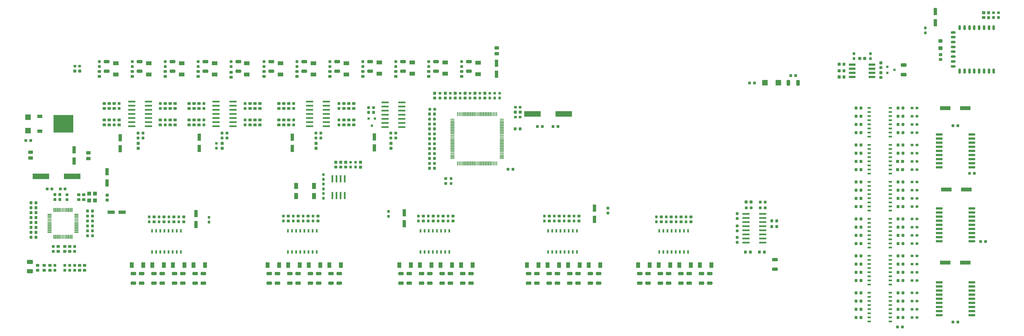
<source format=gtp>
G75*
%MOIN*%
%OFA0B0*%
%FSLAX25Y25*%
%IPPOS*%
%LPD*%
%AMOC8*
5,1,8,0,0,1.08239X$1,22.5*
%
%ADD10C,0.01506*%
%ADD11C,0.01953*%
%ADD12R,0.05118X0.06693*%
%ADD13R,0.03071X0.03071*%
%ADD14R,0.06693X0.05118*%
%ADD15R,0.06693X0.07087*%
%ADD16R,0.12992X0.05118*%
%ADD17C,0.00626*%
%ADD18R,0.02362X0.08661*%
%ADD19R,0.08661X0.02362*%
%ADD20R,0.08000X0.02600*%
%ADD21C,0.00875*%
%ADD22C,0.01000*%
%ADD23R,0.04724X0.04724*%
%ADD24C,0.01947*%
%ADD25R,0.03937X0.01969*%
%ADD26R,0.01969X0.03937*%
%ADD27C,0.01984*%
%ADD28C,0.01717*%
%ADD29C,0.03150*%
%ADD30R,0.05118X0.07480*%
%ADD31R,0.20000X0.07000*%
%ADD32R,0.24409X0.21260*%
%ADD33R,0.06299X0.03937*%
%ADD34R,0.07087X0.06693*%
%ADD35R,0.03937X0.09055*%
%ADD36R,0.09055X0.03937*%
D10*
X0069101Y0114906D02*
X0069101Y0116550D01*
X0070547Y0116550D01*
X0070547Y0114906D01*
X0069101Y0114906D01*
X0069101Y0116411D02*
X0070547Y0116411D01*
X0070547Y0120812D02*
X0070547Y0122456D01*
X0070547Y0120812D02*
X0069101Y0120812D01*
X0069101Y0122456D01*
X0070547Y0122456D01*
X0070547Y0122317D02*
X0069101Y0122317D01*
X0082547Y0122456D02*
X0082547Y0120812D01*
X0081101Y0120812D01*
X0081101Y0122456D01*
X0082547Y0122456D01*
X0082547Y0122317D02*
X0081101Y0122317D01*
X0081101Y0116550D02*
X0081101Y0114906D01*
X0081101Y0116550D02*
X0082547Y0116550D01*
X0082547Y0114906D01*
X0081101Y0114906D01*
X0081101Y0116411D02*
X0082547Y0116411D01*
X0087101Y0116550D02*
X0087101Y0114906D01*
X0087101Y0116550D02*
X0088547Y0116550D01*
X0088547Y0114906D01*
X0087101Y0114906D01*
X0087101Y0116411D02*
X0088547Y0116411D01*
X0088547Y0120812D02*
X0088547Y0122456D01*
X0088547Y0120812D02*
X0087101Y0120812D01*
X0087101Y0122456D01*
X0088547Y0122456D01*
X0088547Y0122317D02*
X0087101Y0122317D01*
X0094547Y0122456D02*
X0094547Y0120812D01*
X0093101Y0120812D01*
X0093101Y0122456D01*
X0094547Y0122456D01*
X0094547Y0122317D02*
X0093101Y0122317D01*
X0093101Y0116550D02*
X0093101Y0114906D01*
X0093101Y0116550D02*
X0094547Y0116550D01*
X0094547Y0114906D01*
X0093101Y0114906D01*
X0093101Y0116411D02*
X0094547Y0116411D01*
X0093101Y0137906D02*
X0093101Y0139550D01*
X0094547Y0139550D01*
X0094547Y0137906D01*
X0093101Y0137906D01*
X0093101Y0139411D02*
X0094547Y0139411D01*
X0094547Y0143812D02*
X0094547Y0145456D01*
X0094547Y0143812D02*
X0093101Y0143812D01*
X0093101Y0145456D01*
X0094547Y0145456D01*
X0094547Y0145317D02*
X0093101Y0145317D01*
X0068547Y0145456D02*
X0068547Y0143812D01*
X0067101Y0143812D01*
X0067101Y0145456D01*
X0068547Y0145456D01*
X0068547Y0145317D02*
X0067101Y0145317D01*
X0067101Y0139550D02*
X0067101Y0137906D01*
X0067101Y0139550D02*
X0068547Y0139550D01*
X0068547Y0137906D01*
X0067101Y0137906D01*
X0067101Y0139411D02*
X0068547Y0139411D01*
X0108687Y0158404D02*
X0110331Y0158404D01*
X0110331Y0156958D01*
X0108687Y0156958D01*
X0108687Y0158404D01*
X0108687Y0164404D02*
X0110331Y0164404D01*
X0110331Y0162958D01*
X0108687Y0162958D01*
X0108687Y0164404D01*
X0108687Y0170404D02*
X0110331Y0170404D01*
X0110331Y0168958D01*
X0108687Y0168958D01*
X0108687Y0170404D01*
X0108687Y0176404D02*
X0110331Y0176404D01*
X0110331Y0174958D01*
X0108687Y0174958D01*
X0108687Y0176404D01*
X0108687Y0182404D02*
X0110331Y0182404D01*
X0110331Y0180958D01*
X0108687Y0180958D01*
X0108687Y0182404D01*
X0114593Y0180958D02*
X0116237Y0180958D01*
X0114593Y0180958D02*
X0114593Y0182404D01*
X0116237Y0182404D01*
X0116237Y0180958D01*
X0116237Y0174958D02*
X0114593Y0174958D01*
X0114593Y0176404D01*
X0116237Y0176404D01*
X0116237Y0174958D01*
X0116237Y0168958D02*
X0114593Y0168958D01*
X0114593Y0170404D01*
X0116237Y0170404D01*
X0116237Y0168958D01*
X0116237Y0162958D02*
X0114593Y0162958D01*
X0114593Y0164404D01*
X0116237Y0164404D01*
X0116237Y0162958D01*
X0116237Y0156958D02*
X0114593Y0156958D01*
X0114593Y0158404D01*
X0116237Y0158404D01*
X0116237Y0156958D01*
X0183601Y0173906D02*
X0183601Y0175550D01*
X0185047Y0175550D01*
X0185047Y0173906D01*
X0183601Y0173906D01*
X0183601Y0175411D02*
X0185047Y0175411D01*
X0185047Y0179812D02*
X0185047Y0181456D01*
X0185047Y0179812D02*
X0183601Y0179812D01*
X0183601Y0181456D01*
X0185047Y0181456D01*
X0185047Y0181317D02*
X0183601Y0181317D01*
X0197047Y0181456D02*
X0197047Y0179812D01*
X0195601Y0179812D01*
X0195601Y0181456D01*
X0197047Y0181456D01*
X0197047Y0181317D02*
X0195601Y0181317D01*
X0195601Y0175550D02*
X0195601Y0173906D01*
X0195601Y0175550D02*
X0197047Y0175550D01*
X0197047Y0173906D01*
X0195601Y0173906D01*
X0195601Y0175411D02*
X0197047Y0175411D01*
X0207601Y0175550D02*
X0207601Y0173906D01*
X0207601Y0175550D02*
X0209047Y0175550D01*
X0209047Y0173906D01*
X0207601Y0173906D01*
X0207601Y0175411D02*
X0209047Y0175411D01*
X0209047Y0179812D02*
X0209047Y0181456D01*
X0209047Y0179812D02*
X0207601Y0179812D01*
X0207601Y0181456D01*
X0209047Y0181456D01*
X0209047Y0181317D02*
X0207601Y0181317D01*
X0221047Y0181456D02*
X0221047Y0179812D01*
X0219601Y0179812D01*
X0219601Y0181456D01*
X0221047Y0181456D01*
X0221047Y0181317D02*
X0219601Y0181317D01*
X0219601Y0175550D02*
X0219601Y0173906D01*
X0219601Y0175550D02*
X0221047Y0175550D01*
X0221047Y0173906D01*
X0219601Y0173906D01*
X0219601Y0175411D02*
X0221047Y0175411D01*
X0256239Y0175050D02*
X0256239Y0173406D01*
X0256239Y0175050D02*
X0257685Y0175050D01*
X0257685Y0173406D01*
X0256239Y0173406D01*
X0256239Y0174911D02*
X0257685Y0174911D01*
X0257685Y0179312D02*
X0257685Y0180956D01*
X0257685Y0179312D02*
X0256239Y0179312D01*
X0256239Y0180956D01*
X0257685Y0180956D01*
X0257685Y0180817D02*
X0256239Y0180817D01*
X0348047Y0180812D02*
X0348047Y0182456D01*
X0348047Y0180812D02*
X0346601Y0180812D01*
X0346601Y0182456D01*
X0348047Y0182456D01*
X0348047Y0182317D02*
X0346601Y0182317D01*
X0346601Y0176550D02*
X0346601Y0174906D01*
X0346601Y0176550D02*
X0348047Y0176550D01*
X0348047Y0174906D01*
X0346601Y0174906D01*
X0346601Y0176411D02*
X0348047Y0176411D01*
X0358601Y0176550D02*
X0358601Y0174906D01*
X0358601Y0176550D02*
X0360047Y0176550D01*
X0360047Y0174906D01*
X0358601Y0174906D01*
X0358601Y0176411D02*
X0360047Y0176411D01*
X0360047Y0180812D02*
X0360047Y0182456D01*
X0360047Y0180812D02*
X0358601Y0180812D01*
X0358601Y0182456D01*
X0360047Y0182456D01*
X0360047Y0182317D02*
X0358601Y0182317D01*
X0372047Y0182456D02*
X0372047Y0180812D01*
X0370601Y0180812D01*
X0370601Y0182456D01*
X0372047Y0182456D01*
X0372047Y0182317D02*
X0370601Y0182317D01*
X0370601Y0176550D02*
X0370601Y0174906D01*
X0370601Y0176550D02*
X0372047Y0176550D01*
X0372047Y0174906D01*
X0370601Y0174906D01*
X0370601Y0176411D02*
X0372047Y0176411D01*
X0382601Y0176550D02*
X0382601Y0174906D01*
X0382601Y0176550D02*
X0384047Y0176550D01*
X0384047Y0174906D01*
X0382601Y0174906D01*
X0382601Y0176411D02*
X0384047Y0176411D01*
X0384047Y0180812D02*
X0384047Y0182456D01*
X0384047Y0180812D02*
X0382601Y0180812D01*
X0382601Y0182456D01*
X0384047Y0182456D01*
X0384047Y0182317D02*
X0382601Y0182317D01*
X0395239Y0202406D02*
X0395239Y0204050D01*
X0396685Y0204050D01*
X0396685Y0202406D01*
X0395239Y0202406D01*
X0395239Y0203911D02*
X0396685Y0203911D01*
X0396685Y0208312D02*
X0396685Y0209956D01*
X0396685Y0208312D02*
X0395239Y0208312D01*
X0395239Y0209956D01*
X0396685Y0209956D01*
X0396685Y0209817D02*
X0395239Y0209817D01*
X0395239Y0213906D02*
X0395239Y0215550D01*
X0396685Y0215550D01*
X0396685Y0213906D01*
X0395239Y0213906D01*
X0395239Y0215411D02*
X0396685Y0215411D01*
X0396685Y0219812D02*
X0396685Y0221456D01*
X0396685Y0219812D02*
X0395239Y0219812D01*
X0395239Y0221456D01*
X0396685Y0221456D01*
X0396685Y0221317D02*
X0395239Y0221317D01*
X0395239Y0225406D02*
X0395239Y0227050D01*
X0396685Y0227050D01*
X0396685Y0225406D01*
X0395239Y0225406D01*
X0395239Y0226911D02*
X0396685Y0226911D01*
X0396685Y0231312D02*
X0396685Y0232956D01*
X0396685Y0231312D02*
X0395239Y0231312D01*
X0395239Y0232956D01*
X0396685Y0232956D01*
X0396685Y0232817D02*
X0395239Y0232817D01*
X0428239Y0240406D02*
X0428239Y0242050D01*
X0429685Y0242050D01*
X0429685Y0240406D01*
X0428239Y0240406D01*
X0428239Y0241911D02*
X0429685Y0241911D01*
X0429685Y0246312D02*
X0429685Y0247956D01*
X0429685Y0246312D02*
X0428239Y0246312D01*
X0428239Y0247956D01*
X0429685Y0247956D01*
X0429685Y0247817D02*
X0428239Y0247817D01*
X0435685Y0247956D02*
X0435685Y0246312D01*
X0434239Y0246312D01*
X0434239Y0247956D01*
X0435685Y0247956D01*
X0435685Y0247817D02*
X0434239Y0247817D01*
X0434239Y0242050D02*
X0434239Y0240406D01*
X0434239Y0242050D02*
X0435685Y0242050D01*
X0435685Y0240406D01*
X0434239Y0240406D01*
X0434239Y0241911D02*
X0435685Y0241911D01*
X0524049Y0246404D02*
X0525693Y0246404D01*
X0525693Y0244958D01*
X0524049Y0244958D01*
X0524049Y0246404D01*
X0529955Y0244958D02*
X0531599Y0244958D01*
X0529955Y0244958D02*
X0529955Y0246404D01*
X0531599Y0246404D01*
X0531599Y0244958D01*
X0531599Y0256958D02*
X0529955Y0256958D01*
X0529955Y0258404D01*
X0531599Y0258404D01*
X0531599Y0256958D01*
X0525693Y0258404D02*
X0524049Y0258404D01*
X0525693Y0258404D02*
X0525693Y0256958D01*
X0524049Y0256958D01*
X0524049Y0258404D01*
X0524049Y0270404D02*
X0525693Y0270404D01*
X0525693Y0268958D01*
X0524049Y0268958D01*
X0524049Y0270404D01*
X0529955Y0268958D02*
X0531599Y0268958D01*
X0529955Y0268958D02*
X0529955Y0270404D01*
X0531599Y0270404D01*
X0531599Y0268958D01*
X0531599Y0280958D02*
X0529955Y0280958D01*
X0529955Y0282404D01*
X0531599Y0282404D01*
X0531599Y0280958D01*
X0525693Y0282404D02*
X0524049Y0282404D01*
X0525693Y0282404D02*
X0525693Y0280958D01*
X0524049Y0280958D01*
X0524049Y0282404D01*
X0524049Y0294404D02*
X0525693Y0294404D01*
X0525693Y0292958D01*
X0524049Y0292958D01*
X0524049Y0294404D01*
X0524049Y0300404D02*
X0525693Y0300404D01*
X0525693Y0298958D01*
X0524049Y0298958D01*
X0524049Y0300404D01*
X0529955Y0298958D02*
X0531599Y0298958D01*
X0529955Y0298958D02*
X0529955Y0300404D01*
X0531599Y0300404D01*
X0531599Y0298958D01*
X0531599Y0292958D02*
X0529955Y0292958D01*
X0529955Y0294404D01*
X0531599Y0294404D01*
X0531599Y0292958D01*
X0531874Y0310958D02*
X0530230Y0310958D01*
X0530230Y0312404D01*
X0531874Y0312404D01*
X0531874Y0310958D01*
X0525969Y0312404D02*
X0524325Y0312404D01*
X0525969Y0312404D02*
X0525969Y0310958D01*
X0524325Y0310958D01*
X0524325Y0312404D01*
X0536739Y0324406D02*
X0536739Y0326050D01*
X0538185Y0326050D01*
X0538185Y0324406D01*
X0536739Y0324406D01*
X0536739Y0325911D02*
X0538185Y0325911D01*
X0549239Y0326050D02*
X0549239Y0324406D01*
X0549239Y0326050D02*
X0550685Y0326050D01*
X0550685Y0324406D01*
X0549239Y0324406D01*
X0549239Y0325911D02*
X0550685Y0325911D01*
X0561239Y0326050D02*
X0561239Y0324406D01*
X0561239Y0326050D02*
X0562685Y0326050D01*
X0562685Y0324406D01*
X0561239Y0324406D01*
X0561239Y0325911D02*
X0562685Y0325911D01*
X0573239Y0326050D02*
X0573239Y0324406D01*
X0573239Y0326050D02*
X0574685Y0326050D01*
X0574685Y0324406D01*
X0573239Y0324406D01*
X0573239Y0325911D02*
X0574685Y0325911D01*
X0585239Y0326050D02*
X0585239Y0324406D01*
X0585239Y0326050D02*
X0586685Y0326050D01*
X0586685Y0324406D01*
X0585239Y0324406D01*
X0585239Y0325911D02*
X0586685Y0325911D01*
X0597239Y0326050D02*
X0597239Y0324406D01*
X0597239Y0326050D02*
X0598685Y0326050D01*
X0598685Y0324406D01*
X0597239Y0324406D01*
X0597239Y0325911D02*
X0598685Y0325911D01*
X0603239Y0326050D02*
X0603239Y0324406D01*
X0603239Y0326050D02*
X0604685Y0326050D01*
X0604685Y0324406D01*
X0603239Y0324406D01*
X0603239Y0325911D02*
X0604685Y0325911D01*
X0609239Y0326050D02*
X0609239Y0324406D01*
X0609239Y0326050D02*
X0610685Y0326050D01*
X0610685Y0324406D01*
X0609239Y0324406D01*
X0609239Y0325911D02*
X0610685Y0325911D01*
X0610685Y0330312D02*
X0610685Y0331956D01*
X0610685Y0330312D02*
X0609239Y0330312D01*
X0609239Y0331956D01*
X0610685Y0331956D01*
X0610685Y0331817D02*
X0609239Y0331817D01*
X0604685Y0331956D02*
X0604685Y0330312D01*
X0603239Y0330312D01*
X0603239Y0331956D01*
X0604685Y0331956D01*
X0604685Y0331817D02*
X0603239Y0331817D01*
X0598685Y0331956D02*
X0598685Y0330312D01*
X0597239Y0330312D01*
X0597239Y0331956D01*
X0598685Y0331956D01*
X0598685Y0331817D02*
X0597239Y0331817D01*
X0586685Y0331956D02*
X0586685Y0330312D01*
X0585239Y0330312D01*
X0585239Y0331956D01*
X0586685Y0331956D01*
X0586685Y0331817D02*
X0585239Y0331817D01*
X0574685Y0331956D02*
X0574685Y0330312D01*
X0573239Y0330312D01*
X0573239Y0331956D01*
X0574685Y0331956D01*
X0574685Y0331817D02*
X0573239Y0331817D01*
X0562685Y0331956D02*
X0562685Y0330312D01*
X0561239Y0330312D01*
X0561239Y0331956D01*
X0562685Y0331956D01*
X0562685Y0331817D02*
X0561239Y0331817D01*
X0550685Y0331956D02*
X0550685Y0330312D01*
X0549239Y0330312D01*
X0549239Y0331956D01*
X0550685Y0331956D01*
X0550685Y0331817D02*
X0549239Y0331817D01*
X0538185Y0331956D02*
X0538185Y0330312D01*
X0536739Y0330312D01*
X0536739Y0331956D01*
X0538185Y0331956D01*
X0538185Y0331817D02*
X0536739Y0331817D01*
X0523101Y0362906D02*
X0523101Y0364550D01*
X0524547Y0364550D01*
X0524547Y0362906D01*
X0523101Y0362906D01*
X0523101Y0364411D02*
X0524547Y0364411D01*
X0524547Y0368812D02*
X0524547Y0370456D01*
X0524547Y0368812D02*
X0523101Y0368812D01*
X0523101Y0370456D01*
X0524547Y0370456D01*
X0524547Y0370317D02*
X0523101Y0370317D01*
X0564547Y0370456D02*
X0564547Y0368812D01*
X0563101Y0368812D01*
X0563101Y0370456D01*
X0564547Y0370456D01*
X0564547Y0370317D02*
X0563101Y0370317D01*
X0563101Y0364550D02*
X0563101Y0362906D01*
X0563101Y0364550D02*
X0564547Y0364550D01*
X0564547Y0362906D01*
X0563101Y0362906D01*
X0563101Y0364411D02*
X0564547Y0364411D01*
X0483101Y0364550D02*
X0483101Y0362906D01*
X0483101Y0364550D02*
X0484547Y0364550D01*
X0484547Y0362906D01*
X0483101Y0362906D01*
X0483101Y0364411D02*
X0484547Y0364411D01*
X0484547Y0368812D02*
X0484547Y0370456D01*
X0484547Y0368812D02*
X0483101Y0368812D01*
X0483101Y0370456D01*
X0484547Y0370456D01*
X0484547Y0370317D02*
X0483101Y0370317D01*
X0444547Y0370456D02*
X0444547Y0368812D01*
X0443101Y0368812D01*
X0443101Y0370456D01*
X0444547Y0370456D01*
X0444547Y0370317D02*
X0443101Y0370317D01*
X0443101Y0364550D02*
X0443101Y0362906D01*
X0443101Y0364550D02*
X0444547Y0364550D01*
X0444547Y0362906D01*
X0443101Y0362906D01*
X0443101Y0364411D02*
X0444547Y0364411D01*
X0403101Y0364550D02*
X0403101Y0362906D01*
X0403101Y0364550D02*
X0404547Y0364550D01*
X0404547Y0362906D01*
X0403101Y0362906D01*
X0403101Y0364411D02*
X0404547Y0364411D01*
X0404547Y0368812D02*
X0404547Y0370456D01*
X0404547Y0368812D02*
X0403101Y0368812D01*
X0403101Y0370456D01*
X0404547Y0370456D01*
X0404547Y0370317D02*
X0403101Y0370317D01*
X0364547Y0370456D02*
X0364547Y0368812D01*
X0363101Y0368812D01*
X0363101Y0370456D01*
X0364547Y0370456D01*
X0364547Y0370317D02*
X0363101Y0370317D01*
X0363101Y0364550D02*
X0363101Y0362906D01*
X0363101Y0364550D02*
X0364547Y0364550D01*
X0364547Y0362906D01*
X0363101Y0362906D01*
X0363101Y0364411D02*
X0364547Y0364411D01*
X0323101Y0364550D02*
X0323101Y0362906D01*
X0323101Y0364550D02*
X0324547Y0364550D01*
X0324547Y0362906D01*
X0323101Y0362906D01*
X0323101Y0364411D02*
X0324547Y0364411D01*
X0324547Y0368812D02*
X0324547Y0370456D01*
X0324547Y0368812D02*
X0323101Y0368812D01*
X0323101Y0370456D01*
X0324547Y0370456D01*
X0324547Y0370317D02*
X0323101Y0370317D01*
X0284547Y0370456D02*
X0284547Y0368812D01*
X0283101Y0368812D01*
X0283101Y0370456D01*
X0284547Y0370456D01*
X0284547Y0370317D02*
X0283101Y0370317D01*
X0283101Y0364550D02*
X0283101Y0362906D01*
X0283101Y0364550D02*
X0284547Y0364550D01*
X0284547Y0362906D01*
X0283101Y0362906D01*
X0283101Y0364411D02*
X0284547Y0364411D01*
X0243101Y0364550D02*
X0243101Y0362906D01*
X0243101Y0364550D02*
X0244547Y0364550D01*
X0244547Y0362906D01*
X0243101Y0362906D01*
X0243101Y0364411D02*
X0244547Y0364411D01*
X0244547Y0368812D02*
X0244547Y0370456D01*
X0244547Y0368812D02*
X0243101Y0368812D01*
X0243101Y0370456D01*
X0244547Y0370456D01*
X0244547Y0370317D02*
X0243101Y0370317D01*
X0204547Y0370456D02*
X0204547Y0368812D01*
X0203101Y0368812D01*
X0203101Y0370456D01*
X0204547Y0370456D01*
X0204547Y0370317D02*
X0203101Y0370317D01*
X0203101Y0364550D02*
X0203101Y0362906D01*
X0203101Y0364550D02*
X0204547Y0364550D01*
X0204547Y0362906D01*
X0203101Y0362906D01*
X0203101Y0364411D02*
X0204547Y0364411D01*
X0163101Y0364550D02*
X0163101Y0362906D01*
X0163101Y0364550D02*
X0164547Y0364550D01*
X0164547Y0362906D01*
X0163101Y0362906D01*
X0163101Y0364411D02*
X0164547Y0364411D01*
X0164547Y0368812D02*
X0164547Y0370456D01*
X0164547Y0368812D02*
X0163101Y0368812D01*
X0163101Y0370456D01*
X0164547Y0370456D01*
X0164547Y0370317D02*
X0163101Y0370317D01*
X0124547Y0370456D02*
X0124547Y0368812D01*
X0123101Y0368812D01*
X0123101Y0370456D01*
X0124547Y0370456D01*
X0124547Y0370317D02*
X0123101Y0370317D01*
X0123101Y0364550D02*
X0123101Y0362906D01*
X0123101Y0364550D02*
X0124547Y0364550D01*
X0124547Y0362906D01*
X0123101Y0362906D01*
X0123101Y0364411D02*
X0124547Y0364411D01*
X0100737Y0363458D02*
X0099093Y0363458D01*
X0099093Y0364904D01*
X0100737Y0364904D01*
X0100737Y0363458D01*
X0094831Y0364904D02*
X0093187Y0364904D01*
X0094831Y0364904D02*
X0094831Y0363458D01*
X0093187Y0363458D01*
X0093187Y0364904D01*
X0148547Y0319456D02*
X0148547Y0317812D01*
X0147101Y0317812D01*
X0147101Y0319456D01*
X0148547Y0319456D01*
X0148547Y0319317D02*
X0147101Y0319317D01*
X0147101Y0313550D02*
X0147101Y0311906D01*
X0147101Y0313550D02*
X0148547Y0313550D01*
X0148547Y0311906D01*
X0147101Y0311906D01*
X0147101Y0313411D02*
X0148547Y0313411D01*
X0142547Y0299456D02*
X0142547Y0297812D01*
X0141101Y0297812D01*
X0141101Y0299456D01*
X0142547Y0299456D01*
X0142547Y0299317D02*
X0141101Y0299317D01*
X0141101Y0293550D02*
X0141101Y0291906D01*
X0141101Y0293550D02*
X0142547Y0293550D01*
X0142547Y0291906D01*
X0141101Y0291906D01*
X0141101Y0293411D02*
X0142547Y0293411D01*
X0170049Y0283404D02*
X0171693Y0283404D01*
X0171693Y0281958D01*
X0170049Y0281958D01*
X0170049Y0283404D01*
X0175955Y0281958D02*
X0177599Y0281958D01*
X0175955Y0281958D02*
X0175955Y0283404D01*
X0177599Y0283404D01*
X0177599Y0281958D01*
X0177599Y0275958D02*
X0175955Y0275958D01*
X0175955Y0277404D01*
X0177599Y0277404D01*
X0177599Y0275958D01*
X0171693Y0277404D02*
X0170049Y0277404D01*
X0171693Y0277404D02*
X0171693Y0275958D01*
X0170049Y0275958D01*
X0170049Y0277404D01*
X0203101Y0291906D02*
X0203101Y0293550D01*
X0204547Y0293550D01*
X0204547Y0291906D01*
X0203101Y0291906D01*
X0203101Y0293411D02*
X0204547Y0293411D01*
X0204547Y0297812D02*
X0204547Y0299456D01*
X0204547Y0297812D02*
X0203101Y0297812D01*
X0203101Y0299456D01*
X0204547Y0299456D01*
X0204547Y0299317D02*
X0203101Y0299317D01*
X0197101Y0311906D02*
X0197101Y0313550D01*
X0198547Y0313550D01*
X0198547Y0311906D01*
X0197101Y0311906D01*
X0197101Y0313411D02*
X0198547Y0313411D01*
X0198547Y0317812D02*
X0198547Y0319456D01*
X0198547Y0317812D02*
X0197101Y0317812D01*
X0197101Y0319456D01*
X0198547Y0319456D01*
X0198547Y0319317D02*
X0197101Y0319317D01*
X0251547Y0319456D02*
X0251547Y0317812D01*
X0250101Y0317812D01*
X0250101Y0319456D01*
X0251547Y0319456D01*
X0251547Y0319317D02*
X0250101Y0319317D01*
X0250101Y0313550D02*
X0250101Y0311906D01*
X0250101Y0313550D02*
X0251547Y0313550D01*
X0251547Y0311906D01*
X0250101Y0311906D01*
X0250101Y0313411D02*
X0251547Y0313411D01*
X0251547Y0299456D02*
X0251547Y0297812D01*
X0250101Y0297812D01*
X0250101Y0299456D01*
X0251547Y0299456D01*
X0251547Y0299317D02*
X0250101Y0299317D01*
X0250101Y0293550D02*
X0250101Y0291906D01*
X0250101Y0293550D02*
X0251547Y0293550D01*
X0251547Y0291906D01*
X0250101Y0291906D01*
X0250101Y0293411D02*
X0251547Y0293411D01*
X0272049Y0283404D02*
X0273693Y0283404D01*
X0273693Y0281958D01*
X0272049Y0281958D01*
X0272049Y0283404D01*
X0277955Y0281958D02*
X0279599Y0281958D01*
X0277955Y0281958D02*
X0277955Y0283404D01*
X0279599Y0283404D01*
X0279599Y0281958D01*
X0279599Y0275958D02*
X0277955Y0275958D01*
X0277955Y0277404D01*
X0279599Y0277404D01*
X0279599Y0275958D01*
X0273693Y0277404D02*
X0272049Y0277404D01*
X0273693Y0277404D02*
X0273693Y0275958D01*
X0272049Y0275958D01*
X0272049Y0277404D01*
X0266685Y0270956D02*
X0266685Y0269312D01*
X0265239Y0269312D01*
X0265239Y0270956D01*
X0266685Y0270956D01*
X0266685Y0270817D02*
X0265239Y0270817D01*
X0265239Y0265050D02*
X0265239Y0263406D01*
X0265239Y0265050D02*
X0266685Y0265050D01*
X0266685Y0263406D01*
X0265239Y0263406D01*
X0265239Y0264911D02*
X0266685Y0264911D01*
X0300101Y0291906D02*
X0300101Y0293550D01*
X0301547Y0293550D01*
X0301547Y0291906D01*
X0300101Y0291906D01*
X0300101Y0293411D02*
X0301547Y0293411D01*
X0301547Y0297812D02*
X0301547Y0299456D01*
X0301547Y0297812D02*
X0300101Y0297812D01*
X0300101Y0299456D01*
X0301547Y0299456D01*
X0301547Y0299317D02*
X0300101Y0299317D01*
X0300101Y0311906D02*
X0300101Y0313550D01*
X0301547Y0313550D01*
X0301547Y0311906D01*
X0300101Y0311906D01*
X0300101Y0313411D02*
X0301547Y0313411D01*
X0301547Y0317812D02*
X0301547Y0319456D01*
X0301547Y0317812D02*
X0300101Y0317812D01*
X0300101Y0319456D01*
X0301547Y0319456D01*
X0301547Y0319317D02*
X0300101Y0319317D01*
X0360547Y0319456D02*
X0360547Y0317812D01*
X0359101Y0317812D01*
X0359101Y0319456D01*
X0360547Y0319456D01*
X0360547Y0319317D02*
X0359101Y0319317D01*
X0359101Y0313550D02*
X0359101Y0311906D01*
X0359101Y0313550D02*
X0360547Y0313550D01*
X0360547Y0311906D01*
X0359101Y0311906D01*
X0359101Y0313411D02*
X0360547Y0313411D01*
X0360547Y0299456D02*
X0360547Y0297812D01*
X0359101Y0297812D01*
X0359101Y0299456D01*
X0360547Y0299456D01*
X0360547Y0299317D02*
X0359101Y0299317D01*
X0359101Y0293550D02*
X0359101Y0291906D01*
X0359101Y0293550D02*
X0360547Y0293550D01*
X0360547Y0291906D01*
X0359101Y0291906D01*
X0359101Y0293411D02*
X0360547Y0293411D01*
X0386049Y0283404D02*
X0387693Y0283404D01*
X0387693Y0281958D01*
X0386049Y0281958D01*
X0386049Y0283404D01*
X0391955Y0281958D02*
X0393599Y0281958D01*
X0391955Y0281958D02*
X0391955Y0283404D01*
X0393599Y0283404D01*
X0393599Y0281958D01*
X0393599Y0275958D02*
X0391955Y0275958D01*
X0391955Y0277404D01*
X0393599Y0277404D01*
X0393599Y0275958D01*
X0387693Y0277404D02*
X0386049Y0277404D01*
X0387693Y0277404D02*
X0387693Y0275958D01*
X0386049Y0275958D01*
X0386049Y0277404D01*
X0414101Y0291906D02*
X0414101Y0293550D01*
X0415547Y0293550D01*
X0415547Y0291906D01*
X0414101Y0291906D01*
X0414101Y0293411D02*
X0415547Y0293411D01*
X0415547Y0297812D02*
X0415547Y0299456D01*
X0415547Y0297812D02*
X0414101Y0297812D01*
X0414101Y0299456D01*
X0415547Y0299456D01*
X0415547Y0299317D02*
X0414101Y0299317D01*
X0414101Y0311906D02*
X0414101Y0313550D01*
X0415547Y0313550D01*
X0415547Y0311906D01*
X0414101Y0311906D01*
X0414101Y0313411D02*
X0415547Y0313411D01*
X0415547Y0317812D02*
X0415547Y0319456D01*
X0415547Y0317812D02*
X0414101Y0317812D01*
X0414101Y0319456D01*
X0415547Y0319456D01*
X0415547Y0319317D02*
X0414101Y0319317D01*
X0450049Y0314404D02*
X0451693Y0314404D01*
X0451693Y0312958D01*
X0450049Y0312958D01*
X0450049Y0314404D01*
X0455955Y0312958D02*
X0457599Y0312958D01*
X0455955Y0312958D02*
X0455955Y0314404D01*
X0457599Y0314404D01*
X0457599Y0312958D01*
X0477049Y0283404D02*
X0478693Y0283404D01*
X0478693Y0281958D01*
X0477049Y0281958D01*
X0477049Y0283404D01*
X0482955Y0281958D02*
X0484599Y0281958D01*
X0482955Y0281958D02*
X0482955Y0283404D01*
X0484599Y0283404D01*
X0484599Y0281958D01*
X0484599Y0275958D02*
X0482955Y0275958D01*
X0482955Y0277404D01*
X0484599Y0277404D01*
X0484599Y0275958D01*
X0478693Y0277404D02*
X0477049Y0277404D01*
X0478693Y0277404D02*
X0478693Y0275958D01*
X0477049Y0275958D01*
X0477049Y0277404D01*
X0545185Y0228094D02*
X0545185Y0226450D01*
X0543739Y0226450D01*
X0543739Y0228094D01*
X0545185Y0228094D01*
X0545185Y0227955D02*
X0543739Y0227955D01*
X0543739Y0222188D02*
X0543739Y0220544D01*
X0543739Y0222188D02*
X0545185Y0222188D01*
X0545185Y0220544D01*
X0543739Y0220544D01*
X0543739Y0222049D02*
X0545185Y0222049D01*
X0550239Y0222188D02*
X0550239Y0220544D01*
X0550239Y0222188D02*
X0551685Y0222188D01*
X0551685Y0220544D01*
X0550239Y0220544D01*
X0550239Y0222049D02*
X0551685Y0222049D01*
X0551685Y0226450D02*
X0551685Y0228094D01*
X0551685Y0226450D02*
X0550239Y0226450D01*
X0550239Y0228094D01*
X0551685Y0228094D01*
X0551685Y0227955D02*
X0550239Y0227955D01*
X0619325Y0239404D02*
X0620969Y0239404D01*
X0620969Y0237958D01*
X0619325Y0237958D01*
X0619325Y0239404D01*
X0625230Y0237958D02*
X0626874Y0237958D01*
X0625230Y0237958D02*
X0625230Y0239404D01*
X0626874Y0239404D01*
X0626874Y0237958D01*
X0742185Y0192094D02*
X0742185Y0190450D01*
X0740739Y0190450D01*
X0740739Y0192094D01*
X0742185Y0192094D01*
X0742185Y0191955D02*
X0740739Y0191955D01*
X0740739Y0186188D02*
X0740739Y0184544D01*
X0740739Y0186188D02*
X0742185Y0186188D01*
X0742185Y0184544D01*
X0740739Y0184544D01*
X0740739Y0186049D02*
X0742185Y0186049D01*
X0701047Y0182456D02*
X0701047Y0180812D01*
X0699601Y0180812D01*
X0699601Y0182456D01*
X0701047Y0182456D01*
X0701047Y0182317D02*
X0699601Y0182317D01*
X0699601Y0176550D02*
X0699601Y0174906D01*
X0699601Y0176550D02*
X0701047Y0176550D01*
X0701047Y0174906D01*
X0699601Y0174906D01*
X0699601Y0176411D02*
X0701047Y0176411D01*
X0687601Y0176550D02*
X0687601Y0174906D01*
X0687601Y0176550D02*
X0689047Y0176550D01*
X0689047Y0174906D01*
X0687601Y0174906D01*
X0687601Y0176411D02*
X0689047Y0176411D01*
X0689047Y0180812D02*
X0689047Y0182456D01*
X0689047Y0180812D02*
X0687601Y0180812D01*
X0687601Y0182456D01*
X0689047Y0182456D01*
X0689047Y0182317D02*
X0687601Y0182317D01*
X0677047Y0182456D02*
X0677047Y0180812D01*
X0675601Y0180812D01*
X0675601Y0182456D01*
X0677047Y0182456D01*
X0677047Y0182317D02*
X0675601Y0182317D01*
X0675601Y0176550D02*
X0675601Y0174906D01*
X0675601Y0176550D02*
X0677047Y0176550D01*
X0677047Y0174906D01*
X0675601Y0174906D01*
X0675601Y0176411D02*
X0677047Y0176411D01*
X0663601Y0176550D02*
X0663601Y0174906D01*
X0663601Y0176550D02*
X0665047Y0176550D01*
X0665047Y0174906D01*
X0663601Y0174906D01*
X0663601Y0176411D02*
X0665047Y0176411D01*
X0665047Y0180812D02*
X0665047Y0182456D01*
X0665047Y0180812D02*
X0663601Y0180812D01*
X0663601Y0182456D01*
X0665047Y0182456D01*
X0665047Y0182317D02*
X0663601Y0182317D01*
X0548047Y0182456D02*
X0548047Y0180812D01*
X0546601Y0180812D01*
X0546601Y0182456D01*
X0548047Y0182456D01*
X0548047Y0182317D02*
X0546601Y0182317D01*
X0546601Y0176550D02*
X0546601Y0174906D01*
X0546601Y0176550D02*
X0548047Y0176550D01*
X0548047Y0174906D01*
X0546601Y0174906D01*
X0546601Y0176411D02*
X0548047Y0176411D01*
X0534601Y0176550D02*
X0534601Y0174906D01*
X0534601Y0176550D02*
X0536047Y0176550D01*
X0536047Y0174906D01*
X0534601Y0174906D01*
X0534601Y0176411D02*
X0536047Y0176411D01*
X0536047Y0180812D02*
X0536047Y0182456D01*
X0536047Y0180812D02*
X0534601Y0180812D01*
X0534601Y0182456D01*
X0536047Y0182456D01*
X0536047Y0182317D02*
X0534601Y0182317D01*
X0524047Y0182456D02*
X0524047Y0180812D01*
X0522601Y0180812D01*
X0522601Y0182456D01*
X0524047Y0182456D01*
X0524047Y0182317D02*
X0522601Y0182317D01*
X0522601Y0176550D02*
X0522601Y0174906D01*
X0522601Y0176550D02*
X0524047Y0176550D01*
X0524047Y0174906D01*
X0522601Y0174906D01*
X0522601Y0176411D02*
X0524047Y0176411D01*
X0510601Y0176550D02*
X0510601Y0174906D01*
X0510601Y0176550D02*
X0512047Y0176550D01*
X0512047Y0174906D01*
X0510601Y0174906D01*
X0510601Y0176411D02*
X0512047Y0176411D01*
X0512047Y0180812D02*
X0512047Y0182456D01*
X0512047Y0180812D02*
X0510601Y0180812D01*
X0510601Y0182456D01*
X0512047Y0182456D01*
X0512047Y0182317D02*
X0510601Y0182317D01*
X0474239Y0182188D02*
X0474239Y0180544D01*
X0474239Y0182188D02*
X0475685Y0182188D01*
X0475685Y0180544D01*
X0474239Y0180544D01*
X0474239Y0182049D02*
X0475685Y0182049D01*
X0475685Y0186450D02*
X0475685Y0188094D01*
X0475685Y0186450D02*
X0474239Y0186450D01*
X0474239Y0188094D01*
X0475685Y0188094D01*
X0475685Y0187955D02*
X0474239Y0187955D01*
X0655049Y0291404D02*
X0656693Y0291404D01*
X0656693Y0289958D01*
X0655049Y0289958D01*
X0655049Y0291404D01*
X0660955Y0289958D02*
X0662599Y0289958D01*
X0660955Y0289958D02*
X0660955Y0291404D01*
X0662599Y0291404D01*
X0662599Y0289958D01*
X0674049Y0291404D02*
X0675693Y0291404D01*
X0675693Y0289958D01*
X0674049Y0289958D01*
X0674049Y0291404D01*
X0679955Y0289958D02*
X0681599Y0289958D01*
X0679955Y0289958D02*
X0679955Y0291404D01*
X0681599Y0291404D01*
X0681599Y0289958D01*
X0635737Y0301458D02*
X0634093Y0301458D01*
X0634093Y0302904D01*
X0635737Y0302904D01*
X0635737Y0301458D01*
X0629831Y0302904D02*
X0628187Y0302904D01*
X0629831Y0302904D02*
X0629831Y0301458D01*
X0628187Y0301458D01*
X0628187Y0302904D01*
X0628187Y0314904D02*
X0629831Y0314904D01*
X0629831Y0313458D01*
X0628187Y0313458D01*
X0628187Y0314904D01*
X0634093Y0313458D02*
X0635737Y0313458D01*
X0634093Y0313458D02*
X0634093Y0314904D01*
X0635737Y0314904D01*
X0635737Y0313458D01*
X0912687Y0344404D02*
X0914331Y0344404D01*
X0914331Y0342958D01*
X0912687Y0342958D01*
X0912687Y0344404D01*
X0918593Y0342958D02*
X0920237Y0342958D01*
X0918593Y0342958D02*
X0918593Y0344404D01*
X0920237Y0344404D01*
X0920237Y0342958D01*
X0962687Y0353404D02*
X0964331Y0353404D01*
X0964331Y0351958D01*
X0962687Y0351958D01*
X0962687Y0353404D01*
X0968593Y0351958D02*
X0970237Y0351958D01*
X0968593Y0351958D02*
X0968593Y0353404D01*
X0970237Y0353404D01*
X0970237Y0351958D01*
X1039546Y0372584D02*
X1039546Y0374228D01*
X1040992Y0374228D01*
X1040992Y0372584D01*
X1039546Y0372584D01*
X1039546Y0374089D02*
X1040992Y0374089D01*
X1040992Y0378489D02*
X1040992Y0380133D01*
X1040992Y0378489D02*
X1039546Y0378489D01*
X1039546Y0380133D01*
X1040992Y0380133D01*
X1040992Y0379994D02*
X1039546Y0379994D01*
X1060992Y0380133D02*
X1060992Y0378489D01*
X1059546Y0378489D01*
X1059546Y0380133D01*
X1060992Y0380133D01*
X1060992Y0379994D02*
X1059546Y0379994D01*
X1059546Y0374228D02*
X1059546Y0372584D01*
X1059546Y0374228D02*
X1060992Y0374228D01*
X1060992Y0372584D01*
X1059546Y0372584D01*
X1059546Y0374089D02*
X1060992Y0374089D01*
X1126239Y0403906D02*
X1126239Y0405550D01*
X1127685Y0405550D01*
X1127685Y0403906D01*
X1126239Y0403906D01*
X1126239Y0405411D02*
X1127685Y0405411D01*
X1127685Y0409812D02*
X1127685Y0411456D01*
X1127685Y0409812D02*
X1126239Y0409812D01*
X1126239Y0411456D01*
X1127685Y0411456D01*
X1127685Y0411317D02*
X1126239Y0411317D01*
X1209101Y0422406D02*
X1209101Y0424050D01*
X1210547Y0424050D01*
X1210547Y0422406D01*
X1209101Y0422406D01*
X1209101Y0423911D02*
X1210547Y0423911D01*
X1210547Y0428312D02*
X1210547Y0429956D01*
X1210547Y0428312D02*
X1209101Y0428312D01*
X1209101Y0429956D01*
X1210547Y0429956D01*
X1210547Y0429817D02*
X1209101Y0429817D01*
X1216547Y0429956D02*
X1216547Y0428312D01*
X1215101Y0428312D01*
X1215101Y0429956D01*
X1216547Y0429956D01*
X1216547Y0429817D02*
X1215101Y0429817D01*
X1215101Y0424050D02*
X1215101Y0422406D01*
X1215101Y0424050D02*
X1216547Y0424050D01*
X1216547Y0422406D01*
X1215101Y0422406D01*
X1215101Y0423911D02*
X1216547Y0423911D01*
X1117599Y0312458D02*
X1115955Y0312458D01*
X1115955Y0313904D01*
X1117599Y0313904D01*
X1117599Y0312458D01*
X1111693Y0313904D02*
X1110049Y0313904D01*
X1111693Y0313904D02*
X1111693Y0312458D01*
X1110049Y0312458D01*
X1110049Y0313904D01*
X1110049Y0303904D02*
X1111693Y0303904D01*
X1111693Y0302458D01*
X1110049Y0302458D01*
X1110049Y0303904D01*
X1115955Y0302458D02*
X1117599Y0302458D01*
X1115955Y0302458D02*
X1115955Y0303904D01*
X1117599Y0303904D01*
X1117599Y0302458D01*
X1117599Y0292458D02*
X1115955Y0292458D01*
X1115955Y0293904D01*
X1117599Y0293904D01*
X1117599Y0292458D01*
X1111693Y0293904D02*
X1110049Y0293904D01*
X1111693Y0293904D02*
X1111693Y0292458D01*
X1110049Y0292458D01*
X1110049Y0293904D01*
X1110049Y0283904D02*
X1111693Y0283904D01*
X1111693Y0282458D01*
X1110049Y0282458D01*
X1110049Y0283904D01*
X1115955Y0282458D02*
X1117599Y0282458D01*
X1115955Y0282458D02*
X1115955Y0283904D01*
X1117599Y0283904D01*
X1117599Y0282458D01*
X1117599Y0267458D02*
X1115955Y0267458D01*
X1115955Y0268904D01*
X1117599Y0268904D01*
X1117599Y0267458D01*
X1111693Y0268904D02*
X1110049Y0268904D01*
X1111693Y0268904D02*
X1111693Y0267458D01*
X1110049Y0267458D01*
X1110049Y0268904D01*
X1110049Y0258904D02*
X1111693Y0258904D01*
X1111693Y0257458D01*
X1110049Y0257458D01*
X1110049Y0258904D01*
X1115955Y0257458D02*
X1117599Y0257458D01*
X1115955Y0257458D02*
X1115955Y0258904D01*
X1117599Y0258904D01*
X1117599Y0257458D01*
X1117599Y0247458D02*
X1115955Y0247458D01*
X1115955Y0248904D01*
X1117599Y0248904D01*
X1117599Y0247458D01*
X1111693Y0248904D02*
X1110049Y0248904D01*
X1111693Y0248904D02*
X1111693Y0247458D01*
X1110049Y0247458D01*
X1110049Y0248904D01*
X1110049Y0238904D02*
X1111693Y0238904D01*
X1111693Y0237458D01*
X1110049Y0237458D01*
X1110049Y0238904D01*
X1115955Y0237458D02*
X1117599Y0237458D01*
X1115955Y0237458D02*
X1115955Y0238904D01*
X1117599Y0238904D01*
X1117599Y0237458D01*
X1117599Y0222458D02*
X1115955Y0222458D01*
X1115955Y0223904D01*
X1117599Y0223904D01*
X1117599Y0222458D01*
X1111693Y0223904D02*
X1110049Y0223904D01*
X1111693Y0223904D02*
X1111693Y0222458D01*
X1110049Y0222458D01*
X1110049Y0223904D01*
X1110049Y0213904D02*
X1111693Y0213904D01*
X1111693Y0212458D01*
X1110049Y0212458D01*
X1110049Y0213904D01*
X1115955Y0212458D02*
X1117599Y0212458D01*
X1115955Y0212458D02*
X1115955Y0213904D01*
X1117599Y0213904D01*
X1117599Y0212458D01*
X1117599Y0202458D02*
X1115955Y0202458D01*
X1115955Y0203904D01*
X1117599Y0203904D01*
X1117599Y0202458D01*
X1111693Y0203904D02*
X1110049Y0203904D01*
X1111693Y0203904D02*
X1111693Y0202458D01*
X1110049Y0202458D01*
X1110049Y0203904D01*
X1110049Y0193904D02*
X1111693Y0193904D01*
X1111693Y0192458D01*
X1110049Y0192458D01*
X1110049Y0193904D01*
X1115955Y0192458D02*
X1117599Y0192458D01*
X1115955Y0192458D02*
X1115955Y0193904D01*
X1117599Y0193904D01*
X1117599Y0192458D01*
X1117599Y0177458D02*
X1115955Y0177458D01*
X1115955Y0178904D01*
X1117599Y0178904D01*
X1117599Y0177458D01*
X1111693Y0178904D02*
X1110049Y0178904D01*
X1111693Y0178904D02*
X1111693Y0177458D01*
X1110049Y0177458D01*
X1110049Y0178904D01*
X1110049Y0168904D02*
X1111693Y0168904D01*
X1111693Y0167458D01*
X1110049Y0167458D01*
X1110049Y0168904D01*
X1115955Y0167458D02*
X1117599Y0167458D01*
X1115955Y0167458D02*
X1115955Y0168904D01*
X1117599Y0168904D01*
X1117599Y0167458D01*
X1117599Y0157458D02*
X1115955Y0157458D01*
X1115955Y0158904D01*
X1117599Y0158904D01*
X1117599Y0157458D01*
X1111693Y0158904D02*
X1110049Y0158904D01*
X1111693Y0158904D02*
X1111693Y0157458D01*
X1110049Y0157458D01*
X1110049Y0158904D01*
X1110049Y0148904D02*
X1111693Y0148904D01*
X1111693Y0147458D01*
X1110049Y0147458D01*
X1110049Y0148904D01*
X1115955Y0147458D02*
X1117599Y0147458D01*
X1115955Y0147458D02*
X1115955Y0148904D01*
X1117599Y0148904D01*
X1117599Y0147458D01*
X1117599Y0132458D02*
X1115955Y0132458D01*
X1115955Y0133904D01*
X1117599Y0133904D01*
X1117599Y0132458D01*
X1111693Y0133904D02*
X1110049Y0133904D01*
X1111693Y0133904D02*
X1111693Y0132458D01*
X1110049Y0132458D01*
X1110049Y0133904D01*
X1110049Y0123904D02*
X1111693Y0123904D01*
X1111693Y0122458D01*
X1110049Y0122458D01*
X1110049Y0123904D01*
X1115955Y0122458D02*
X1117599Y0122458D01*
X1115955Y0122458D02*
X1115955Y0123904D01*
X1117599Y0123904D01*
X1117599Y0122458D01*
X1117599Y0112458D02*
X1115955Y0112458D01*
X1115955Y0113904D01*
X1117599Y0113904D01*
X1117599Y0112458D01*
X1111693Y0113904D02*
X1110049Y0113904D01*
X1111693Y0113904D02*
X1111693Y0112458D01*
X1110049Y0112458D01*
X1110049Y0113904D01*
X1110049Y0103904D02*
X1111693Y0103904D01*
X1111693Y0102458D01*
X1110049Y0102458D01*
X1110049Y0103904D01*
X1115955Y0102458D02*
X1117599Y0102458D01*
X1115955Y0102458D02*
X1115955Y0103904D01*
X1117599Y0103904D01*
X1117599Y0102458D01*
X1117599Y0087458D02*
X1115955Y0087458D01*
X1115955Y0088904D01*
X1117599Y0088904D01*
X1117599Y0087458D01*
X1111693Y0088904D02*
X1110049Y0088904D01*
X1111693Y0088904D02*
X1111693Y0087458D01*
X1110049Y0087458D01*
X1110049Y0088904D01*
X1110049Y0078904D02*
X1111693Y0078904D01*
X1111693Y0077458D01*
X1110049Y0077458D01*
X1110049Y0078904D01*
X1115955Y0077458D02*
X1117599Y0077458D01*
X1115955Y0077458D02*
X1115955Y0078904D01*
X1117599Y0078904D01*
X1117599Y0077458D01*
X1117599Y0067458D02*
X1115955Y0067458D01*
X1115955Y0068904D01*
X1117599Y0068904D01*
X1117599Y0067458D01*
X1111693Y0068904D02*
X1110049Y0068904D01*
X1111693Y0068904D02*
X1111693Y0067458D01*
X1110049Y0067458D01*
X1110049Y0068904D01*
X1110049Y0058904D02*
X1111693Y0058904D01*
X1111693Y0057458D01*
X1110049Y0057458D01*
X1110049Y0058904D01*
X1115955Y0057458D02*
X1117599Y0057458D01*
X1115955Y0057458D02*
X1115955Y0058904D01*
X1117599Y0058904D01*
X1117599Y0057458D01*
X1099874Y0045958D02*
X1098230Y0045958D01*
X1098230Y0047404D01*
X1099874Y0047404D01*
X1099874Y0045958D01*
X1093969Y0047404D02*
X1092325Y0047404D01*
X1093969Y0047404D02*
X1093969Y0045958D01*
X1092325Y0045958D01*
X1092325Y0047404D01*
X1159687Y0053404D02*
X1161331Y0053404D01*
X1161331Y0051958D01*
X1159687Y0051958D01*
X1159687Y0053404D01*
X1165593Y0051958D02*
X1167237Y0051958D01*
X1165593Y0051958D02*
X1165593Y0053404D01*
X1167237Y0053404D01*
X1167237Y0051958D01*
X1193325Y0151404D02*
X1194969Y0151404D01*
X1194969Y0149958D01*
X1193325Y0149958D01*
X1193325Y0151404D01*
X1199230Y0149958D02*
X1200874Y0149958D01*
X1199230Y0149958D02*
X1199230Y0151404D01*
X1200874Y0151404D01*
X1200874Y0149958D01*
X1187374Y0232958D02*
X1185730Y0232958D01*
X1185730Y0234404D01*
X1187374Y0234404D01*
X1187374Y0232958D01*
X1181469Y0234404D02*
X1179825Y0234404D01*
X1181469Y0234404D02*
X1181469Y0232958D01*
X1179825Y0232958D01*
X1179825Y0234404D01*
X1167237Y0290958D02*
X1165593Y0290958D01*
X1165593Y0292404D01*
X1167237Y0292404D01*
X1167237Y0290958D01*
X1161331Y0292404D02*
X1159687Y0292404D01*
X1161331Y0292404D02*
X1161331Y0290958D01*
X1159687Y0290958D01*
X1159687Y0292404D01*
X0933237Y0197958D02*
X0931593Y0197958D01*
X0931593Y0199404D01*
X0933237Y0199404D01*
X0933237Y0197958D01*
X0927331Y0199404D02*
X0925687Y0199404D01*
X0927331Y0199404D02*
X0927331Y0197958D01*
X0925687Y0197958D01*
X0925687Y0199404D01*
X0925687Y0192404D02*
X0927331Y0192404D01*
X0927331Y0190958D01*
X0925687Y0190958D01*
X0925687Y0192404D01*
X0931593Y0190958D02*
X0933237Y0190958D01*
X0931593Y0190958D02*
X0931593Y0192404D01*
X0933237Y0192404D01*
X0933237Y0190958D01*
X0916237Y0190958D02*
X0914593Y0190958D01*
X0914593Y0192404D01*
X0916237Y0192404D01*
X0916237Y0190958D01*
X0910331Y0192404D02*
X0908687Y0192404D01*
X0910331Y0192404D02*
X0910331Y0190958D01*
X0908687Y0190958D01*
X0908687Y0192404D01*
X0899185Y0185456D02*
X0899185Y0183812D01*
X0897739Y0183812D01*
X0897739Y0185456D01*
X0899185Y0185456D01*
X0899185Y0185317D02*
X0897739Y0185317D01*
X0897739Y0179550D02*
X0897739Y0177906D01*
X0897739Y0179550D02*
X0899185Y0179550D01*
X0899185Y0177906D01*
X0897739Y0177906D01*
X0897739Y0179411D02*
X0899185Y0179411D01*
X0899185Y0170456D02*
X0899185Y0168812D01*
X0897739Y0168812D01*
X0897739Y0170456D01*
X0899185Y0170456D01*
X0899185Y0170317D02*
X0897739Y0170317D01*
X0897739Y0164550D02*
X0897739Y0162906D01*
X0897739Y0164550D02*
X0899185Y0164550D01*
X0899185Y0162906D01*
X0897739Y0162906D01*
X0897739Y0164411D02*
X0899185Y0164411D01*
X0899185Y0156456D02*
X0899185Y0154812D01*
X0897739Y0154812D01*
X0897739Y0156456D01*
X0899185Y0156456D01*
X0899185Y0156317D02*
X0897739Y0156317D01*
X0897739Y0150550D02*
X0897739Y0148906D01*
X0897739Y0150550D02*
X0899185Y0150550D01*
X0899185Y0148906D01*
X0897739Y0148906D01*
X0897739Y0150411D02*
X0899185Y0150411D01*
X0835601Y0173906D02*
X0835601Y0175550D01*
X0837047Y0175550D01*
X0837047Y0173906D01*
X0835601Y0173906D01*
X0835601Y0175411D02*
X0837047Y0175411D01*
X0837047Y0179812D02*
X0837047Y0181456D01*
X0837047Y0179812D02*
X0835601Y0179812D01*
X0835601Y0181456D01*
X0837047Y0181456D01*
X0837047Y0181317D02*
X0835601Y0181317D01*
X0825047Y0181456D02*
X0825047Y0179812D01*
X0823601Y0179812D01*
X0823601Y0181456D01*
X0825047Y0181456D01*
X0825047Y0181317D02*
X0823601Y0181317D01*
X0823601Y0175550D02*
X0823601Y0173906D01*
X0823601Y0175550D02*
X0825047Y0175550D01*
X0825047Y0173906D01*
X0823601Y0173906D01*
X0823601Y0175411D02*
X0825047Y0175411D01*
X0811601Y0175550D02*
X0811601Y0173906D01*
X0811601Y0175550D02*
X0813047Y0175550D01*
X0813047Y0173906D01*
X0811601Y0173906D01*
X0811601Y0175411D02*
X0813047Y0175411D01*
X0813047Y0179812D02*
X0813047Y0181456D01*
X0813047Y0179812D02*
X0811601Y0179812D01*
X0811601Y0181456D01*
X0813047Y0181456D01*
X0813047Y0181317D02*
X0811601Y0181317D01*
X0801047Y0181456D02*
X0801047Y0179812D01*
X0799601Y0179812D01*
X0799601Y0181456D01*
X0801047Y0181456D01*
X0801047Y0181317D02*
X0799601Y0181317D01*
X0799601Y0175550D02*
X0799601Y0173906D01*
X0799601Y0175550D02*
X0801047Y0175550D01*
X0801047Y0173906D01*
X0799601Y0173906D01*
X0799601Y0175411D02*
X0801047Y0175411D01*
X0083739Y0200906D02*
X0083739Y0202550D01*
X0085185Y0202550D01*
X0085185Y0200906D01*
X0083739Y0200906D01*
X0083739Y0202411D02*
X0085185Y0202411D01*
X0085185Y0206812D02*
X0085185Y0208456D01*
X0085185Y0206812D02*
X0083739Y0206812D01*
X0083739Y0208456D01*
X0085185Y0208456D01*
X0085185Y0208317D02*
X0083739Y0208317D01*
X0083099Y0213958D02*
X0081455Y0213958D01*
X0081455Y0215404D01*
X0083099Y0215404D01*
X0083099Y0213958D01*
X0077193Y0215404D02*
X0075549Y0215404D01*
X0077193Y0215404D02*
X0077193Y0213958D01*
X0075549Y0213958D01*
X0075549Y0215404D01*
X0067099Y0213958D02*
X0065455Y0213958D01*
X0065455Y0215404D01*
X0067099Y0215404D01*
X0067099Y0213958D01*
X0061193Y0215404D02*
X0059549Y0215404D01*
X0061193Y0215404D02*
X0061193Y0213958D01*
X0059549Y0213958D01*
X0059549Y0215404D01*
X0041237Y0272958D02*
X0039593Y0272958D01*
X0039593Y0274404D01*
X0041237Y0274404D01*
X0041237Y0272958D01*
X0035331Y0274404D02*
X0033687Y0274404D01*
X0035331Y0274404D02*
X0035331Y0272958D01*
X0033687Y0272958D01*
X0033687Y0274404D01*
D11*
X0042257Y0127087D02*
X0042257Y0124275D01*
X0037045Y0124275D01*
X0037045Y0127087D01*
X0042257Y0127087D01*
X0042257Y0126227D02*
X0037045Y0126227D01*
X0037045Y0115670D02*
X0037045Y0112858D01*
X0037045Y0115670D02*
X0042257Y0115670D01*
X0042257Y0112858D01*
X0037045Y0112858D01*
X0037045Y0114810D02*
X0042257Y0114810D01*
D12*
X0163434Y0121681D03*
X0177214Y0121681D03*
X0188434Y0121681D03*
X0202214Y0121681D03*
X0213434Y0121681D03*
X0227214Y0121681D03*
X0238434Y0121681D03*
X0252214Y0121681D03*
X0328434Y0121681D03*
X0342214Y0121681D03*
X0353434Y0121681D03*
X0367214Y0121681D03*
X0378434Y0121681D03*
X0392214Y0121681D03*
X0403434Y0121681D03*
X0417214Y0121681D03*
X0488434Y0121681D03*
X0502214Y0121681D03*
X0513434Y0121681D03*
X0527214Y0121681D03*
X0538434Y0121681D03*
X0552214Y0121681D03*
X0563434Y0121681D03*
X0577214Y0121681D03*
X0643434Y0121681D03*
X0657214Y0121681D03*
X0668434Y0121681D03*
X0682214Y0121681D03*
X0693434Y0121681D03*
X0707214Y0121681D03*
X0718434Y0121681D03*
X0732214Y0121681D03*
X0778434Y0121681D03*
X0792214Y0121681D03*
X0803434Y0121681D03*
X0817214Y0121681D03*
X0828434Y0121681D03*
X0842214Y0121681D03*
X0853434Y0121681D03*
X0867214Y0121681D03*
D13*
X0454824Y0291350D03*
X0451084Y0300012D03*
X0458564Y0300012D03*
X1080954Y0355748D03*
X1089615Y0359488D03*
X1080954Y0363228D03*
D14*
X0583824Y0368071D03*
X0583824Y0354291D03*
X0543824Y0354791D03*
X0543824Y0368571D03*
X0503824Y0368571D03*
X0503824Y0354791D03*
X0463824Y0354791D03*
X0463824Y0368571D03*
X0423824Y0367571D03*
X0423824Y0353791D03*
X0383824Y0353791D03*
X0383824Y0367571D03*
X0343824Y0367571D03*
X0343824Y0353791D03*
X0302824Y0353791D03*
X0302824Y0367571D03*
X0263824Y0367571D03*
X0263824Y0353791D03*
X0223824Y0353791D03*
X0223824Y0367571D03*
X0183824Y0367571D03*
X0183824Y0353791D03*
X0143824Y0353791D03*
X0143824Y0367571D03*
D15*
X0037462Y0301752D03*
X0037462Y0285610D03*
D16*
X1151159Y0312681D03*
X1175765Y0312681D03*
X1177127Y0213681D03*
X1152521Y0213681D03*
X1151159Y0124681D03*
X1175765Y0124681D03*
D17*
X0615030Y0251782D02*
X0610696Y0251782D01*
X0610696Y0252336D01*
X0615030Y0252336D01*
X0615030Y0251782D01*
X0615030Y0253751D02*
X0610696Y0253751D01*
X0610696Y0254305D01*
X0615030Y0254305D01*
X0615030Y0253751D01*
X0615030Y0255719D02*
X0610696Y0255719D01*
X0610696Y0256273D01*
X0615030Y0256273D01*
X0615030Y0255719D01*
X0615030Y0257688D02*
X0610696Y0257688D01*
X0610696Y0258242D01*
X0615030Y0258242D01*
X0615030Y0257688D01*
X0615030Y0259656D02*
X0610696Y0259656D01*
X0610696Y0260210D01*
X0615030Y0260210D01*
X0615030Y0259656D01*
X0615030Y0261625D02*
X0610696Y0261625D01*
X0610696Y0262179D01*
X0615030Y0262179D01*
X0615030Y0261625D01*
X0615030Y0263593D02*
X0610696Y0263593D01*
X0610696Y0264147D01*
X0615030Y0264147D01*
X0615030Y0263593D01*
X0615030Y0265562D02*
X0610696Y0265562D01*
X0610696Y0266116D01*
X0615030Y0266116D01*
X0615030Y0265562D01*
X0615030Y0267530D02*
X0610696Y0267530D01*
X0610696Y0268084D01*
X0615030Y0268084D01*
X0615030Y0267530D01*
X0615030Y0269499D02*
X0610696Y0269499D01*
X0610696Y0270053D01*
X0615030Y0270053D01*
X0615030Y0269499D01*
X0615030Y0271467D02*
X0610696Y0271467D01*
X0610696Y0272021D01*
X0615030Y0272021D01*
X0615030Y0271467D01*
X0615030Y0273436D02*
X0610696Y0273436D01*
X0610696Y0273990D01*
X0615030Y0273990D01*
X0615030Y0273436D01*
X0615030Y0275404D02*
X0610696Y0275404D01*
X0610696Y0275958D01*
X0615030Y0275958D01*
X0615030Y0275404D01*
X0615030Y0277373D02*
X0610696Y0277373D01*
X0610696Y0277927D01*
X0615030Y0277927D01*
X0615030Y0277373D01*
X0615030Y0279341D02*
X0610696Y0279341D01*
X0610696Y0279895D01*
X0615030Y0279895D01*
X0615030Y0279341D01*
X0615030Y0281310D02*
X0610696Y0281310D01*
X0610696Y0281864D01*
X0615030Y0281864D01*
X0615030Y0281310D01*
X0615030Y0283278D02*
X0610696Y0283278D01*
X0610696Y0283832D01*
X0615030Y0283832D01*
X0615030Y0283278D01*
X0615030Y0285247D02*
X0610696Y0285247D01*
X0610696Y0285801D01*
X0615030Y0285801D01*
X0615030Y0285247D01*
X0615030Y0287215D02*
X0610696Y0287215D01*
X0610696Y0287769D01*
X0615030Y0287769D01*
X0615030Y0287215D01*
X0615030Y0289184D02*
X0610696Y0289184D01*
X0610696Y0289738D01*
X0615030Y0289738D01*
X0615030Y0289184D01*
X0615030Y0291152D02*
X0610696Y0291152D01*
X0610696Y0291706D01*
X0615030Y0291706D01*
X0615030Y0291152D01*
X0615030Y0293121D02*
X0610696Y0293121D01*
X0610696Y0293675D01*
X0615030Y0293675D01*
X0615030Y0293121D01*
X0615030Y0295089D02*
X0610696Y0295089D01*
X0610696Y0295643D01*
X0615030Y0295643D01*
X0615030Y0295089D01*
X0615030Y0297058D02*
X0610696Y0297058D01*
X0610696Y0297612D01*
X0615030Y0297612D01*
X0615030Y0297058D01*
X0615030Y0299026D02*
X0610696Y0299026D01*
X0610696Y0299580D01*
X0615030Y0299580D01*
X0615030Y0299026D01*
X0606723Y0303553D02*
X0606723Y0307887D01*
X0606723Y0303553D02*
X0606169Y0303553D01*
X0606169Y0307887D01*
X0606723Y0307887D01*
X0606723Y0304178D02*
X0606169Y0304178D01*
X0606169Y0304803D02*
X0606723Y0304803D01*
X0606723Y0305428D02*
X0606169Y0305428D01*
X0606169Y0306053D02*
X0606723Y0306053D01*
X0606723Y0306678D02*
X0606169Y0306678D01*
X0606169Y0307303D02*
X0606723Y0307303D01*
X0604755Y0307887D02*
X0604755Y0303553D01*
X0604201Y0303553D01*
X0604201Y0307887D01*
X0604755Y0307887D01*
X0604755Y0304178D02*
X0604201Y0304178D01*
X0604201Y0304803D02*
X0604755Y0304803D01*
X0604755Y0305428D02*
X0604201Y0305428D01*
X0604201Y0306053D02*
X0604755Y0306053D01*
X0604755Y0306678D02*
X0604201Y0306678D01*
X0604201Y0307303D02*
X0604755Y0307303D01*
X0602786Y0307887D02*
X0602786Y0303553D01*
X0602232Y0303553D01*
X0602232Y0307887D01*
X0602786Y0307887D01*
X0602786Y0304178D02*
X0602232Y0304178D01*
X0602232Y0304803D02*
X0602786Y0304803D01*
X0602786Y0305428D02*
X0602232Y0305428D01*
X0602232Y0306053D02*
X0602786Y0306053D01*
X0602786Y0306678D02*
X0602232Y0306678D01*
X0602232Y0307303D02*
X0602786Y0307303D01*
X0600818Y0307887D02*
X0600818Y0303553D01*
X0600264Y0303553D01*
X0600264Y0307887D01*
X0600818Y0307887D01*
X0600818Y0304178D02*
X0600264Y0304178D01*
X0600264Y0304803D02*
X0600818Y0304803D01*
X0600818Y0305428D02*
X0600264Y0305428D01*
X0600264Y0306053D02*
X0600818Y0306053D01*
X0600818Y0306678D02*
X0600264Y0306678D01*
X0600264Y0307303D02*
X0600818Y0307303D01*
X0598849Y0307887D02*
X0598849Y0303553D01*
X0598295Y0303553D01*
X0598295Y0307887D01*
X0598849Y0307887D01*
X0598849Y0304178D02*
X0598295Y0304178D01*
X0598295Y0304803D02*
X0598849Y0304803D01*
X0598849Y0305428D02*
X0598295Y0305428D01*
X0598295Y0306053D02*
X0598849Y0306053D01*
X0598849Y0306678D02*
X0598295Y0306678D01*
X0598295Y0307303D02*
X0598849Y0307303D01*
X0596881Y0307887D02*
X0596881Y0303553D01*
X0596327Y0303553D01*
X0596327Y0307887D01*
X0596881Y0307887D01*
X0596881Y0304178D02*
X0596327Y0304178D01*
X0596327Y0304803D02*
X0596881Y0304803D01*
X0596881Y0305428D02*
X0596327Y0305428D01*
X0596327Y0306053D02*
X0596881Y0306053D01*
X0596881Y0306678D02*
X0596327Y0306678D01*
X0596327Y0307303D02*
X0596881Y0307303D01*
X0594912Y0307887D02*
X0594912Y0303553D01*
X0594358Y0303553D01*
X0594358Y0307887D01*
X0594912Y0307887D01*
X0594912Y0304178D02*
X0594358Y0304178D01*
X0594358Y0304803D02*
X0594912Y0304803D01*
X0594912Y0305428D02*
X0594358Y0305428D01*
X0594358Y0306053D02*
X0594912Y0306053D01*
X0594912Y0306678D02*
X0594358Y0306678D01*
X0594358Y0307303D02*
X0594912Y0307303D01*
X0592944Y0307887D02*
X0592944Y0303553D01*
X0592390Y0303553D01*
X0592390Y0307887D01*
X0592944Y0307887D01*
X0592944Y0304178D02*
X0592390Y0304178D01*
X0592390Y0304803D02*
X0592944Y0304803D01*
X0592944Y0305428D02*
X0592390Y0305428D01*
X0592390Y0306053D02*
X0592944Y0306053D01*
X0592944Y0306678D02*
X0592390Y0306678D01*
X0592390Y0307303D02*
X0592944Y0307303D01*
X0590975Y0307887D02*
X0590975Y0303553D01*
X0590421Y0303553D01*
X0590421Y0307887D01*
X0590975Y0307887D01*
X0590975Y0304178D02*
X0590421Y0304178D01*
X0590421Y0304803D02*
X0590975Y0304803D01*
X0590975Y0305428D02*
X0590421Y0305428D01*
X0590421Y0306053D02*
X0590975Y0306053D01*
X0590975Y0306678D02*
X0590421Y0306678D01*
X0590421Y0307303D02*
X0590975Y0307303D01*
X0589007Y0307887D02*
X0589007Y0303553D01*
X0588453Y0303553D01*
X0588453Y0307887D01*
X0589007Y0307887D01*
X0589007Y0304178D02*
X0588453Y0304178D01*
X0588453Y0304803D02*
X0589007Y0304803D01*
X0589007Y0305428D02*
X0588453Y0305428D01*
X0588453Y0306053D02*
X0589007Y0306053D01*
X0589007Y0306678D02*
X0588453Y0306678D01*
X0588453Y0307303D02*
X0589007Y0307303D01*
X0587038Y0307887D02*
X0587038Y0303553D01*
X0586484Y0303553D01*
X0586484Y0307887D01*
X0587038Y0307887D01*
X0587038Y0304178D02*
X0586484Y0304178D01*
X0586484Y0304803D02*
X0587038Y0304803D01*
X0587038Y0305428D02*
X0586484Y0305428D01*
X0586484Y0306053D02*
X0587038Y0306053D01*
X0587038Y0306678D02*
X0586484Y0306678D01*
X0586484Y0307303D02*
X0587038Y0307303D01*
X0585070Y0307887D02*
X0585070Y0303553D01*
X0584516Y0303553D01*
X0584516Y0307887D01*
X0585070Y0307887D01*
X0585070Y0304178D02*
X0584516Y0304178D01*
X0584516Y0304803D02*
X0585070Y0304803D01*
X0585070Y0305428D02*
X0584516Y0305428D01*
X0584516Y0306053D02*
X0585070Y0306053D01*
X0585070Y0306678D02*
X0584516Y0306678D01*
X0584516Y0307303D02*
X0585070Y0307303D01*
X0583101Y0307887D02*
X0583101Y0303553D01*
X0582547Y0303553D01*
X0582547Y0307887D01*
X0583101Y0307887D01*
X0583101Y0304178D02*
X0582547Y0304178D01*
X0582547Y0304803D02*
X0583101Y0304803D01*
X0583101Y0305428D02*
X0582547Y0305428D01*
X0582547Y0306053D02*
X0583101Y0306053D01*
X0583101Y0306678D02*
X0582547Y0306678D01*
X0582547Y0307303D02*
X0583101Y0307303D01*
X0581133Y0307887D02*
X0581133Y0303553D01*
X0580579Y0303553D01*
X0580579Y0307887D01*
X0581133Y0307887D01*
X0581133Y0304178D02*
X0580579Y0304178D01*
X0580579Y0304803D02*
X0581133Y0304803D01*
X0581133Y0305428D02*
X0580579Y0305428D01*
X0580579Y0306053D02*
X0581133Y0306053D01*
X0581133Y0306678D02*
X0580579Y0306678D01*
X0580579Y0307303D02*
X0581133Y0307303D01*
X0579164Y0307887D02*
X0579164Y0303553D01*
X0578610Y0303553D01*
X0578610Y0307887D01*
X0579164Y0307887D01*
X0579164Y0304178D02*
X0578610Y0304178D01*
X0578610Y0304803D02*
X0579164Y0304803D01*
X0579164Y0305428D02*
X0578610Y0305428D01*
X0578610Y0306053D02*
X0579164Y0306053D01*
X0579164Y0306678D02*
X0578610Y0306678D01*
X0578610Y0307303D02*
X0579164Y0307303D01*
X0577196Y0307887D02*
X0577196Y0303553D01*
X0576642Y0303553D01*
X0576642Y0307887D01*
X0577196Y0307887D01*
X0577196Y0304178D02*
X0576642Y0304178D01*
X0576642Y0304803D02*
X0577196Y0304803D01*
X0577196Y0305428D02*
X0576642Y0305428D01*
X0576642Y0306053D02*
X0577196Y0306053D01*
X0577196Y0306678D02*
X0576642Y0306678D01*
X0576642Y0307303D02*
X0577196Y0307303D01*
X0575227Y0307887D02*
X0575227Y0303553D01*
X0574673Y0303553D01*
X0574673Y0307887D01*
X0575227Y0307887D01*
X0575227Y0304178D02*
X0574673Y0304178D01*
X0574673Y0304803D02*
X0575227Y0304803D01*
X0575227Y0305428D02*
X0574673Y0305428D01*
X0574673Y0306053D02*
X0575227Y0306053D01*
X0575227Y0306678D02*
X0574673Y0306678D01*
X0574673Y0307303D02*
X0575227Y0307303D01*
X0573258Y0307887D02*
X0573258Y0303553D01*
X0572704Y0303553D01*
X0572704Y0307887D01*
X0573258Y0307887D01*
X0573258Y0304178D02*
X0572704Y0304178D01*
X0572704Y0304803D02*
X0573258Y0304803D01*
X0573258Y0305428D02*
X0572704Y0305428D01*
X0572704Y0306053D02*
X0573258Y0306053D01*
X0573258Y0306678D02*
X0572704Y0306678D01*
X0572704Y0307303D02*
X0573258Y0307303D01*
X0571290Y0307887D02*
X0571290Y0303553D01*
X0570736Y0303553D01*
X0570736Y0307887D01*
X0571290Y0307887D01*
X0571290Y0304178D02*
X0570736Y0304178D01*
X0570736Y0304803D02*
X0571290Y0304803D01*
X0571290Y0305428D02*
X0570736Y0305428D01*
X0570736Y0306053D02*
X0571290Y0306053D01*
X0571290Y0306678D02*
X0570736Y0306678D01*
X0570736Y0307303D02*
X0571290Y0307303D01*
X0569321Y0307887D02*
X0569321Y0303553D01*
X0568767Y0303553D01*
X0568767Y0307887D01*
X0569321Y0307887D01*
X0569321Y0304178D02*
X0568767Y0304178D01*
X0568767Y0304803D02*
X0569321Y0304803D01*
X0569321Y0305428D02*
X0568767Y0305428D01*
X0568767Y0306053D02*
X0569321Y0306053D01*
X0569321Y0306678D02*
X0568767Y0306678D01*
X0568767Y0307303D02*
X0569321Y0307303D01*
X0567353Y0307887D02*
X0567353Y0303553D01*
X0566799Y0303553D01*
X0566799Y0307887D01*
X0567353Y0307887D01*
X0567353Y0304178D02*
X0566799Y0304178D01*
X0566799Y0304803D02*
X0567353Y0304803D01*
X0567353Y0305428D02*
X0566799Y0305428D01*
X0566799Y0306053D02*
X0567353Y0306053D01*
X0567353Y0306678D02*
X0566799Y0306678D01*
X0566799Y0307303D02*
X0567353Y0307303D01*
X0565384Y0307887D02*
X0565384Y0303553D01*
X0564830Y0303553D01*
X0564830Y0307887D01*
X0565384Y0307887D01*
X0565384Y0304178D02*
X0564830Y0304178D01*
X0564830Y0304803D02*
X0565384Y0304803D01*
X0565384Y0305428D02*
X0564830Y0305428D01*
X0564830Y0306053D02*
X0565384Y0306053D01*
X0565384Y0306678D02*
X0564830Y0306678D01*
X0564830Y0307303D02*
X0565384Y0307303D01*
X0563416Y0307887D02*
X0563416Y0303553D01*
X0562862Y0303553D01*
X0562862Y0307887D01*
X0563416Y0307887D01*
X0563416Y0304178D02*
X0562862Y0304178D01*
X0562862Y0304803D02*
X0563416Y0304803D01*
X0563416Y0305428D02*
X0562862Y0305428D01*
X0562862Y0306053D02*
X0563416Y0306053D01*
X0563416Y0306678D02*
X0562862Y0306678D01*
X0562862Y0307303D02*
X0563416Y0307303D01*
X0561447Y0307887D02*
X0561447Y0303553D01*
X0560893Y0303553D01*
X0560893Y0307887D01*
X0561447Y0307887D01*
X0561447Y0304178D02*
X0560893Y0304178D01*
X0560893Y0304803D02*
X0561447Y0304803D01*
X0561447Y0305428D02*
X0560893Y0305428D01*
X0560893Y0306053D02*
X0561447Y0306053D01*
X0561447Y0306678D02*
X0560893Y0306678D01*
X0560893Y0307303D02*
X0561447Y0307303D01*
X0559479Y0307887D02*
X0559479Y0303553D01*
X0558925Y0303553D01*
X0558925Y0307887D01*
X0559479Y0307887D01*
X0559479Y0304178D02*
X0558925Y0304178D01*
X0558925Y0304803D02*
X0559479Y0304803D01*
X0559479Y0305428D02*
X0558925Y0305428D01*
X0558925Y0306053D02*
X0559479Y0306053D01*
X0559479Y0306678D02*
X0558925Y0306678D01*
X0558925Y0307303D02*
X0559479Y0307303D01*
X0554952Y0299580D02*
X0550618Y0299580D01*
X0554952Y0299580D02*
X0554952Y0299026D01*
X0550618Y0299026D01*
X0550618Y0299580D01*
X0550618Y0297612D02*
X0554952Y0297612D01*
X0554952Y0297058D01*
X0550618Y0297058D01*
X0550618Y0297612D01*
X0550618Y0295643D02*
X0554952Y0295643D01*
X0554952Y0295089D01*
X0550618Y0295089D01*
X0550618Y0295643D01*
X0550618Y0293675D02*
X0554952Y0293675D01*
X0554952Y0293121D01*
X0550618Y0293121D01*
X0550618Y0293675D01*
X0550618Y0291706D02*
X0554952Y0291706D01*
X0554952Y0291152D01*
X0550618Y0291152D01*
X0550618Y0291706D01*
X0550618Y0289738D02*
X0554952Y0289738D01*
X0554952Y0289184D01*
X0550618Y0289184D01*
X0550618Y0289738D01*
X0550618Y0287769D02*
X0554952Y0287769D01*
X0554952Y0287215D01*
X0550618Y0287215D01*
X0550618Y0287769D01*
X0550618Y0285801D02*
X0554952Y0285801D01*
X0554952Y0285247D01*
X0550618Y0285247D01*
X0550618Y0285801D01*
X0550618Y0283832D02*
X0554952Y0283832D01*
X0554952Y0283278D01*
X0550618Y0283278D01*
X0550618Y0283832D01*
X0550618Y0281864D02*
X0554952Y0281864D01*
X0554952Y0281310D01*
X0550618Y0281310D01*
X0550618Y0281864D01*
X0550618Y0279895D02*
X0554952Y0279895D01*
X0554952Y0279341D01*
X0550618Y0279341D01*
X0550618Y0279895D01*
X0550618Y0277927D02*
X0554952Y0277927D01*
X0554952Y0277373D01*
X0550618Y0277373D01*
X0550618Y0277927D01*
X0550618Y0275958D02*
X0554952Y0275958D01*
X0554952Y0275404D01*
X0550618Y0275404D01*
X0550618Y0275958D01*
X0550618Y0273990D02*
X0554952Y0273990D01*
X0554952Y0273436D01*
X0550618Y0273436D01*
X0550618Y0273990D01*
X0550618Y0272021D02*
X0554952Y0272021D01*
X0554952Y0271467D01*
X0550618Y0271467D01*
X0550618Y0272021D01*
X0550618Y0270053D02*
X0554952Y0270053D01*
X0554952Y0269499D01*
X0550618Y0269499D01*
X0550618Y0270053D01*
X0550618Y0268084D02*
X0554952Y0268084D01*
X0554952Y0267530D01*
X0550618Y0267530D01*
X0550618Y0268084D01*
X0550618Y0266116D02*
X0554952Y0266116D01*
X0554952Y0265562D01*
X0550618Y0265562D01*
X0550618Y0266116D01*
X0550618Y0264147D02*
X0554952Y0264147D01*
X0554952Y0263593D01*
X0550618Y0263593D01*
X0550618Y0264147D01*
X0550618Y0262179D02*
X0554952Y0262179D01*
X0554952Y0261625D01*
X0550618Y0261625D01*
X0550618Y0262179D01*
X0550618Y0260210D02*
X0554952Y0260210D01*
X0554952Y0259656D01*
X0550618Y0259656D01*
X0550618Y0260210D01*
X0550618Y0258242D02*
X0554952Y0258242D01*
X0554952Y0257688D01*
X0550618Y0257688D01*
X0550618Y0258242D01*
X0550618Y0256273D02*
X0554952Y0256273D01*
X0554952Y0255719D01*
X0550618Y0255719D01*
X0550618Y0256273D01*
X0550618Y0254305D02*
X0554952Y0254305D01*
X0554952Y0253751D01*
X0550618Y0253751D01*
X0550618Y0254305D01*
X0550618Y0252336D02*
X0554952Y0252336D01*
X0554952Y0251782D01*
X0550618Y0251782D01*
X0550618Y0252336D01*
X0558925Y0247809D02*
X0558925Y0243475D01*
X0558925Y0247809D02*
X0559479Y0247809D01*
X0559479Y0243475D01*
X0558925Y0243475D01*
X0558925Y0244100D02*
X0559479Y0244100D01*
X0559479Y0244725D02*
X0558925Y0244725D01*
X0558925Y0245350D02*
X0559479Y0245350D01*
X0559479Y0245975D02*
X0558925Y0245975D01*
X0558925Y0246600D02*
X0559479Y0246600D01*
X0559479Y0247225D02*
X0558925Y0247225D01*
X0560893Y0247809D02*
X0560893Y0243475D01*
X0560893Y0247809D02*
X0561447Y0247809D01*
X0561447Y0243475D01*
X0560893Y0243475D01*
X0560893Y0244100D02*
X0561447Y0244100D01*
X0561447Y0244725D02*
X0560893Y0244725D01*
X0560893Y0245350D02*
X0561447Y0245350D01*
X0561447Y0245975D02*
X0560893Y0245975D01*
X0560893Y0246600D02*
X0561447Y0246600D01*
X0561447Y0247225D02*
X0560893Y0247225D01*
X0562862Y0247809D02*
X0562862Y0243475D01*
X0562862Y0247809D02*
X0563416Y0247809D01*
X0563416Y0243475D01*
X0562862Y0243475D01*
X0562862Y0244100D02*
X0563416Y0244100D01*
X0563416Y0244725D02*
X0562862Y0244725D01*
X0562862Y0245350D02*
X0563416Y0245350D01*
X0563416Y0245975D02*
X0562862Y0245975D01*
X0562862Y0246600D02*
X0563416Y0246600D01*
X0563416Y0247225D02*
X0562862Y0247225D01*
X0564830Y0247809D02*
X0564830Y0243475D01*
X0564830Y0247809D02*
X0565384Y0247809D01*
X0565384Y0243475D01*
X0564830Y0243475D01*
X0564830Y0244100D02*
X0565384Y0244100D01*
X0565384Y0244725D02*
X0564830Y0244725D01*
X0564830Y0245350D02*
X0565384Y0245350D01*
X0565384Y0245975D02*
X0564830Y0245975D01*
X0564830Y0246600D02*
X0565384Y0246600D01*
X0565384Y0247225D02*
X0564830Y0247225D01*
X0566799Y0247809D02*
X0566799Y0243475D01*
X0566799Y0247809D02*
X0567353Y0247809D01*
X0567353Y0243475D01*
X0566799Y0243475D01*
X0566799Y0244100D02*
X0567353Y0244100D01*
X0567353Y0244725D02*
X0566799Y0244725D01*
X0566799Y0245350D02*
X0567353Y0245350D01*
X0567353Y0245975D02*
X0566799Y0245975D01*
X0566799Y0246600D02*
X0567353Y0246600D01*
X0567353Y0247225D02*
X0566799Y0247225D01*
X0568767Y0247809D02*
X0568767Y0243475D01*
X0568767Y0247809D02*
X0569321Y0247809D01*
X0569321Y0243475D01*
X0568767Y0243475D01*
X0568767Y0244100D02*
X0569321Y0244100D01*
X0569321Y0244725D02*
X0568767Y0244725D01*
X0568767Y0245350D02*
X0569321Y0245350D01*
X0569321Y0245975D02*
X0568767Y0245975D01*
X0568767Y0246600D02*
X0569321Y0246600D01*
X0569321Y0247225D02*
X0568767Y0247225D01*
X0570736Y0247809D02*
X0570736Y0243475D01*
X0570736Y0247809D02*
X0571290Y0247809D01*
X0571290Y0243475D01*
X0570736Y0243475D01*
X0570736Y0244100D02*
X0571290Y0244100D01*
X0571290Y0244725D02*
X0570736Y0244725D01*
X0570736Y0245350D02*
X0571290Y0245350D01*
X0571290Y0245975D02*
X0570736Y0245975D01*
X0570736Y0246600D02*
X0571290Y0246600D01*
X0571290Y0247225D02*
X0570736Y0247225D01*
X0572704Y0247809D02*
X0572704Y0243475D01*
X0572704Y0247809D02*
X0573258Y0247809D01*
X0573258Y0243475D01*
X0572704Y0243475D01*
X0572704Y0244100D02*
X0573258Y0244100D01*
X0573258Y0244725D02*
X0572704Y0244725D01*
X0572704Y0245350D02*
X0573258Y0245350D01*
X0573258Y0245975D02*
X0572704Y0245975D01*
X0572704Y0246600D02*
X0573258Y0246600D01*
X0573258Y0247225D02*
X0572704Y0247225D01*
X0574673Y0247809D02*
X0574673Y0243475D01*
X0574673Y0247809D02*
X0575227Y0247809D01*
X0575227Y0243475D01*
X0574673Y0243475D01*
X0574673Y0244100D02*
X0575227Y0244100D01*
X0575227Y0244725D02*
X0574673Y0244725D01*
X0574673Y0245350D02*
X0575227Y0245350D01*
X0575227Y0245975D02*
X0574673Y0245975D01*
X0574673Y0246600D02*
X0575227Y0246600D01*
X0575227Y0247225D02*
X0574673Y0247225D01*
X0576642Y0247809D02*
X0576642Y0243475D01*
X0576642Y0247809D02*
X0577196Y0247809D01*
X0577196Y0243475D01*
X0576642Y0243475D01*
X0576642Y0244100D02*
X0577196Y0244100D01*
X0577196Y0244725D02*
X0576642Y0244725D01*
X0576642Y0245350D02*
X0577196Y0245350D01*
X0577196Y0245975D02*
X0576642Y0245975D01*
X0576642Y0246600D02*
X0577196Y0246600D01*
X0577196Y0247225D02*
X0576642Y0247225D01*
X0578610Y0247809D02*
X0578610Y0243475D01*
X0578610Y0247809D02*
X0579164Y0247809D01*
X0579164Y0243475D01*
X0578610Y0243475D01*
X0578610Y0244100D02*
X0579164Y0244100D01*
X0579164Y0244725D02*
X0578610Y0244725D01*
X0578610Y0245350D02*
X0579164Y0245350D01*
X0579164Y0245975D02*
X0578610Y0245975D01*
X0578610Y0246600D02*
X0579164Y0246600D01*
X0579164Y0247225D02*
X0578610Y0247225D01*
X0580579Y0247809D02*
X0580579Y0243475D01*
X0580579Y0247809D02*
X0581133Y0247809D01*
X0581133Y0243475D01*
X0580579Y0243475D01*
X0580579Y0244100D02*
X0581133Y0244100D01*
X0581133Y0244725D02*
X0580579Y0244725D01*
X0580579Y0245350D02*
X0581133Y0245350D01*
X0581133Y0245975D02*
X0580579Y0245975D01*
X0580579Y0246600D02*
X0581133Y0246600D01*
X0581133Y0247225D02*
X0580579Y0247225D01*
X0582547Y0247809D02*
X0582547Y0243475D01*
X0582547Y0247809D02*
X0583101Y0247809D01*
X0583101Y0243475D01*
X0582547Y0243475D01*
X0582547Y0244100D02*
X0583101Y0244100D01*
X0583101Y0244725D02*
X0582547Y0244725D01*
X0582547Y0245350D02*
X0583101Y0245350D01*
X0583101Y0245975D02*
X0582547Y0245975D01*
X0582547Y0246600D02*
X0583101Y0246600D01*
X0583101Y0247225D02*
X0582547Y0247225D01*
X0584516Y0247809D02*
X0584516Y0243475D01*
X0584516Y0247809D02*
X0585070Y0247809D01*
X0585070Y0243475D01*
X0584516Y0243475D01*
X0584516Y0244100D02*
X0585070Y0244100D01*
X0585070Y0244725D02*
X0584516Y0244725D01*
X0584516Y0245350D02*
X0585070Y0245350D01*
X0585070Y0245975D02*
X0584516Y0245975D01*
X0584516Y0246600D02*
X0585070Y0246600D01*
X0585070Y0247225D02*
X0584516Y0247225D01*
X0586484Y0247809D02*
X0586484Y0243475D01*
X0586484Y0247809D02*
X0587038Y0247809D01*
X0587038Y0243475D01*
X0586484Y0243475D01*
X0586484Y0244100D02*
X0587038Y0244100D01*
X0587038Y0244725D02*
X0586484Y0244725D01*
X0586484Y0245350D02*
X0587038Y0245350D01*
X0587038Y0245975D02*
X0586484Y0245975D01*
X0586484Y0246600D02*
X0587038Y0246600D01*
X0587038Y0247225D02*
X0586484Y0247225D01*
X0588453Y0247809D02*
X0588453Y0243475D01*
X0588453Y0247809D02*
X0589007Y0247809D01*
X0589007Y0243475D01*
X0588453Y0243475D01*
X0588453Y0244100D02*
X0589007Y0244100D01*
X0589007Y0244725D02*
X0588453Y0244725D01*
X0588453Y0245350D02*
X0589007Y0245350D01*
X0589007Y0245975D02*
X0588453Y0245975D01*
X0588453Y0246600D02*
X0589007Y0246600D01*
X0589007Y0247225D02*
X0588453Y0247225D01*
X0590421Y0247809D02*
X0590421Y0243475D01*
X0590421Y0247809D02*
X0590975Y0247809D01*
X0590975Y0243475D01*
X0590421Y0243475D01*
X0590421Y0244100D02*
X0590975Y0244100D01*
X0590975Y0244725D02*
X0590421Y0244725D01*
X0590421Y0245350D02*
X0590975Y0245350D01*
X0590975Y0245975D02*
X0590421Y0245975D01*
X0590421Y0246600D02*
X0590975Y0246600D01*
X0590975Y0247225D02*
X0590421Y0247225D01*
X0592390Y0247809D02*
X0592390Y0243475D01*
X0592390Y0247809D02*
X0592944Y0247809D01*
X0592944Y0243475D01*
X0592390Y0243475D01*
X0592390Y0244100D02*
X0592944Y0244100D01*
X0592944Y0244725D02*
X0592390Y0244725D01*
X0592390Y0245350D02*
X0592944Y0245350D01*
X0592944Y0245975D02*
X0592390Y0245975D01*
X0592390Y0246600D02*
X0592944Y0246600D01*
X0592944Y0247225D02*
X0592390Y0247225D01*
X0594358Y0247809D02*
X0594358Y0243475D01*
X0594358Y0247809D02*
X0594912Y0247809D01*
X0594912Y0243475D01*
X0594358Y0243475D01*
X0594358Y0244100D02*
X0594912Y0244100D01*
X0594912Y0244725D02*
X0594358Y0244725D01*
X0594358Y0245350D02*
X0594912Y0245350D01*
X0594912Y0245975D02*
X0594358Y0245975D01*
X0594358Y0246600D02*
X0594912Y0246600D01*
X0594912Y0247225D02*
X0594358Y0247225D01*
X0596327Y0247809D02*
X0596327Y0243475D01*
X0596327Y0247809D02*
X0596881Y0247809D01*
X0596881Y0243475D01*
X0596327Y0243475D01*
X0596327Y0244100D02*
X0596881Y0244100D01*
X0596881Y0244725D02*
X0596327Y0244725D01*
X0596327Y0245350D02*
X0596881Y0245350D01*
X0596881Y0245975D02*
X0596327Y0245975D01*
X0596327Y0246600D02*
X0596881Y0246600D01*
X0596881Y0247225D02*
X0596327Y0247225D01*
X0598295Y0247809D02*
X0598295Y0243475D01*
X0598295Y0247809D02*
X0598849Y0247809D01*
X0598849Y0243475D01*
X0598295Y0243475D01*
X0598295Y0244100D02*
X0598849Y0244100D01*
X0598849Y0244725D02*
X0598295Y0244725D01*
X0598295Y0245350D02*
X0598849Y0245350D01*
X0598849Y0245975D02*
X0598295Y0245975D01*
X0598295Y0246600D02*
X0598849Y0246600D01*
X0598849Y0247225D02*
X0598295Y0247225D01*
X0600264Y0247809D02*
X0600264Y0243475D01*
X0600264Y0247809D02*
X0600818Y0247809D01*
X0600818Y0243475D01*
X0600264Y0243475D01*
X0600264Y0244100D02*
X0600818Y0244100D01*
X0600818Y0244725D02*
X0600264Y0244725D01*
X0600264Y0245350D02*
X0600818Y0245350D01*
X0600818Y0245975D02*
X0600264Y0245975D01*
X0600264Y0246600D02*
X0600818Y0246600D01*
X0600818Y0247225D02*
X0600264Y0247225D01*
X0602232Y0247809D02*
X0602232Y0243475D01*
X0602232Y0247809D02*
X0602786Y0247809D01*
X0602786Y0243475D01*
X0602232Y0243475D01*
X0602232Y0244100D02*
X0602786Y0244100D01*
X0602786Y0244725D02*
X0602232Y0244725D01*
X0602232Y0245350D02*
X0602786Y0245350D01*
X0602786Y0245975D02*
X0602232Y0245975D01*
X0602232Y0246600D02*
X0602786Y0246600D01*
X0602786Y0247225D02*
X0602232Y0247225D01*
X0604201Y0247809D02*
X0604201Y0243475D01*
X0604201Y0247809D02*
X0604755Y0247809D01*
X0604755Y0243475D01*
X0604201Y0243475D01*
X0604201Y0244100D02*
X0604755Y0244100D01*
X0604755Y0244725D02*
X0604201Y0244725D01*
X0604201Y0245350D02*
X0604755Y0245350D01*
X0604755Y0245975D02*
X0604201Y0245975D01*
X0604201Y0246600D02*
X0604755Y0246600D01*
X0604755Y0247225D02*
X0604201Y0247225D01*
X0606169Y0247809D02*
X0606169Y0243475D01*
X0606169Y0247809D02*
X0606723Y0247809D01*
X0606723Y0243475D01*
X0606169Y0243475D01*
X0606169Y0244100D02*
X0606723Y0244100D01*
X0606723Y0244725D02*
X0606169Y0244725D01*
X0606169Y0245350D02*
X0606723Y0245350D01*
X0606723Y0245975D02*
X0606169Y0245975D01*
X0606169Y0246600D02*
X0606723Y0246600D01*
X0606723Y0247225D02*
X0606169Y0247225D01*
X0098251Y0183231D02*
X0093917Y0183231D01*
X0093917Y0183785D01*
X0098251Y0183785D01*
X0098251Y0183231D01*
X0098251Y0181262D02*
X0093917Y0181262D01*
X0093917Y0181816D01*
X0098251Y0181816D01*
X0098251Y0181262D01*
X0098251Y0179294D02*
X0093917Y0179294D01*
X0093917Y0179848D01*
X0098251Y0179848D01*
X0098251Y0179294D01*
X0098251Y0177325D02*
X0093917Y0177325D01*
X0093917Y0177879D01*
X0098251Y0177879D01*
X0098251Y0177325D01*
X0098251Y0175357D02*
X0093917Y0175357D01*
X0093917Y0175911D01*
X0098251Y0175911D01*
X0098251Y0175357D01*
X0098251Y0173388D02*
X0093917Y0173388D01*
X0093917Y0173942D01*
X0098251Y0173942D01*
X0098251Y0173388D01*
X0098251Y0171420D02*
X0093917Y0171420D01*
X0093917Y0171974D01*
X0098251Y0171974D01*
X0098251Y0171420D01*
X0098251Y0169451D02*
X0093917Y0169451D01*
X0093917Y0170005D01*
X0098251Y0170005D01*
X0098251Y0169451D01*
X0098251Y0167483D02*
X0093917Y0167483D01*
X0093917Y0168037D01*
X0098251Y0168037D01*
X0098251Y0167483D01*
X0098251Y0165514D02*
X0093917Y0165514D01*
X0093917Y0166068D01*
X0098251Y0166068D01*
X0098251Y0165514D01*
X0098251Y0163546D02*
X0093917Y0163546D01*
X0093917Y0164100D01*
X0098251Y0164100D01*
X0098251Y0163546D01*
X0098251Y0161577D02*
X0093917Y0161577D01*
X0093917Y0162131D01*
X0098251Y0162131D01*
X0098251Y0161577D01*
X0090374Y0158588D02*
X0090374Y0154254D01*
X0090374Y0158588D02*
X0090928Y0158588D01*
X0090928Y0154254D01*
X0090374Y0154254D01*
X0090374Y0154879D02*
X0090928Y0154879D01*
X0090928Y0155504D02*
X0090374Y0155504D01*
X0090374Y0156129D02*
X0090928Y0156129D01*
X0090928Y0156754D02*
X0090374Y0156754D01*
X0090374Y0157379D02*
X0090928Y0157379D01*
X0090928Y0158004D02*
X0090374Y0158004D01*
X0088405Y0158588D02*
X0088405Y0154254D01*
X0088405Y0158588D02*
X0088959Y0158588D01*
X0088959Y0154254D01*
X0088405Y0154254D01*
X0088405Y0154879D02*
X0088959Y0154879D01*
X0088959Y0155504D02*
X0088405Y0155504D01*
X0088405Y0156129D02*
X0088959Y0156129D01*
X0088959Y0156754D02*
X0088405Y0156754D01*
X0088405Y0157379D02*
X0088959Y0157379D01*
X0088959Y0158004D02*
X0088405Y0158004D01*
X0086437Y0158588D02*
X0086437Y0154254D01*
X0086437Y0158588D02*
X0086991Y0158588D01*
X0086991Y0154254D01*
X0086437Y0154254D01*
X0086437Y0154879D02*
X0086991Y0154879D01*
X0086991Y0155504D02*
X0086437Y0155504D01*
X0086437Y0156129D02*
X0086991Y0156129D01*
X0086991Y0156754D02*
X0086437Y0156754D01*
X0086437Y0157379D02*
X0086991Y0157379D01*
X0086991Y0158004D02*
X0086437Y0158004D01*
X0084468Y0158588D02*
X0084468Y0154254D01*
X0084468Y0158588D02*
X0085022Y0158588D01*
X0085022Y0154254D01*
X0084468Y0154254D01*
X0084468Y0154879D02*
X0085022Y0154879D01*
X0085022Y0155504D02*
X0084468Y0155504D01*
X0084468Y0156129D02*
X0085022Y0156129D01*
X0085022Y0156754D02*
X0084468Y0156754D01*
X0084468Y0157379D02*
X0085022Y0157379D01*
X0085022Y0158004D02*
X0084468Y0158004D01*
X0082500Y0158588D02*
X0082500Y0154254D01*
X0082500Y0158588D02*
X0083054Y0158588D01*
X0083054Y0154254D01*
X0082500Y0154254D01*
X0082500Y0154879D02*
X0083054Y0154879D01*
X0083054Y0155504D02*
X0082500Y0155504D01*
X0082500Y0156129D02*
X0083054Y0156129D01*
X0083054Y0156754D02*
X0082500Y0156754D01*
X0082500Y0157379D02*
X0083054Y0157379D01*
X0083054Y0158004D02*
X0082500Y0158004D01*
X0080531Y0158588D02*
X0080531Y0154254D01*
X0080531Y0158588D02*
X0081085Y0158588D01*
X0081085Y0154254D01*
X0080531Y0154254D01*
X0080531Y0154879D02*
X0081085Y0154879D01*
X0081085Y0155504D02*
X0080531Y0155504D01*
X0080531Y0156129D02*
X0081085Y0156129D01*
X0081085Y0156754D02*
X0080531Y0156754D01*
X0080531Y0157379D02*
X0081085Y0157379D01*
X0081085Y0158004D02*
X0080531Y0158004D01*
X0078563Y0158588D02*
X0078563Y0154254D01*
X0078563Y0158588D02*
X0079117Y0158588D01*
X0079117Y0154254D01*
X0078563Y0154254D01*
X0078563Y0154879D02*
X0079117Y0154879D01*
X0079117Y0155504D02*
X0078563Y0155504D01*
X0078563Y0156129D02*
X0079117Y0156129D01*
X0079117Y0156754D02*
X0078563Y0156754D01*
X0078563Y0157379D02*
X0079117Y0157379D01*
X0079117Y0158004D02*
X0078563Y0158004D01*
X0076594Y0158588D02*
X0076594Y0154254D01*
X0076594Y0158588D02*
X0077148Y0158588D01*
X0077148Y0154254D01*
X0076594Y0154254D01*
X0076594Y0154879D02*
X0077148Y0154879D01*
X0077148Y0155504D02*
X0076594Y0155504D01*
X0076594Y0156129D02*
X0077148Y0156129D01*
X0077148Y0156754D02*
X0076594Y0156754D01*
X0076594Y0157379D02*
X0077148Y0157379D01*
X0077148Y0158004D02*
X0076594Y0158004D01*
X0074626Y0158588D02*
X0074626Y0154254D01*
X0074626Y0158588D02*
X0075180Y0158588D01*
X0075180Y0154254D01*
X0074626Y0154254D01*
X0074626Y0154879D02*
X0075180Y0154879D01*
X0075180Y0155504D02*
X0074626Y0155504D01*
X0074626Y0156129D02*
X0075180Y0156129D01*
X0075180Y0156754D02*
X0074626Y0156754D01*
X0074626Y0157379D02*
X0075180Y0157379D01*
X0075180Y0158004D02*
X0074626Y0158004D01*
X0072657Y0158588D02*
X0072657Y0154254D01*
X0072657Y0158588D02*
X0073211Y0158588D01*
X0073211Y0154254D01*
X0072657Y0154254D01*
X0072657Y0154879D02*
X0073211Y0154879D01*
X0073211Y0155504D02*
X0072657Y0155504D01*
X0072657Y0156129D02*
X0073211Y0156129D01*
X0073211Y0156754D02*
X0072657Y0156754D01*
X0072657Y0157379D02*
X0073211Y0157379D01*
X0073211Y0158004D02*
X0072657Y0158004D01*
X0070689Y0158588D02*
X0070689Y0154254D01*
X0070689Y0158588D02*
X0071243Y0158588D01*
X0071243Y0154254D01*
X0070689Y0154254D01*
X0070689Y0154879D02*
X0071243Y0154879D01*
X0071243Y0155504D02*
X0070689Y0155504D01*
X0070689Y0156129D02*
X0071243Y0156129D01*
X0071243Y0156754D02*
X0070689Y0156754D01*
X0070689Y0157379D02*
X0071243Y0157379D01*
X0071243Y0158004D02*
X0070689Y0158004D01*
X0068720Y0158588D02*
X0068720Y0154254D01*
X0068720Y0158588D02*
X0069274Y0158588D01*
X0069274Y0154254D01*
X0068720Y0154254D01*
X0068720Y0154879D02*
X0069274Y0154879D01*
X0069274Y0155504D02*
X0068720Y0155504D01*
X0068720Y0156129D02*
X0069274Y0156129D01*
X0069274Y0156754D02*
X0068720Y0156754D01*
X0068720Y0157379D02*
X0069274Y0157379D01*
X0069274Y0158004D02*
X0068720Y0158004D01*
X0065731Y0162131D02*
X0061397Y0162131D01*
X0065731Y0162131D02*
X0065731Y0161577D01*
X0061397Y0161577D01*
X0061397Y0162131D01*
X0061397Y0164100D02*
X0065731Y0164100D01*
X0065731Y0163546D01*
X0061397Y0163546D01*
X0061397Y0164100D01*
X0061397Y0166068D02*
X0065731Y0166068D01*
X0065731Y0165514D01*
X0061397Y0165514D01*
X0061397Y0166068D01*
X0061397Y0168037D02*
X0065731Y0168037D01*
X0065731Y0167483D01*
X0061397Y0167483D01*
X0061397Y0168037D01*
X0061397Y0170005D02*
X0065731Y0170005D01*
X0065731Y0169451D01*
X0061397Y0169451D01*
X0061397Y0170005D01*
X0061397Y0171974D02*
X0065731Y0171974D01*
X0065731Y0171420D01*
X0061397Y0171420D01*
X0061397Y0171974D01*
X0061397Y0173942D02*
X0065731Y0173942D01*
X0065731Y0173388D01*
X0061397Y0173388D01*
X0061397Y0173942D01*
X0061397Y0175911D02*
X0065731Y0175911D01*
X0065731Y0175357D01*
X0061397Y0175357D01*
X0061397Y0175911D01*
X0061397Y0177879D02*
X0065731Y0177879D01*
X0065731Y0177325D01*
X0061397Y0177325D01*
X0061397Y0177879D01*
X0061397Y0179848D02*
X0065731Y0179848D01*
X0065731Y0179294D01*
X0061397Y0179294D01*
X0061397Y0179848D01*
X0061397Y0181816D02*
X0065731Y0181816D01*
X0065731Y0181262D01*
X0061397Y0181262D01*
X0061397Y0181816D01*
X0061397Y0183785D02*
X0065731Y0183785D01*
X0065731Y0183231D01*
X0061397Y0183231D01*
X0061397Y0183785D01*
X0069274Y0186774D02*
X0069274Y0191108D01*
X0069274Y0186774D02*
X0068720Y0186774D01*
X0068720Y0191108D01*
X0069274Y0191108D01*
X0069274Y0187399D02*
X0068720Y0187399D01*
X0068720Y0188024D02*
X0069274Y0188024D01*
X0069274Y0188649D02*
X0068720Y0188649D01*
X0068720Y0189274D02*
X0069274Y0189274D01*
X0069274Y0189899D02*
X0068720Y0189899D01*
X0068720Y0190524D02*
X0069274Y0190524D01*
X0071243Y0191108D02*
X0071243Y0186774D01*
X0070689Y0186774D01*
X0070689Y0191108D01*
X0071243Y0191108D01*
X0071243Y0187399D02*
X0070689Y0187399D01*
X0070689Y0188024D02*
X0071243Y0188024D01*
X0071243Y0188649D02*
X0070689Y0188649D01*
X0070689Y0189274D02*
X0071243Y0189274D01*
X0071243Y0189899D02*
X0070689Y0189899D01*
X0070689Y0190524D02*
X0071243Y0190524D01*
X0073211Y0191108D02*
X0073211Y0186774D01*
X0072657Y0186774D01*
X0072657Y0191108D01*
X0073211Y0191108D01*
X0073211Y0187399D02*
X0072657Y0187399D01*
X0072657Y0188024D02*
X0073211Y0188024D01*
X0073211Y0188649D02*
X0072657Y0188649D01*
X0072657Y0189274D02*
X0073211Y0189274D01*
X0073211Y0189899D02*
X0072657Y0189899D01*
X0072657Y0190524D02*
X0073211Y0190524D01*
X0075180Y0191108D02*
X0075180Y0186774D01*
X0074626Y0186774D01*
X0074626Y0191108D01*
X0075180Y0191108D01*
X0075180Y0187399D02*
X0074626Y0187399D01*
X0074626Y0188024D02*
X0075180Y0188024D01*
X0075180Y0188649D02*
X0074626Y0188649D01*
X0074626Y0189274D02*
X0075180Y0189274D01*
X0075180Y0189899D02*
X0074626Y0189899D01*
X0074626Y0190524D02*
X0075180Y0190524D01*
X0077148Y0191108D02*
X0077148Y0186774D01*
X0076594Y0186774D01*
X0076594Y0191108D01*
X0077148Y0191108D01*
X0077148Y0187399D02*
X0076594Y0187399D01*
X0076594Y0188024D02*
X0077148Y0188024D01*
X0077148Y0188649D02*
X0076594Y0188649D01*
X0076594Y0189274D02*
X0077148Y0189274D01*
X0077148Y0189899D02*
X0076594Y0189899D01*
X0076594Y0190524D02*
X0077148Y0190524D01*
X0079117Y0191108D02*
X0079117Y0186774D01*
X0078563Y0186774D01*
X0078563Y0191108D01*
X0079117Y0191108D01*
X0079117Y0187399D02*
X0078563Y0187399D01*
X0078563Y0188024D02*
X0079117Y0188024D01*
X0079117Y0188649D02*
X0078563Y0188649D01*
X0078563Y0189274D02*
X0079117Y0189274D01*
X0079117Y0189899D02*
X0078563Y0189899D01*
X0078563Y0190524D02*
X0079117Y0190524D01*
X0081085Y0191108D02*
X0081085Y0186774D01*
X0080531Y0186774D01*
X0080531Y0191108D01*
X0081085Y0191108D01*
X0081085Y0187399D02*
X0080531Y0187399D01*
X0080531Y0188024D02*
X0081085Y0188024D01*
X0081085Y0188649D02*
X0080531Y0188649D01*
X0080531Y0189274D02*
X0081085Y0189274D01*
X0081085Y0189899D02*
X0080531Y0189899D01*
X0080531Y0190524D02*
X0081085Y0190524D01*
X0083054Y0191108D02*
X0083054Y0186774D01*
X0082500Y0186774D01*
X0082500Y0191108D01*
X0083054Y0191108D01*
X0083054Y0187399D02*
X0082500Y0187399D01*
X0082500Y0188024D02*
X0083054Y0188024D01*
X0083054Y0188649D02*
X0082500Y0188649D01*
X0082500Y0189274D02*
X0083054Y0189274D01*
X0083054Y0189899D02*
X0082500Y0189899D01*
X0082500Y0190524D02*
X0083054Y0190524D01*
X0085022Y0191108D02*
X0085022Y0186774D01*
X0084468Y0186774D01*
X0084468Y0191108D01*
X0085022Y0191108D01*
X0085022Y0187399D02*
X0084468Y0187399D01*
X0084468Y0188024D02*
X0085022Y0188024D01*
X0085022Y0188649D02*
X0084468Y0188649D01*
X0084468Y0189274D02*
X0085022Y0189274D01*
X0085022Y0189899D02*
X0084468Y0189899D01*
X0084468Y0190524D02*
X0085022Y0190524D01*
X0086991Y0191108D02*
X0086991Y0186774D01*
X0086437Y0186774D01*
X0086437Y0191108D01*
X0086991Y0191108D01*
X0086991Y0187399D02*
X0086437Y0187399D01*
X0086437Y0188024D02*
X0086991Y0188024D01*
X0086991Y0188649D02*
X0086437Y0188649D01*
X0086437Y0189274D02*
X0086991Y0189274D01*
X0086991Y0189899D02*
X0086437Y0189899D01*
X0086437Y0190524D02*
X0086991Y0190524D01*
X0088959Y0191108D02*
X0088959Y0186774D01*
X0088405Y0186774D01*
X0088405Y0191108D01*
X0088959Y0191108D01*
X0088959Y0187399D02*
X0088405Y0187399D01*
X0088405Y0188024D02*
X0088959Y0188024D01*
X0088959Y0188649D02*
X0088405Y0188649D01*
X0088405Y0189274D02*
X0088959Y0189274D01*
X0088959Y0189899D02*
X0088405Y0189899D01*
X0088405Y0190524D02*
X0088959Y0190524D01*
X0090928Y0191108D02*
X0090928Y0186774D01*
X0090374Y0186774D01*
X0090374Y0191108D01*
X0090928Y0191108D01*
X0090928Y0187399D02*
X0090374Y0187399D01*
X0090374Y0188024D02*
X0090928Y0188024D01*
X0090928Y0188649D02*
X0090374Y0188649D01*
X0090374Y0189274D02*
X0090928Y0189274D01*
X0090928Y0189899D02*
X0090374Y0189899D01*
X0090374Y0190524D02*
X0090928Y0190524D01*
D18*
X0406962Y0206445D03*
X0411962Y0206445D03*
X0416962Y0206445D03*
X0421962Y0206445D03*
X0421962Y0226917D03*
X0416962Y0226917D03*
X0411962Y0226917D03*
X0406962Y0226917D03*
D19*
X0399785Y0290681D03*
X0399785Y0295681D03*
X0399785Y0300681D03*
X0399785Y0305681D03*
X0399785Y0310681D03*
X0399785Y0315681D03*
X0399785Y0320681D03*
X0379312Y0320681D03*
X0379312Y0315681D03*
X0379312Y0310681D03*
X0379312Y0305681D03*
X0379312Y0300681D03*
X0379312Y0295681D03*
X0379312Y0290681D03*
X0470840Y0289681D03*
X0470840Y0294681D03*
X0470840Y0299681D03*
X0470840Y0304681D03*
X0470840Y0309681D03*
X0470840Y0314681D03*
X0470840Y0319681D03*
X0491312Y0319681D03*
X0491312Y0314681D03*
X0491312Y0309681D03*
X0491312Y0304681D03*
X0491312Y0299681D03*
X0491312Y0294681D03*
X0491312Y0289681D03*
X0286257Y0290681D03*
X0286257Y0295681D03*
X0286257Y0300681D03*
X0286257Y0305681D03*
X0286257Y0310681D03*
X0286257Y0315681D03*
X0286257Y0320681D03*
X0265785Y0320681D03*
X0265785Y0315681D03*
X0265785Y0310681D03*
X0265785Y0305681D03*
X0265785Y0300681D03*
X0265785Y0295681D03*
X0265785Y0290681D03*
X0183730Y0290681D03*
X0183730Y0295681D03*
X0183730Y0300681D03*
X0183730Y0305681D03*
X0183730Y0310681D03*
X0183730Y0315681D03*
X0183730Y0320681D03*
X0163257Y0320681D03*
X0163257Y0315681D03*
X0163257Y0310681D03*
X0163257Y0305681D03*
X0163257Y0300681D03*
X0163257Y0295681D03*
X0163257Y0290681D03*
X0909226Y0184181D03*
X0909226Y0179181D03*
X0909226Y0174181D03*
X0909226Y0169181D03*
X0909226Y0164181D03*
X0909226Y0159181D03*
X0909226Y0154181D03*
X0909226Y0149181D03*
X0929698Y0149181D03*
X0929698Y0154181D03*
X0929698Y0159181D03*
X0929698Y0164181D03*
X0929698Y0169181D03*
X0929698Y0174181D03*
X0929698Y0179181D03*
X0929698Y0184181D03*
D20*
X1144024Y0185681D03*
X1144024Y0180681D03*
X1144024Y0175681D03*
X1144024Y0170681D03*
X1144024Y0165681D03*
X1144024Y0160681D03*
X1144024Y0155681D03*
X1144024Y0150681D03*
X1183624Y0150681D03*
X1183624Y0155681D03*
X1183624Y0160681D03*
X1183624Y0165681D03*
X1183624Y0170681D03*
X1183624Y0175681D03*
X1183624Y0180681D03*
X1183624Y0185681D03*
X1183624Y0190681D03*
X1144024Y0190681D03*
X1144024Y0240681D03*
X1144024Y0245681D03*
X1144024Y0250681D03*
X1144024Y0255681D03*
X1144024Y0260681D03*
X1144024Y0265681D03*
X1144024Y0270681D03*
X1144024Y0275681D03*
X1144024Y0280681D03*
X1183624Y0280681D03*
X1183624Y0275681D03*
X1183624Y0270681D03*
X1183624Y0265681D03*
X1183624Y0260681D03*
X1183624Y0255681D03*
X1183624Y0250681D03*
X1183624Y0245681D03*
X1183624Y0240681D03*
X1062369Y0350858D03*
X1062369Y0355858D03*
X1062369Y0360858D03*
X1062369Y0365858D03*
X1038169Y0365858D03*
X1038169Y0360858D03*
X1038169Y0355858D03*
X1038169Y0350858D03*
X1144024Y0100681D03*
X1144024Y0095681D03*
X1144024Y0090681D03*
X1144024Y0085681D03*
X1144024Y0080681D03*
X1144024Y0075681D03*
X1144024Y0070681D03*
X1144024Y0065681D03*
X1144024Y0060681D03*
X1183624Y0060681D03*
X1183624Y0065681D03*
X1183624Y0070681D03*
X1183624Y0075681D03*
X1183624Y0080681D03*
X1183624Y0085681D03*
X1183624Y0090681D03*
X1183624Y0095681D03*
X1183624Y0100681D03*
D21*
X0916775Y0199994D02*
X0914149Y0199994D01*
X0916775Y0199994D02*
X0916775Y0197368D01*
X0914149Y0197368D01*
X0914149Y0199994D01*
X0914149Y0198242D02*
X0916775Y0198242D01*
X0916775Y0199116D02*
X0914149Y0199116D01*
X0914149Y0199990D02*
X0916775Y0199990D01*
X0910775Y0199994D02*
X0908149Y0199994D01*
X0910775Y0199994D02*
X0910775Y0197368D01*
X0908149Y0197368D01*
X0908149Y0199994D01*
X0908149Y0198242D02*
X0910775Y0198242D01*
X0910775Y0199116D02*
X0908149Y0199116D01*
X0908149Y0199990D02*
X0910775Y0199990D01*
X0476649Y0262730D02*
X0476649Y0265356D01*
X0479275Y0265356D01*
X0479275Y0262730D01*
X0476649Y0262730D01*
X0476649Y0263604D02*
X0479275Y0263604D01*
X0479275Y0264478D02*
X0476649Y0264478D01*
X0476649Y0265352D02*
X0479275Y0265352D01*
X0476649Y0268730D02*
X0476649Y0271356D01*
X0479275Y0271356D01*
X0479275Y0268730D01*
X0476649Y0268730D01*
X0476649Y0269604D02*
X0479275Y0269604D01*
X0479275Y0270478D02*
X0476649Y0270478D01*
X0476649Y0271352D02*
X0479275Y0271352D01*
X0442275Y0248494D02*
X0442275Y0245868D01*
X0439649Y0245868D01*
X0439649Y0248494D01*
X0442275Y0248494D01*
X0442275Y0246742D02*
X0439649Y0246742D01*
X0439649Y0247616D02*
X0442275Y0247616D01*
X0442275Y0248490D02*
X0439649Y0248490D01*
X0442275Y0242494D02*
X0442275Y0239868D01*
X0439649Y0239868D01*
X0439649Y0242494D01*
X0442275Y0242494D01*
X0442275Y0240742D02*
X0439649Y0240742D01*
X0439649Y0241616D02*
X0442275Y0241616D01*
X0442275Y0242490D02*
X0439649Y0242490D01*
X0388275Y0262730D02*
X0388275Y0265356D01*
X0388275Y0262730D02*
X0385649Y0262730D01*
X0385649Y0265356D01*
X0388275Y0265356D01*
X0388275Y0263604D02*
X0385649Y0263604D01*
X0385649Y0264478D02*
X0388275Y0264478D01*
X0388275Y0265352D02*
X0385649Y0265352D01*
X0388275Y0268730D02*
X0388275Y0271356D01*
X0388275Y0268730D02*
X0385649Y0268730D01*
X0385649Y0271356D01*
X0388275Y0271356D01*
X0388275Y0269604D02*
X0385649Y0269604D01*
X0385649Y0270478D02*
X0388275Y0270478D01*
X0388275Y0271352D02*
X0385649Y0271352D01*
X0274275Y0271356D02*
X0274275Y0268730D01*
X0271649Y0268730D01*
X0271649Y0271356D01*
X0274275Y0271356D01*
X0274275Y0269604D02*
X0271649Y0269604D01*
X0271649Y0270478D02*
X0274275Y0270478D01*
X0274275Y0271352D02*
X0271649Y0271352D01*
X0274275Y0265356D02*
X0274275Y0262730D01*
X0271649Y0262730D01*
X0271649Y0265356D01*
X0274275Y0265356D01*
X0274275Y0263604D02*
X0271649Y0263604D01*
X0271649Y0264478D02*
X0274275Y0264478D01*
X0274275Y0265352D02*
X0271649Y0265352D01*
X0172275Y0265356D02*
X0172275Y0262730D01*
X0169649Y0262730D01*
X0169649Y0265356D01*
X0172275Y0265356D01*
X0172275Y0263604D02*
X0169649Y0263604D01*
X0169649Y0264478D02*
X0172275Y0264478D01*
X0172275Y0265352D02*
X0169649Y0265352D01*
X0172275Y0268730D02*
X0172275Y0271356D01*
X0172275Y0268730D02*
X0169649Y0268730D01*
X0169649Y0271356D01*
X0172275Y0271356D01*
X0172275Y0269604D02*
X0169649Y0269604D01*
X0169649Y0270478D02*
X0172275Y0270478D01*
X0172275Y0271352D02*
X0169649Y0271352D01*
X0132149Y0208494D02*
X0132149Y0205868D01*
X0132149Y0208494D02*
X0134775Y0208494D01*
X0134775Y0205868D01*
X0132149Y0205868D01*
X0132149Y0206742D02*
X0134775Y0206742D01*
X0134775Y0207616D02*
X0132149Y0207616D01*
X0132149Y0208490D02*
X0134775Y0208490D01*
X0132149Y0202494D02*
X0132149Y0199868D01*
X0132149Y0202494D02*
X0134775Y0202494D01*
X0134775Y0199868D01*
X0132149Y0199868D01*
X0132149Y0200742D02*
X0134775Y0200742D01*
X0134775Y0201616D02*
X0132149Y0201616D01*
X0132149Y0202490D02*
X0134775Y0202490D01*
X1045956Y0374671D02*
X1048582Y0374671D01*
X1048582Y0372045D01*
X1045956Y0372045D01*
X1045956Y0374671D01*
X1045956Y0372919D02*
X1048582Y0372919D01*
X1048582Y0373793D02*
X1045956Y0373793D01*
X1045956Y0374667D02*
X1048582Y0374667D01*
X1051956Y0374671D02*
X1054582Y0374671D01*
X1054582Y0372045D01*
X1051956Y0372045D01*
X1051956Y0374671D01*
X1051956Y0372919D02*
X1054582Y0372919D01*
X1054582Y0373793D02*
X1051956Y0373793D01*
X1051956Y0374667D02*
X1054582Y0374667D01*
X1202511Y0421868D02*
X1202511Y0424494D01*
X1205137Y0424494D01*
X1205137Y0421868D01*
X1202511Y0421868D01*
X1202511Y0422742D02*
X1205137Y0422742D01*
X1205137Y0423616D02*
X1202511Y0423616D01*
X1202511Y0424490D02*
X1205137Y0424490D01*
X1202511Y0427868D02*
X1202511Y0430494D01*
X1205137Y0430494D01*
X1205137Y0427868D01*
X1202511Y0427868D01*
X1202511Y0428742D02*
X1205137Y0428742D01*
X1205137Y0429616D02*
X1202511Y0429616D01*
X1202511Y0430490D02*
X1205137Y0430490D01*
D22*
X0604212Y0387681D02*
X0604212Y0384681D01*
X0604212Y0387681D02*
X0608712Y0387681D01*
X0608712Y0384681D01*
X0604212Y0384681D01*
X0604212Y0385680D02*
X0608712Y0385680D01*
X0608712Y0386679D02*
X0604212Y0386679D01*
X0604212Y0387678D02*
X0608712Y0387678D01*
X0604212Y0380681D02*
X0604212Y0377681D01*
X0604212Y0380681D02*
X0608712Y0380681D01*
X0608712Y0377681D01*
X0604212Y0377681D01*
X0604212Y0378680D02*
X0608712Y0378680D01*
X0608712Y0379679D02*
X0604212Y0379679D01*
X0604212Y0380678D02*
X0608712Y0380678D01*
X0108212Y0260181D02*
X0108212Y0257181D01*
X0108212Y0260181D02*
X0112712Y0260181D01*
X0112712Y0257181D01*
X0108212Y0257181D01*
X0108212Y0258180D02*
X0112712Y0258180D01*
X0112712Y0259179D02*
X0108212Y0259179D01*
X0108212Y0260178D02*
X0112712Y0260178D01*
X0108212Y0253181D02*
X0108212Y0250181D01*
X0108212Y0253181D02*
X0112712Y0253181D01*
X0112712Y0250181D01*
X0108212Y0250181D01*
X0108212Y0251180D02*
X0112712Y0251180D01*
X0112712Y0252179D02*
X0108212Y0252179D01*
X0108212Y0253178D02*
X0112712Y0253178D01*
X0042539Y0253681D02*
X0042539Y0250681D01*
X0038039Y0250681D01*
X0038039Y0253681D01*
X0042539Y0253681D01*
X0042539Y0251680D02*
X0038039Y0251680D01*
X0038039Y0252679D02*
X0042539Y0252679D01*
X0042539Y0253678D02*
X0038039Y0253678D01*
X0042539Y0257681D02*
X0042539Y0260681D01*
X0042539Y0257681D02*
X0038039Y0257681D01*
X0038039Y0260681D01*
X0042539Y0260681D01*
X0042539Y0258680D02*
X0038039Y0258680D01*
X0038039Y0259679D02*
X0042539Y0259679D01*
X0042539Y0260678D02*
X0038039Y0260678D01*
D23*
X0111651Y0208681D03*
X0118651Y0208681D03*
X0118651Y0200413D03*
X0111651Y0200413D03*
D24*
X1143876Y0384461D02*
X1143876Y0387043D01*
X1147048Y0387043D01*
X1147048Y0384461D01*
X1143876Y0384461D01*
X1143876Y0386407D02*
X1147048Y0386407D01*
X1147048Y0393319D02*
X1147048Y0395901D01*
X1147048Y0393319D02*
X1143876Y0393319D01*
X1143876Y0395901D01*
X1147048Y0395901D01*
X1147048Y0395265D02*
X1143876Y0395265D01*
D25*
X1084580Y0313181D03*
X1084580Y0308181D03*
X1084580Y0303181D03*
X1084580Y0298181D03*
X1084580Y0293181D03*
X1084580Y0288181D03*
X1084580Y0283181D03*
X1084580Y0278181D03*
X1084580Y0268181D03*
X1084580Y0263181D03*
X1084580Y0258181D03*
X1084580Y0253181D03*
X1084580Y0248181D03*
X1084580Y0243181D03*
X1084580Y0238181D03*
X1084580Y0233181D03*
X1084580Y0223181D03*
X1084580Y0218181D03*
X1084580Y0213181D03*
X1084580Y0208181D03*
X1084580Y0203181D03*
X1084580Y0198181D03*
X1084580Y0193181D03*
X1084580Y0188181D03*
X1084580Y0178181D03*
X1084580Y0173181D03*
X1084580Y0168181D03*
X1084580Y0163181D03*
X1084580Y0158181D03*
X1084580Y0153181D03*
X1084580Y0148181D03*
X1084580Y0143181D03*
X1059068Y0143181D03*
X1059068Y0148181D03*
X1059068Y0153181D03*
X1059068Y0158181D03*
X1059068Y0163181D03*
X1059068Y0168181D03*
X1059068Y0173181D03*
X1059068Y0178181D03*
X1059068Y0188181D03*
X1059068Y0193181D03*
X1059068Y0198181D03*
X1059068Y0203181D03*
X1059068Y0208181D03*
X1059068Y0213181D03*
X1059068Y0218181D03*
X1059068Y0223181D03*
X1059068Y0233181D03*
X1059068Y0238181D03*
X1059068Y0243181D03*
X1059068Y0248181D03*
X1059068Y0253181D03*
X1059068Y0258181D03*
X1059068Y0263181D03*
X1059068Y0268181D03*
X1059068Y0278181D03*
X1059068Y0283181D03*
X1059068Y0288181D03*
X1059068Y0293181D03*
X1059068Y0298181D03*
X1059068Y0303181D03*
X1059068Y0308181D03*
X1059068Y0313181D03*
X1059068Y0133181D03*
X1059068Y0128181D03*
X1059068Y0123181D03*
X1059068Y0118181D03*
X1059068Y0113181D03*
X1059068Y0108181D03*
X1059068Y0103181D03*
X1059068Y0098181D03*
X1059068Y0088181D03*
X1059068Y0083181D03*
X1059068Y0078181D03*
X1059068Y0073181D03*
X1059068Y0068181D03*
X1059068Y0063181D03*
X1059068Y0058181D03*
X1059068Y0053181D03*
X1084580Y0053181D03*
X1084580Y0058181D03*
X1084580Y0063181D03*
X1084580Y0068181D03*
X1084580Y0073181D03*
X1084580Y0078181D03*
X1084580Y0083181D03*
X1084580Y0088181D03*
X1084580Y0098181D03*
X1084580Y0103181D03*
X1084580Y0108181D03*
X1084580Y0113181D03*
X1084580Y0118181D03*
X1084580Y0123181D03*
X1084580Y0128181D03*
X1084580Y0133181D03*
D26*
X0838824Y0137925D03*
X0833824Y0137925D03*
X0828824Y0137925D03*
X0823824Y0137925D03*
X0818824Y0137925D03*
X0813824Y0137925D03*
X0808824Y0137925D03*
X0803824Y0137925D03*
X0803824Y0163437D03*
X0808824Y0163437D03*
X0813824Y0163437D03*
X0818824Y0163437D03*
X0823824Y0163437D03*
X0828824Y0163437D03*
X0833824Y0163437D03*
X0838824Y0163437D03*
X0703824Y0163437D03*
X0698824Y0163437D03*
X0693824Y0163437D03*
X0688824Y0163437D03*
X0683824Y0163437D03*
X0678824Y0163437D03*
X0673824Y0163437D03*
X0668824Y0163437D03*
X0668824Y0137925D03*
X0673824Y0137925D03*
X0678824Y0137925D03*
X0683824Y0137925D03*
X0688824Y0137925D03*
X0693824Y0137925D03*
X0698824Y0137925D03*
X0703824Y0137925D03*
X0548824Y0137925D03*
X0543824Y0137925D03*
X0538824Y0137925D03*
X0533824Y0137925D03*
X0528824Y0137925D03*
X0523824Y0137925D03*
X0518824Y0137925D03*
X0513824Y0137925D03*
X0513824Y0163437D03*
X0518824Y0163437D03*
X0523824Y0163437D03*
X0528824Y0163437D03*
X0533824Y0163437D03*
X0538824Y0163437D03*
X0543824Y0163437D03*
X0548824Y0163437D03*
X0387824Y0163437D03*
X0382824Y0163437D03*
X0377824Y0163437D03*
X0372824Y0163437D03*
X0367824Y0163437D03*
X0362824Y0163437D03*
X0357824Y0163437D03*
X0352824Y0163437D03*
X0352824Y0137925D03*
X0357824Y0137925D03*
X0362824Y0137925D03*
X0367824Y0137925D03*
X0372824Y0137925D03*
X0377824Y0137925D03*
X0382824Y0137925D03*
X0387824Y0137925D03*
X0222824Y0137925D03*
X0217824Y0137925D03*
X0212824Y0137925D03*
X0207824Y0137925D03*
X0202824Y0137925D03*
X0197824Y0137925D03*
X0192824Y0137925D03*
X0187824Y0137925D03*
X0187824Y0163437D03*
X0192824Y0163437D03*
X0197824Y0163437D03*
X0202824Y0163437D03*
X0207824Y0163437D03*
X0212824Y0163437D03*
X0217824Y0163437D03*
X0222824Y0163437D03*
D27*
X0162832Y0100910D02*
X0162832Y0098760D01*
X0162832Y0100910D02*
X0167816Y0100910D01*
X0167816Y0098760D01*
X0162832Y0098760D01*
X0162832Y0100743D02*
X0167816Y0100743D01*
X0172832Y0100910D02*
X0172832Y0098760D01*
X0172832Y0100910D02*
X0177816Y0100910D01*
X0177816Y0098760D01*
X0172832Y0098760D01*
X0172832Y0100743D02*
X0177816Y0100743D01*
X0187832Y0100910D02*
X0187832Y0098760D01*
X0187832Y0100910D02*
X0192816Y0100910D01*
X0192816Y0098760D01*
X0187832Y0098760D01*
X0187832Y0100743D02*
X0192816Y0100743D01*
X0197832Y0100910D02*
X0197832Y0098760D01*
X0197832Y0100910D02*
X0202816Y0100910D01*
X0202816Y0098760D01*
X0197832Y0098760D01*
X0197832Y0100743D02*
X0202816Y0100743D01*
X0212832Y0100910D02*
X0212832Y0098760D01*
X0212832Y0100910D02*
X0217816Y0100910D01*
X0217816Y0098760D01*
X0212832Y0098760D01*
X0212832Y0100743D02*
X0217816Y0100743D01*
X0222832Y0100910D02*
X0222832Y0098760D01*
X0222832Y0100910D02*
X0227816Y0100910D01*
X0227816Y0098760D01*
X0222832Y0098760D01*
X0222832Y0100743D02*
X0227816Y0100743D01*
X0237832Y0100910D02*
X0237832Y0098760D01*
X0237832Y0100910D02*
X0242816Y0100910D01*
X0242816Y0098760D01*
X0237832Y0098760D01*
X0237832Y0100743D02*
X0242816Y0100743D01*
X0247832Y0100910D02*
X0247832Y0098760D01*
X0247832Y0100910D02*
X0252816Y0100910D01*
X0252816Y0098760D01*
X0247832Y0098760D01*
X0247832Y0100743D02*
X0252816Y0100743D01*
X0252816Y0110453D02*
X0252816Y0112603D01*
X0252816Y0110453D02*
X0247832Y0110453D01*
X0247832Y0112603D01*
X0252816Y0112603D01*
X0252816Y0112436D02*
X0247832Y0112436D01*
X0242816Y0112603D02*
X0242816Y0110453D01*
X0237832Y0110453D01*
X0237832Y0112603D01*
X0242816Y0112603D01*
X0242816Y0112436D02*
X0237832Y0112436D01*
X0227816Y0112603D02*
X0227816Y0110453D01*
X0222832Y0110453D01*
X0222832Y0112603D01*
X0227816Y0112603D01*
X0227816Y0112436D02*
X0222832Y0112436D01*
X0217816Y0112603D02*
X0217816Y0110453D01*
X0212832Y0110453D01*
X0212832Y0112603D01*
X0217816Y0112603D01*
X0217816Y0112436D02*
X0212832Y0112436D01*
X0202816Y0112603D02*
X0202816Y0110453D01*
X0197832Y0110453D01*
X0197832Y0112603D01*
X0202816Y0112603D01*
X0202816Y0112436D02*
X0197832Y0112436D01*
X0192816Y0112603D02*
X0192816Y0110453D01*
X0187832Y0110453D01*
X0187832Y0112603D01*
X0192816Y0112603D01*
X0192816Y0112436D02*
X0187832Y0112436D01*
X0177816Y0112603D02*
X0177816Y0110453D01*
X0172832Y0110453D01*
X0172832Y0112603D01*
X0177816Y0112603D01*
X0177816Y0112436D02*
X0172832Y0112436D01*
X0167816Y0112603D02*
X0167816Y0110453D01*
X0162832Y0110453D01*
X0162832Y0112603D01*
X0167816Y0112603D01*
X0167816Y0112436D02*
X0162832Y0112436D01*
X0332816Y0112603D02*
X0332816Y0110453D01*
X0327832Y0110453D01*
X0327832Y0112603D01*
X0332816Y0112603D01*
X0332816Y0112436D02*
X0327832Y0112436D01*
X0342816Y0112603D02*
X0342816Y0110453D01*
X0337832Y0110453D01*
X0337832Y0112603D01*
X0342816Y0112603D01*
X0342816Y0112436D02*
X0337832Y0112436D01*
X0357816Y0112603D02*
X0357816Y0110453D01*
X0352832Y0110453D01*
X0352832Y0112603D01*
X0357816Y0112603D01*
X0357816Y0112436D02*
X0352832Y0112436D01*
X0367816Y0112603D02*
X0367816Y0110453D01*
X0362832Y0110453D01*
X0362832Y0112603D01*
X0367816Y0112603D01*
X0367816Y0112436D02*
X0362832Y0112436D01*
X0382816Y0112603D02*
X0382816Y0110453D01*
X0377832Y0110453D01*
X0377832Y0112603D01*
X0382816Y0112603D01*
X0382816Y0112436D02*
X0377832Y0112436D01*
X0392816Y0112603D02*
X0392816Y0110453D01*
X0387832Y0110453D01*
X0387832Y0112603D01*
X0392816Y0112603D01*
X0392816Y0112436D02*
X0387832Y0112436D01*
X0407816Y0112603D02*
X0407816Y0110453D01*
X0402832Y0110453D01*
X0402832Y0112603D01*
X0407816Y0112603D01*
X0407816Y0112436D02*
X0402832Y0112436D01*
X0417816Y0112603D02*
X0417816Y0110453D01*
X0412832Y0110453D01*
X0412832Y0112603D01*
X0417816Y0112603D01*
X0417816Y0112436D02*
X0412832Y0112436D01*
X0412832Y0100910D02*
X0412832Y0098760D01*
X0412832Y0100910D02*
X0417816Y0100910D01*
X0417816Y0098760D01*
X0412832Y0098760D01*
X0412832Y0100743D02*
X0417816Y0100743D01*
X0402832Y0100910D02*
X0402832Y0098760D01*
X0402832Y0100910D02*
X0407816Y0100910D01*
X0407816Y0098760D01*
X0402832Y0098760D01*
X0402832Y0100743D02*
X0407816Y0100743D01*
X0387832Y0100910D02*
X0387832Y0098760D01*
X0387832Y0100910D02*
X0392816Y0100910D01*
X0392816Y0098760D01*
X0387832Y0098760D01*
X0387832Y0100743D02*
X0392816Y0100743D01*
X0377832Y0100910D02*
X0377832Y0098760D01*
X0377832Y0100910D02*
X0382816Y0100910D01*
X0382816Y0098760D01*
X0377832Y0098760D01*
X0377832Y0100743D02*
X0382816Y0100743D01*
X0362832Y0100910D02*
X0362832Y0098760D01*
X0362832Y0100910D02*
X0367816Y0100910D01*
X0367816Y0098760D01*
X0362832Y0098760D01*
X0362832Y0100743D02*
X0367816Y0100743D01*
X0352832Y0100910D02*
X0352832Y0098760D01*
X0352832Y0100910D02*
X0357816Y0100910D01*
X0357816Y0098760D01*
X0352832Y0098760D01*
X0352832Y0100743D02*
X0357816Y0100743D01*
X0337832Y0100910D02*
X0337832Y0098760D01*
X0337832Y0100910D02*
X0342816Y0100910D01*
X0342816Y0098760D01*
X0337832Y0098760D01*
X0337832Y0100743D02*
X0342816Y0100743D01*
X0327832Y0100910D02*
X0327832Y0098760D01*
X0327832Y0100910D02*
X0332816Y0100910D01*
X0332816Y0098760D01*
X0327832Y0098760D01*
X0327832Y0100743D02*
X0332816Y0100743D01*
X0487832Y0100910D02*
X0487832Y0098760D01*
X0487832Y0100910D02*
X0492816Y0100910D01*
X0492816Y0098760D01*
X0487832Y0098760D01*
X0487832Y0100743D02*
X0492816Y0100743D01*
X0497832Y0100910D02*
X0497832Y0098760D01*
X0497832Y0100910D02*
X0502816Y0100910D01*
X0502816Y0098760D01*
X0497832Y0098760D01*
X0497832Y0100743D02*
X0502816Y0100743D01*
X0512832Y0100910D02*
X0512832Y0098760D01*
X0512832Y0100910D02*
X0517816Y0100910D01*
X0517816Y0098760D01*
X0512832Y0098760D01*
X0512832Y0100743D02*
X0517816Y0100743D01*
X0522832Y0100910D02*
X0522832Y0098760D01*
X0522832Y0100910D02*
X0527816Y0100910D01*
X0527816Y0098760D01*
X0522832Y0098760D01*
X0522832Y0100743D02*
X0527816Y0100743D01*
X0537832Y0100910D02*
X0537832Y0098760D01*
X0537832Y0100910D02*
X0542816Y0100910D01*
X0542816Y0098760D01*
X0537832Y0098760D01*
X0537832Y0100743D02*
X0542816Y0100743D01*
X0547832Y0100910D02*
X0547832Y0098760D01*
X0547832Y0100910D02*
X0552816Y0100910D01*
X0552816Y0098760D01*
X0547832Y0098760D01*
X0547832Y0100743D02*
X0552816Y0100743D01*
X0562832Y0100910D02*
X0562832Y0098760D01*
X0562832Y0100910D02*
X0567816Y0100910D01*
X0567816Y0098760D01*
X0562832Y0098760D01*
X0562832Y0100743D02*
X0567816Y0100743D01*
X0572832Y0100910D02*
X0572832Y0098760D01*
X0572832Y0100910D02*
X0577816Y0100910D01*
X0577816Y0098760D01*
X0572832Y0098760D01*
X0572832Y0100743D02*
X0577816Y0100743D01*
X0577816Y0110453D02*
X0577816Y0112603D01*
X0577816Y0110453D02*
X0572832Y0110453D01*
X0572832Y0112603D01*
X0577816Y0112603D01*
X0577816Y0112436D02*
X0572832Y0112436D01*
X0567816Y0112603D02*
X0567816Y0110453D01*
X0562832Y0110453D01*
X0562832Y0112603D01*
X0567816Y0112603D01*
X0567816Y0112436D02*
X0562832Y0112436D01*
X0552816Y0112603D02*
X0552816Y0110453D01*
X0547832Y0110453D01*
X0547832Y0112603D01*
X0552816Y0112603D01*
X0552816Y0112436D02*
X0547832Y0112436D01*
X0542816Y0112603D02*
X0542816Y0110453D01*
X0537832Y0110453D01*
X0537832Y0112603D01*
X0542816Y0112603D01*
X0542816Y0112436D02*
X0537832Y0112436D01*
X0527816Y0112603D02*
X0527816Y0110453D01*
X0522832Y0110453D01*
X0522832Y0112603D01*
X0527816Y0112603D01*
X0527816Y0112436D02*
X0522832Y0112436D01*
X0517816Y0112603D02*
X0517816Y0110453D01*
X0512832Y0110453D01*
X0512832Y0112603D01*
X0517816Y0112603D01*
X0517816Y0112436D02*
X0512832Y0112436D01*
X0502816Y0112603D02*
X0502816Y0110453D01*
X0497832Y0110453D01*
X0497832Y0112603D01*
X0502816Y0112603D01*
X0502816Y0112436D02*
X0497832Y0112436D01*
X0492816Y0112603D02*
X0492816Y0110453D01*
X0487832Y0110453D01*
X0487832Y0112603D01*
X0492816Y0112603D01*
X0492816Y0112436D02*
X0487832Y0112436D01*
X0647816Y0112603D02*
X0647816Y0110453D01*
X0642832Y0110453D01*
X0642832Y0112603D01*
X0647816Y0112603D01*
X0647816Y0112436D02*
X0642832Y0112436D01*
X0657816Y0112603D02*
X0657816Y0110453D01*
X0652832Y0110453D01*
X0652832Y0112603D01*
X0657816Y0112603D01*
X0657816Y0112436D02*
X0652832Y0112436D01*
X0672816Y0112603D02*
X0672816Y0110453D01*
X0667832Y0110453D01*
X0667832Y0112603D01*
X0672816Y0112603D01*
X0672816Y0112436D02*
X0667832Y0112436D01*
X0682816Y0112603D02*
X0682816Y0110453D01*
X0677832Y0110453D01*
X0677832Y0112603D01*
X0682816Y0112603D01*
X0682816Y0112436D02*
X0677832Y0112436D01*
X0697816Y0112603D02*
X0697816Y0110453D01*
X0692832Y0110453D01*
X0692832Y0112603D01*
X0697816Y0112603D01*
X0697816Y0112436D02*
X0692832Y0112436D01*
X0707816Y0112603D02*
X0707816Y0110453D01*
X0702832Y0110453D01*
X0702832Y0112603D01*
X0707816Y0112603D01*
X0707816Y0112436D02*
X0702832Y0112436D01*
X0722816Y0112603D02*
X0722816Y0110453D01*
X0717832Y0110453D01*
X0717832Y0112603D01*
X0722816Y0112603D01*
X0722816Y0112436D02*
X0717832Y0112436D01*
X0732816Y0112603D02*
X0732816Y0110453D01*
X0727832Y0110453D01*
X0727832Y0112603D01*
X0732816Y0112603D01*
X0732816Y0112436D02*
X0727832Y0112436D01*
X0727832Y0100910D02*
X0727832Y0098760D01*
X0727832Y0100910D02*
X0732816Y0100910D01*
X0732816Y0098760D01*
X0727832Y0098760D01*
X0727832Y0100743D02*
X0732816Y0100743D01*
X0717832Y0100910D02*
X0717832Y0098760D01*
X0717832Y0100910D02*
X0722816Y0100910D01*
X0722816Y0098760D01*
X0717832Y0098760D01*
X0717832Y0100743D02*
X0722816Y0100743D01*
X0702832Y0100910D02*
X0702832Y0098760D01*
X0702832Y0100910D02*
X0707816Y0100910D01*
X0707816Y0098760D01*
X0702832Y0098760D01*
X0702832Y0100743D02*
X0707816Y0100743D01*
X0692832Y0100910D02*
X0692832Y0098760D01*
X0692832Y0100910D02*
X0697816Y0100910D01*
X0697816Y0098760D01*
X0692832Y0098760D01*
X0692832Y0100743D02*
X0697816Y0100743D01*
X0677832Y0100910D02*
X0677832Y0098760D01*
X0677832Y0100910D02*
X0682816Y0100910D01*
X0682816Y0098760D01*
X0677832Y0098760D01*
X0677832Y0100743D02*
X0682816Y0100743D01*
X0667832Y0100910D02*
X0667832Y0098760D01*
X0667832Y0100910D02*
X0672816Y0100910D01*
X0672816Y0098760D01*
X0667832Y0098760D01*
X0667832Y0100743D02*
X0672816Y0100743D01*
X0652832Y0100910D02*
X0652832Y0098760D01*
X0652832Y0100910D02*
X0657816Y0100910D01*
X0657816Y0098760D01*
X0652832Y0098760D01*
X0652832Y0100743D02*
X0657816Y0100743D01*
X0642832Y0100910D02*
X0642832Y0098760D01*
X0642832Y0100910D02*
X0647816Y0100910D01*
X0647816Y0098760D01*
X0642832Y0098760D01*
X0642832Y0100743D02*
X0647816Y0100743D01*
X0777832Y0100910D02*
X0777832Y0098760D01*
X0777832Y0100910D02*
X0782816Y0100910D01*
X0782816Y0098760D01*
X0777832Y0098760D01*
X0777832Y0100743D02*
X0782816Y0100743D01*
X0787832Y0100910D02*
X0787832Y0098760D01*
X0787832Y0100910D02*
X0792816Y0100910D01*
X0792816Y0098760D01*
X0787832Y0098760D01*
X0787832Y0100743D02*
X0792816Y0100743D01*
X0802832Y0100910D02*
X0802832Y0098760D01*
X0802832Y0100910D02*
X0807816Y0100910D01*
X0807816Y0098760D01*
X0802832Y0098760D01*
X0802832Y0100743D02*
X0807816Y0100743D01*
X0812832Y0100910D02*
X0812832Y0098760D01*
X0812832Y0100910D02*
X0817816Y0100910D01*
X0817816Y0098760D01*
X0812832Y0098760D01*
X0812832Y0100743D02*
X0817816Y0100743D01*
X0827832Y0100910D02*
X0827832Y0098760D01*
X0827832Y0100910D02*
X0832816Y0100910D01*
X0832816Y0098760D01*
X0827832Y0098760D01*
X0827832Y0100743D02*
X0832816Y0100743D01*
X0837832Y0100910D02*
X0837832Y0098760D01*
X0837832Y0100910D02*
X0842816Y0100910D01*
X0842816Y0098760D01*
X0837832Y0098760D01*
X0837832Y0100743D02*
X0842816Y0100743D01*
X0852832Y0100910D02*
X0852832Y0098760D01*
X0852832Y0100910D02*
X0857816Y0100910D01*
X0857816Y0098760D01*
X0852832Y0098760D01*
X0852832Y0100743D02*
X0857816Y0100743D01*
X0862832Y0100910D02*
X0862832Y0098760D01*
X0862832Y0100910D02*
X0867816Y0100910D01*
X0867816Y0098760D01*
X0862832Y0098760D01*
X0862832Y0100743D02*
X0867816Y0100743D01*
X0867816Y0110453D02*
X0867816Y0112603D01*
X0867816Y0110453D02*
X0862832Y0110453D01*
X0862832Y0112603D01*
X0867816Y0112603D01*
X0867816Y0112436D02*
X0862832Y0112436D01*
X0857816Y0112603D02*
X0857816Y0110453D01*
X0852832Y0110453D01*
X0852832Y0112603D01*
X0857816Y0112603D01*
X0857816Y0112436D02*
X0852832Y0112436D01*
X0842816Y0112603D02*
X0842816Y0110453D01*
X0837832Y0110453D01*
X0837832Y0112603D01*
X0842816Y0112603D01*
X0842816Y0112436D02*
X0837832Y0112436D01*
X0832816Y0112603D02*
X0832816Y0110453D01*
X0827832Y0110453D01*
X0827832Y0112603D01*
X0832816Y0112603D01*
X0832816Y0112436D02*
X0827832Y0112436D01*
X0817816Y0112603D02*
X0817816Y0110453D01*
X0812832Y0110453D01*
X0812832Y0112603D01*
X0817816Y0112603D01*
X0817816Y0112436D02*
X0812832Y0112436D01*
X0807816Y0112603D02*
X0807816Y0110453D01*
X0802832Y0110453D01*
X0802832Y0112603D01*
X0807816Y0112603D01*
X0807816Y0112436D02*
X0802832Y0112436D01*
X0792816Y0112603D02*
X0792816Y0110453D01*
X0787832Y0110453D01*
X0787832Y0112603D01*
X0792816Y0112603D01*
X0792816Y0112436D02*
X0787832Y0112436D01*
X0782816Y0112603D02*
X0782816Y0110453D01*
X0777832Y0110453D01*
X0777832Y0112603D01*
X0782816Y0112603D01*
X0782816Y0112436D02*
X0777832Y0112436D01*
X0941970Y0115760D02*
X0941970Y0117910D01*
X0946954Y0117910D01*
X0946954Y0115760D01*
X0941970Y0115760D01*
X0941970Y0117743D02*
X0946954Y0117743D01*
X0946954Y0127453D02*
X0946954Y0129603D01*
X0946954Y0127453D02*
X0941970Y0127453D01*
X0941970Y0129603D01*
X0946954Y0129603D01*
X0946954Y0129436D02*
X0941970Y0129436D01*
X0959694Y0346173D02*
X0961844Y0346173D01*
X0961844Y0341189D01*
X0959694Y0341189D01*
X0959694Y0346173D01*
X0959694Y0343172D02*
X0961844Y0343172D01*
X0961844Y0345155D02*
X0959694Y0345155D01*
X0971387Y0341189D02*
X0973537Y0341189D01*
X0971387Y0341189D02*
X0971387Y0346173D01*
X0973537Y0346173D01*
X0973537Y0341189D01*
X0973537Y0343172D02*
X0971387Y0343172D01*
X0971387Y0345155D02*
X0973537Y0345155D01*
X1098293Y0352567D02*
X1098293Y0354717D01*
X1103277Y0354717D01*
X1103277Y0352567D01*
X1098293Y0352567D01*
X1098293Y0354550D02*
X1103277Y0354550D01*
X1103277Y0364260D02*
X1103277Y0366410D01*
X1103277Y0364260D02*
X1098293Y0364260D01*
X1098293Y0366410D01*
X1103277Y0366410D01*
X1103277Y0366243D02*
X1098293Y0366243D01*
X0575316Y0368453D02*
X0575316Y0370603D01*
X0575316Y0368453D02*
X0570332Y0368453D01*
X0570332Y0370603D01*
X0575316Y0370603D01*
X0575316Y0370436D02*
X0570332Y0370436D01*
X0570332Y0358910D02*
X0570332Y0356760D01*
X0570332Y0358910D02*
X0575316Y0358910D01*
X0575316Y0356760D01*
X0570332Y0356760D01*
X0570332Y0358743D02*
X0575316Y0358743D01*
X0530332Y0358910D02*
X0530332Y0356760D01*
X0530332Y0358910D02*
X0535316Y0358910D01*
X0535316Y0356760D01*
X0530332Y0356760D01*
X0530332Y0358743D02*
X0535316Y0358743D01*
X0535316Y0368453D02*
X0535316Y0370603D01*
X0535316Y0368453D02*
X0530332Y0368453D01*
X0530332Y0370603D01*
X0535316Y0370603D01*
X0535316Y0370436D02*
X0530332Y0370436D01*
X0495316Y0370603D02*
X0495316Y0368453D01*
X0490332Y0368453D01*
X0490332Y0370603D01*
X0495316Y0370603D01*
X0495316Y0370436D02*
X0490332Y0370436D01*
X0490332Y0358910D02*
X0490332Y0356760D01*
X0490332Y0358910D02*
X0495316Y0358910D01*
X0495316Y0356760D01*
X0490332Y0356760D01*
X0490332Y0358743D02*
X0495316Y0358743D01*
X0450332Y0358910D02*
X0450332Y0356760D01*
X0450332Y0358910D02*
X0455316Y0358910D01*
X0455316Y0356760D01*
X0450332Y0356760D01*
X0450332Y0358743D02*
X0455316Y0358743D01*
X0455316Y0368453D02*
X0455316Y0370603D01*
X0455316Y0368453D02*
X0450332Y0368453D01*
X0450332Y0370603D01*
X0455316Y0370603D01*
X0455316Y0370436D02*
X0450332Y0370436D01*
X0415316Y0370603D02*
X0415316Y0368453D01*
X0410332Y0368453D01*
X0410332Y0370603D01*
X0415316Y0370603D01*
X0415316Y0370436D02*
X0410332Y0370436D01*
X0410332Y0358910D02*
X0410332Y0356760D01*
X0410332Y0358910D02*
X0415316Y0358910D01*
X0415316Y0356760D01*
X0410332Y0356760D01*
X0410332Y0358743D02*
X0415316Y0358743D01*
X0370332Y0358910D02*
X0370332Y0356760D01*
X0370332Y0358910D02*
X0375316Y0358910D01*
X0375316Y0356760D01*
X0370332Y0356760D01*
X0370332Y0358743D02*
X0375316Y0358743D01*
X0375316Y0368453D02*
X0375316Y0370603D01*
X0375316Y0368453D02*
X0370332Y0368453D01*
X0370332Y0370603D01*
X0375316Y0370603D01*
X0375316Y0370436D02*
X0370332Y0370436D01*
X0335316Y0370603D02*
X0335316Y0368453D01*
X0330332Y0368453D01*
X0330332Y0370603D01*
X0335316Y0370603D01*
X0335316Y0370436D02*
X0330332Y0370436D01*
X0330332Y0358910D02*
X0330332Y0356760D01*
X0330332Y0358910D02*
X0335316Y0358910D01*
X0335316Y0356760D01*
X0330332Y0356760D01*
X0330332Y0358743D02*
X0335316Y0358743D01*
X0290332Y0358910D02*
X0290332Y0356760D01*
X0290332Y0358910D02*
X0295316Y0358910D01*
X0295316Y0356760D01*
X0290332Y0356760D01*
X0290332Y0358743D02*
X0295316Y0358743D01*
X0295316Y0368453D02*
X0295316Y0370603D01*
X0295316Y0368453D02*
X0290332Y0368453D01*
X0290332Y0370603D01*
X0295316Y0370603D01*
X0295316Y0370436D02*
X0290332Y0370436D01*
X0255316Y0370603D02*
X0255316Y0368453D01*
X0250332Y0368453D01*
X0250332Y0370603D01*
X0255316Y0370603D01*
X0255316Y0370436D02*
X0250332Y0370436D01*
X0250332Y0358910D02*
X0250332Y0356760D01*
X0250332Y0358910D02*
X0255316Y0358910D01*
X0255316Y0356760D01*
X0250332Y0356760D01*
X0250332Y0358743D02*
X0255316Y0358743D01*
X0210332Y0358910D02*
X0210332Y0356760D01*
X0210332Y0358910D02*
X0215316Y0358910D01*
X0215316Y0356760D01*
X0210332Y0356760D01*
X0210332Y0358743D02*
X0215316Y0358743D01*
X0215316Y0368453D02*
X0215316Y0370603D01*
X0215316Y0368453D02*
X0210332Y0368453D01*
X0210332Y0370603D01*
X0215316Y0370603D01*
X0215316Y0370436D02*
X0210332Y0370436D01*
X0175316Y0370603D02*
X0175316Y0368453D01*
X0170332Y0368453D01*
X0170332Y0370603D01*
X0175316Y0370603D01*
X0175316Y0370436D02*
X0170332Y0370436D01*
X0170332Y0358910D02*
X0170332Y0356760D01*
X0170332Y0358910D02*
X0175316Y0358910D01*
X0175316Y0356760D01*
X0170332Y0356760D01*
X0170332Y0358743D02*
X0175316Y0358743D01*
X0130332Y0358910D02*
X0130332Y0356760D01*
X0130332Y0358910D02*
X0135316Y0358910D01*
X0135316Y0356760D01*
X0130332Y0356760D01*
X0130332Y0358743D02*
X0135316Y0358743D01*
X0135316Y0368453D02*
X0135316Y0370603D01*
X0135316Y0368453D02*
X0130332Y0368453D01*
X0130332Y0370603D01*
X0135316Y0370603D01*
X0135316Y0370436D02*
X0130332Y0370436D01*
D28*
X0124856Y0358548D02*
X0124856Y0356760D01*
X0122792Y0356760D01*
X0122792Y0358548D01*
X0124856Y0358548D01*
X0124856Y0358476D02*
X0122792Y0358476D01*
X0122792Y0352603D02*
X0122792Y0350815D01*
X0122792Y0352603D02*
X0124856Y0352603D01*
X0124856Y0350815D01*
X0122792Y0350815D01*
X0122792Y0352531D02*
X0124856Y0352531D01*
X0100828Y0357149D02*
X0099040Y0357149D01*
X0099040Y0359213D01*
X0100828Y0359213D01*
X0100828Y0357149D01*
X0100828Y0358865D02*
X0099040Y0358865D01*
X0094883Y0359213D02*
X0093095Y0359213D01*
X0094883Y0359213D02*
X0094883Y0357149D01*
X0093095Y0357149D01*
X0093095Y0359213D01*
X0093095Y0358865D02*
X0094883Y0358865D01*
X0164856Y0358548D02*
X0164856Y0356760D01*
X0162792Y0356760D01*
X0162792Y0358548D01*
X0164856Y0358548D01*
X0164856Y0358476D02*
X0162792Y0358476D01*
X0162792Y0352603D02*
X0162792Y0350815D01*
X0162792Y0352603D02*
X0164856Y0352603D01*
X0164856Y0350815D01*
X0162792Y0350815D01*
X0162792Y0352531D02*
X0164856Y0352531D01*
X0202792Y0352603D02*
X0202792Y0350815D01*
X0202792Y0352603D02*
X0204856Y0352603D01*
X0204856Y0350815D01*
X0202792Y0350815D01*
X0202792Y0352531D02*
X0204856Y0352531D01*
X0204856Y0356760D02*
X0204856Y0358548D01*
X0204856Y0356760D02*
X0202792Y0356760D01*
X0202792Y0358548D01*
X0204856Y0358548D01*
X0204856Y0358476D02*
X0202792Y0358476D01*
X0244856Y0358548D02*
X0244856Y0356760D01*
X0242792Y0356760D01*
X0242792Y0358548D01*
X0244856Y0358548D01*
X0244856Y0358476D02*
X0242792Y0358476D01*
X0242792Y0352603D02*
X0242792Y0350815D01*
X0242792Y0352603D02*
X0244856Y0352603D01*
X0244856Y0350815D01*
X0242792Y0350815D01*
X0242792Y0352531D02*
X0244856Y0352531D01*
X0282792Y0351603D02*
X0282792Y0349815D01*
X0282792Y0351603D02*
X0284856Y0351603D01*
X0284856Y0349815D01*
X0282792Y0349815D01*
X0282792Y0351531D02*
X0284856Y0351531D01*
X0284856Y0355760D02*
X0284856Y0357548D01*
X0284856Y0355760D02*
X0282792Y0355760D01*
X0282792Y0357548D01*
X0284856Y0357548D01*
X0284856Y0357476D02*
X0282792Y0357476D01*
X0324856Y0356760D02*
X0324856Y0358548D01*
X0324856Y0356760D02*
X0322792Y0356760D01*
X0322792Y0358548D01*
X0324856Y0358548D01*
X0324856Y0358476D02*
X0322792Y0358476D01*
X0322792Y0352603D02*
X0322792Y0350815D01*
X0322792Y0352603D02*
X0324856Y0352603D01*
X0324856Y0350815D01*
X0322792Y0350815D01*
X0322792Y0352531D02*
X0324856Y0352531D01*
X0362792Y0352603D02*
X0362792Y0350815D01*
X0362792Y0352603D02*
X0364856Y0352603D01*
X0364856Y0350815D01*
X0362792Y0350815D01*
X0362792Y0352531D02*
X0364856Y0352531D01*
X0364856Y0356760D02*
X0364856Y0358548D01*
X0364856Y0356760D02*
X0362792Y0356760D01*
X0362792Y0358548D01*
X0364856Y0358548D01*
X0364856Y0358476D02*
X0362792Y0358476D01*
X0404856Y0358548D02*
X0404856Y0356760D01*
X0402792Y0356760D01*
X0402792Y0358548D01*
X0404856Y0358548D01*
X0404856Y0358476D02*
X0402792Y0358476D01*
X0402792Y0352603D02*
X0402792Y0350815D01*
X0402792Y0352603D02*
X0404856Y0352603D01*
X0404856Y0350815D01*
X0402792Y0350815D01*
X0402792Y0352531D02*
X0404856Y0352531D01*
X0442792Y0352603D02*
X0442792Y0350815D01*
X0442792Y0352603D02*
X0444856Y0352603D01*
X0444856Y0350815D01*
X0442792Y0350815D01*
X0442792Y0352531D02*
X0444856Y0352531D01*
X0444856Y0356760D02*
X0444856Y0358548D01*
X0444856Y0356760D02*
X0442792Y0356760D01*
X0442792Y0358548D01*
X0444856Y0358548D01*
X0444856Y0358476D02*
X0442792Y0358476D01*
X0484856Y0358548D02*
X0484856Y0356760D01*
X0482792Y0356760D01*
X0482792Y0358548D01*
X0484856Y0358548D01*
X0484856Y0358476D02*
X0482792Y0358476D01*
X0482792Y0352603D02*
X0482792Y0350815D01*
X0482792Y0352603D02*
X0484856Y0352603D01*
X0484856Y0350815D01*
X0482792Y0350815D01*
X0482792Y0352531D02*
X0484856Y0352531D01*
X0522792Y0352603D02*
X0522792Y0350815D01*
X0522792Y0352603D02*
X0524856Y0352603D01*
X0524856Y0350815D01*
X0522792Y0350815D01*
X0522792Y0352531D02*
X0524856Y0352531D01*
X0524856Y0356760D02*
X0524856Y0358548D01*
X0524856Y0356760D02*
X0522792Y0356760D01*
X0522792Y0358548D01*
X0524856Y0358548D01*
X0524856Y0358476D02*
X0522792Y0358476D01*
X0564856Y0358548D02*
X0564856Y0356760D01*
X0562792Y0356760D01*
X0562792Y0358548D01*
X0564856Y0358548D01*
X0564856Y0358476D02*
X0562792Y0358476D01*
X0562792Y0352603D02*
X0562792Y0350815D01*
X0562792Y0352603D02*
X0564856Y0352603D01*
X0564856Y0350815D01*
X0562792Y0350815D01*
X0562792Y0352531D02*
X0564856Y0352531D01*
X0568994Y0332048D02*
X0568994Y0330260D01*
X0566930Y0330260D01*
X0566930Y0332048D01*
X0568994Y0332048D01*
X0568994Y0331976D02*
X0566930Y0331976D01*
X0556994Y0332048D02*
X0556994Y0330260D01*
X0554930Y0330260D01*
X0554930Y0332048D01*
X0556994Y0332048D01*
X0556994Y0331976D02*
X0554930Y0331976D01*
X0544994Y0332048D02*
X0544994Y0330260D01*
X0542930Y0330260D01*
X0542930Y0332048D01*
X0544994Y0332048D01*
X0544994Y0331976D02*
X0542930Y0331976D01*
X0531994Y0332048D02*
X0531994Y0330260D01*
X0529930Y0330260D01*
X0529930Y0332048D01*
X0531994Y0332048D01*
X0531994Y0331976D02*
X0529930Y0331976D01*
X0529930Y0326103D02*
X0529930Y0324315D01*
X0529930Y0326103D02*
X0531994Y0326103D01*
X0531994Y0324315D01*
X0529930Y0324315D01*
X0529930Y0326031D02*
X0531994Y0326031D01*
X0542930Y0326103D02*
X0542930Y0324315D01*
X0542930Y0326103D02*
X0544994Y0326103D01*
X0544994Y0324315D01*
X0542930Y0324315D01*
X0542930Y0326031D02*
X0544994Y0326031D01*
X0554930Y0326103D02*
X0554930Y0324315D01*
X0554930Y0326103D02*
X0556994Y0326103D01*
X0556994Y0324315D01*
X0554930Y0324315D01*
X0554930Y0326031D02*
X0556994Y0326031D01*
X0566930Y0326103D02*
X0566930Y0324315D01*
X0566930Y0326103D02*
X0568994Y0326103D01*
X0568994Y0324315D01*
X0566930Y0324315D01*
X0566930Y0326031D02*
X0568994Y0326031D01*
X0578930Y0326103D02*
X0578930Y0324315D01*
X0578930Y0326103D02*
X0580994Y0326103D01*
X0580994Y0324315D01*
X0578930Y0324315D01*
X0578930Y0326031D02*
X0580994Y0326031D01*
X0590930Y0326103D02*
X0590930Y0324315D01*
X0590930Y0326103D02*
X0592994Y0326103D01*
X0592994Y0324315D01*
X0590930Y0324315D01*
X0590930Y0326031D02*
X0592994Y0326031D01*
X0592994Y0330260D02*
X0592994Y0332048D01*
X0592994Y0330260D02*
X0590930Y0330260D01*
X0590930Y0332048D01*
X0592994Y0332048D01*
X0592994Y0331976D02*
X0590930Y0331976D01*
X0580994Y0332048D02*
X0580994Y0330260D01*
X0578930Y0330260D01*
X0578930Y0332048D01*
X0580994Y0332048D01*
X0580994Y0331976D02*
X0578930Y0331976D01*
X0628095Y0309213D02*
X0629883Y0309213D01*
X0629883Y0307149D01*
X0628095Y0307149D01*
X0628095Y0309213D01*
X0628095Y0308865D02*
X0629883Y0308865D01*
X0634040Y0307149D02*
X0635828Y0307149D01*
X0634040Y0307149D02*
X0634040Y0309213D01*
X0635828Y0309213D01*
X0635828Y0307149D01*
X0635828Y0308865D02*
X0634040Y0308865D01*
X0633902Y0286649D02*
X0635690Y0286649D01*
X0633902Y0286649D02*
X0633902Y0288713D01*
X0635690Y0288713D01*
X0635690Y0286649D01*
X0635690Y0288365D02*
X0633902Y0288365D01*
X0629746Y0288713D02*
X0627958Y0288713D01*
X0629746Y0288713D02*
X0629746Y0286649D01*
X0627958Y0286649D01*
X0627958Y0288713D01*
X0627958Y0288365D02*
X0629746Y0288365D01*
X0531690Y0286649D02*
X0529902Y0286649D01*
X0529902Y0288713D01*
X0531690Y0288713D01*
X0531690Y0286649D01*
X0531690Y0288365D02*
X0529902Y0288365D01*
X0525746Y0288713D02*
X0523958Y0288713D01*
X0525746Y0288713D02*
X0525746Y0286649D01*
X0523958Y0286649D01*
X0523958Y0288713D01*
X0523958Y0288365D02*
X0525746Y0288365D01*
X0525746Y0276713D02*
X0523958Y0276713D01*
X0525746Y0276713D02*
X0525746Y0274649D01*
X0523958Y0274649D01*
X0523958Y0276713D01*
X0523958Y0276365D02*
X0525746Y0276365D01*
X0529902Y0274649D02*
X0531690Y0274649D01*
X0529902Y0274649D02*
X0529902Y0276713D01*
X0531690Y0276713D01*
X0531690Y0274649D01*
X0531690Y0276365D02*
X0529902Y0276365D01*
X0529902Y0262649D02*
X0531690Y0262649D01*
X0529902Y0262649D02*
X0529902Y0264713D01*
X0531690Y0264713D01*
X0531690Y0262649D01*
X0531690Y0264365D02*
X0529902Y0264365D01*
X0525746Y0264713D02*
X0523958Y0264713D01*
X0525746Y0264713D02*
X0525746Y0262649D01*
X0523958Y0262649D01*
X0523958Y0264713D01*
X0523958Y0264365D02*
X0525746Y0264365D01*
X0525746Y0252713D02*
X0523958Y0252713D01*
X0525746Y0252713D02*
X0525746Y0250649D01*
X0523958Y0250649D01*
X0523958Y0252713D01*
X0523958Y0252365D02*
X0525746Y0252365D01*
X0529902Y0250649D02*
X0531690Y0250649D01*
X0529902Y0250649D02*
X0529902Y0252713D01*
X0531690Y0252713D01*
X0531690Y0250649D01*
X0531690Y0252365D02*
X0529902Y0252365D01*
X0529902Y0238649D02*
X0531690Y0238649D01*
X0529902Y0238649D02*
X0529902Y0240713D01*
X0531690Y0240713D01*
X0531690Y0238649D01*
X0531690Y0240365D02*
X0529902Y0240365D01*
X0525746Y0240713D02*
X0523958Y0240713D01*
X0525746Y0240713D02*
X0525746Y0238649D01*
X0523958Y0238649D01*
X0523958Y0240713D01*
X0523958Y0240365D02*
X0525746Y0240365D01*
X0421930Y0240315D02*
X0421930Y0242103D01*
X0423994Y0242103D01*
X0423994Y0240315D01*
X0421930Y0240315D01*
X0421930Y0242031D02*
X0423994Y0242031D01*
X0423994Y0246260D02*
X0423994Y0248048D01*
X0423994Y0246260D02*
X0421930Y0246260D01*
X0421930Y0248048D01*
X0423994Y0248048D01*
X0423994Y0247976D02*
X0421930Y0247976D01*
X0417994Y0248048D02*
X0417994Y0246260D01*
X0415930Y0246260D01*
X0415930Y0248048D01*
X0417994Y0248048D01*
X0417994Y0247976D02*
X0415930Y0247976D01*
X0411994Y0248048D02*
X0411994Y0246260D01*
X0409930Y0246260D01*
X0409930Y0248048D01*
X0411994Y0248048D01*
X0411994Y0247976D02*
X0409930Y0247976D01*
X0409930Y0242103D02*
X0409930Y0240315D01*
X0409930Y0242103D02*
X0411994Y0242103D01*
X0411994Y0240315D01*
X0409930Y0240315D01*
X0409930Y0242031D02*
X0411994Y0242031D01*
X0415930Y0242103D02*
X0415930Y0240315D01*
X0415930Y0242103D02*
X0417994Y0242103D01*
X0417994Y0240315D01*
X0415930Y0240315D01*
X0415930Y0242031D02*
X0417994Y0242031D01*
X0419792Y0291815D02*
X0419792Y0293603D01*
X0421856Y0293603D01*
X0421856Y0291815D01*
X0419792Y0291815D01*
X0419792Y0293531D02*
X0421856Y0293531D01*
X0425792Y0293603D02*
X0425792Y0291815D01*
X0425792Y0293603D02*
X0427856Y0293603D01*
X0427856Y0291815D01*
X0425792Y0291815D01*
X0425792Y0293531D02*
X0427856Y0293531D01*
X0431792Y0293603D02*
X0431792Y0291815D01*
X0431792Y0293603D02*
X0433856Y0293603D01*
X0433856Y0291815D01*
X0431792Y0291815D01*
X0431792Y0293531D02*
X0433856Y0293531D01*
X0433856Y0297760D02*
X0433856Y0299548D01*
X0433856Y0297760D02*
X0431792Y0297760D01*
X0431792Y0299548D01*
X0433856Y0299548D01*
X0433856Y0299476D02*
X0431792Y0299476D01*
X0427856Y0299548D02*
X0427856Y0297760D01*
X0425792Y0297760D01*
X0425792Y0299548D01*
X0427856Y0299548D01*
X0427856Y0299476D02*
X0425792Y0299476D01*
X0421856Y0299548D02*
X0421856Y0297760D01*
X0419792Y0297760D01*
X0419792Y0299548D01*
X0421856Y0299548D01*
X0421856Y0299476D02*
X0419792Y0299476D01*
X0419792Y0311815D02*
X0419792Y0313603D01*
X0421856Y0313603D01*
X0421856Y0311815D01*
X0419792Y0311815D01*
X0419792Y0313531D02*
X0421856Y0313531D01*
X0425792Y0313603D02*
X0425792Y0311815D01*
X0425792Y0313603D02*
X0427856Y0313603D01*
X0427856Y0311815D01*
X0425792Y0311815D01*
X0425792Y0313531D02*
X0427856Y0313531D01*
X0431792Y0313603D02*
X0431792Y0311815D01*
X0431792Y0313603D02*
X0433856Y0313603D01*
X0433856Y0311815D01*
X0431792Y0311815D01*
X0431792Y0313531D02*
X0433856Y0313531D01*
X0433856Y0317760D02*
X0433856Y0319548D01*
X0433856Y0317760D02*
X0431792Y0317760D01*
X0431792Y0319548D01*
X0433856Y0319548D01*
X0433856Y0319476D02*
X0431792Y0319476D01*
X0427856Y0319548D02*
X0427856Y0317760D01*
X0425792Y0317760D01*
X0425792Y0319548D01*
X0427856Y0319548D01*
X0427856Y0319476D02*
X0425792Y0319476D01*
X0421856Y0319548D02*
X0421856Y0317760D01*
X0419792Y0317760D01*
X0419792Y0319548D01*
X0421856Y0319548D01*
X0421856Y0319476D02*
X0419792Y0319476D01*
X0449958Y0308713D02*
X0451746Y0308713D01*
X0451746Y0306649D01*
X0449958Y0306649D01*
X0449958Y0308713D01*
X0449958Y0308365D02*
X0451746Y0308365D01*
X0455902Y0306649D02*
X0457690Y0306649D01*
X0455902Y0306649D02*
X0455902Y0308713D01*
X0457690Y0308713D01*
X0457690Y0306649D01*
X0457690Y0308365D02*
X0455902Y0308365D01*
X0523958Y0306713D02*
X0525746Y0306713D01*
X0525746Y0304649D01*
X0523958Y0304649D01*
X0523958Y0306713D01*
X0523958Y0306365D02*
X0525746Y0306365D01*
X0529902Y0304649D02*
X0531690Y0304649D01*
X0529902Y0304649D02*
X0529902Y0306713D01*
X0531690Y0306713D01*
X0531690Y0304649D01*
X0531690Y0306365D02*
X0529902Y0306365D01*
X0352792Y0311815D02*
X0352792Y0313603D01*
X0354856Y0313603D01*
X0354856Y0311815D01*
X0352792Y0311815D01*
X0352792Y0313531D02*
X0354856Y0313531D01*
X0354856Y0317760D02*
X0354856Y0319548D01*
X0354856Y0317760D02*
X0352792Y0317760D01*
X0352792Y0319548D01*
X0354856Y0319548D01*
X0354856Y0319476D02*
X0352792Y0319476D01*
X0348856Y0319548D02*
X0348856Y0317760D01*
X0346792Y0317760D01*
X0346792Y0319548D01*
X0348856Y0319548D01*
X0348856Y0319476D02*
X0346792Y0319476D01*
X0342856Y0319548D02*
X0342856Y0317760D01*
X0340792Y0317760D01*
X0340792Y0319548D01*
X0342856Y0319548D01*
X0342856Y0319476D02*
X0340792Y0319476D01*
X0340792Y0313603D02*
X0340792Y0311815D01*
X0340792Y0313603D02*
X0342856Y0313603D01*
X0342856Y0311815D01*
X0340792Y0311815D01*
X0340792Y0313531D02*
X0342856Y0313531D01*
X0346792Y0313603D02*
X0346792Y0311815D01*
X0346792Y0313603D02*
X0348856Y0313603D01*
X0348856Y0311815D01*
X0346792Y0311815D01*
X0346792Y0313531D02*
X0348856Y0313531D01*
X0317792Y0313603D02*
X0317792Y0311815D01*
X0317792Y0313603D02*
X0319856Y0313603D01*
X0319856Y0311815D01*
X0317792Y0311815D01*
X0317792Y0313531D02*
X0319856Y0313531D01*
X0319856Y0317760D02*
X0319856Y0319548D01*
X0319856Y0317760D02*
X0317792Y0317760D01*
X0317792Y0319548D01*
X0319856Y0319548D01*
X0319856Y0319476D02*
X0317792Y0319476D01*
X0313856Y0319548D02*
X0313856Y0317760D01*
X0311792Y0317760D01*
X0311792Y0319548D01*
X0313856Y0319548D01*
X0313856Y0319476D02*
X0311792Y0319476D01*
X0307856Y0319548D02*
X0307856Y0317760D01*
X0305792Y0317760D01*
X0305792Y0319548D01*
X0307856Y0319548D01*
X0307856Y0319476D02*
X0305792Y0319476D01*
X0305792Y0313603D02*
X0305792Y0311815D01*
X0305792Y0313603D02*
X0307856Y0313603D01*
X0307856Y0311815D01*
X0305792Y0311815D01*
X0305792Y0313531D02*
X0307856Y0313531D01*
X0311792Y0313603D02*
X0311792Y0311815D01*
X0311792Y0313603D02*
X0313856Y0313603D01*
X0313856Y0311815D01*
X0311792Y0311815D01*
X0311792Y0313531D02*
X0313856Y0313531D01*
X0313856Y0299548D02*
X0313856Y0297760D01*
X0311792Y0297760D01*
X0311792Y0299548D01*
X0313856Y0299548D01*
X0313856Y0299476D02*
X0311792Y0299476D01*
X0307856Y0299548D02*
X0307856Y0297760D01*
X0305792Y0297760D01*
X0305792Y0299548D01*
X0307856Y0299548D01*
X0307856Y0299476D02*
X0305792Y0299476D01*
X0319856Y0299548D02*
X0319856Y0297760D01*
X0317792Y0297760D01*
X0317792Y0299548D01*
X0319856Y0299548D01*
X0319856Y0299476D02*
X0317792Y0299476D01*
X0317792Y0293603D02*
X0317792Y0291815D01*
X0317792Y0293603D02*
X0319856Y0293603D01*
X0319856Y0291815D01*
X0317792Y0291815D01*
X0317792Y0293531D02*
X0319856Y0293531D01*
X0311792Y0293603D02*
X0311792Y0291815D01*
X0311792Y0293603D02*
X0313856Y0293603D01*
X0313856Y0291815D01*
X0311792Y0291815D01*
X0311792Y0293531D02*
X0313856Y0293531D01*
X0305792Y0293603D02*
X0305792Y0291815D01*
X0305792Y0293603D02*
X0307856Y0293603D01*
X0307856Y0291815D01*
X0305792Y0291815D01*
X0305792Y0293531D02*
X0307856Y0293531D01*
X0340792Y0293603D02*
X0340792Y0291815D01*
X0340792Y0293603D02*
X0342856Y0293603D01*
X0342856Y0291815D01*
X0340792Y0291815D01*
X0340792Y0293531D02*
X0342856Y0293531D01*
X0346792Y0293603D02*
X0346792Y0291815D01*
X0346792Y0293603D02*
X0348856Y0293603D01*
X0348856Y0291815D01*
X0346792Y0291815D01*
X0346792Y0293531D02*
X0348856Y0293531D01*
X0352792Y0293603D02*
X0352792Y0291815D01*
X0352792Y0293603D02*
X0354856Y0293603D01*
X0354856Y0291815D01*
X0352792Y0291815D01*
X0352792Y0293531D02*
X0354856Y0293531D01*
X0354856Y0297760D02*
X0354856Y0299548D01*
X0354856Y0297760D02*
X0352792Y0297760D01*
X0352792Y0299548D01*
X0354856Y0299548D01*
X0354856Y0299476D02*
X0352792Y0299476D01*
X0348856Y0299548D02*
X0348856Y0297760D01*
X0346792Y0297760D01*
X0346792Y0299548D01*
X0348856Y0299548D01*
X0348856Y0299476D02*
X0346792Y0299476D01*
X0342856Y0299548D02*
X0342856Y0297760D01*
X0340792Y0297760D01*
X0340792Y0299548D01*
X0342856Y0299548D01*
X0342856Y0299476D02*
X0340792Y0299476D01*
X0245856Y0299548D02*
X0245856Y0297760D01*
X0243792Y0297760D01*
X0243792Y0299548D01*
X0245856Y0299548D01*
X0245856Y0299476D02*
X0243792Y0299476D01*
X0239856Y0299548D02*
X0239856Y0297760D01*
X0237792Y0297760D01*
X0237792Y0299548D01*
X0239856Y0299548D01*
X0239856Y0299476D02*
X0237792Y0299476D01*
X0233856Y0299548D02*
X0233856Y0297760D01*
X0231792Y0297760D01*
X0231792Y0299548D01*
X0233856Y0299548D01*
X0233856Y0299476D02*
X0231792Y0299476D01*
X0231792Y0293603D02*
X0231792Y0291815D01*
X0231792Y0293603D02*
X0233856Y0293603D01*
X0233856Y0291815D01*
X0231792Y0291815D01*
X0231792Y0293531D02*
X0233856Y0293531D01*
X0237792Y0293603D02*
X0237792Y0291815D01*
X0237792Y0293603D02*
X0239856Y0293603D01*
X0239856Y0291815D01*
X0237792Y0291815D01*
X0237792Y0293531D02*
X0239856Y0293531D01*
X0243792Y0293603D02*
X0243792Y0291815D01*
X0243792Y0293603D02*
X0245856Y0293603D01*
X0245856Y0291815D01*
X0243792Y0291815D01*
X0243792Y0293531D02*
X0245856Y0293531D01*
X0214792Y0293603D02*
X0214792Y0291815D01*
X0214792Y0293603D02*
X0216856Y0293603D01*
X0216856Y0291815D01*
X0214792Y0291815D01*
X0214792Y0293531D02*
X0216856Y0293531D01*
X0216856Y0297760D02*
X0216856Y0299548D01*
X0216856Y0297760D02*
X0214792Y0297760D01*
X0214792Y0299548D01*
X0216856Y0299548D01*
X0216856Y0299476D02*
X0214792Y0299476D01*
X0210856Y0299548D02*
X0210856Y0297760D01*
X0208792Y0297760D01*
X0208792Y0299548D01*
X0210856Y0299548D01*
X0210856Y0299476D02*
X0208792Y0299476D01*
X0198856Y0299548D02*
X0198856Y0297760D01*
X0196792Y0297760D01*
X0196792Y0299548D01*
X0198856Y0299548D01*
X0198856Y0299476D02*
X0196792Y0299476D01*
X0196792Y0293603D02*
X0196792Y0291815D01*
X0196792Y0293603D02*
X0198856Y0293603D01*
X0198856Y0291815D01*
X0196792Y0291815D01*
X0196792Y0293531D02*
X0198856Y0293531D01*
X0208792Y0293603D02*
X0208792Y0291815D01*
X0208792Y0293603D02*
X0210856Y0293603D01*
X0210856Y0291815D01*
X0208792Y0291815D01*
X0208792Y0293531D02*
X0210856Y0293531D01*
X0208792Y0311815D02*
X0208792Y0313603D01*
X0210856Y0313603D01*
X0210856Y0311815D01*
X0208792Y0311815D01*
X0208792Y0313531D02*
X0210856Y0313531D01*
X0214792Y0313603D02*
X0214792Y0311815D01*
X0214792Y0313603D02*
X0216856Y0313603D01*
X0216856Y0311815D01*
X0214792Y0311815D01*
X0214792Y0313531D02*
X0216856Y0313531D01*
X0216856Y0317760D02*
X0216856Y0319548D01*
X0216856Y0317760D02*
X0214792Y0317760D01*
X0214792Y0319548D01*
X0216856Y0319548D01*
X0216856Y0319476D02*
X0214792Y0319476D01*
X0210856Y0319548D02*
X0210856Y0317760D01*
X0208792Y0317760D01*
X0208792Y0319548D01*
X0210856Y0319548D01*
X0210856Y0319476D02*
X0208792Y0319476D01*
X0204856Y0319548D02*
X0204856Y0317760D01*
X0202792Y0317760D01*
X0202792Y0319548D01*
X0204856Y0319548D01*
X0204856Y0319476D02*
X0202792Y0319476D01*
X0202792Y0313603D02*
X0202792Y0311815D01*
X0202792Y0313603D02*
X0204856Y0313603D01*
X0204856Y0311815D01*
X0202792Y0311815D01*
X0202792Y0313531D02*
X0204856Y0313531D01*
X0231792Y0313603D02*
X0231792Y0311815D01*
X0231792Y0313603D02*
X0233856Y0313603D01*
X0233856Y0311815D01*
X0231792Y0311815D01*
X0231792Y0313531D02*
X0233856Y0313531D01*
X0237792Y0313603D02*
X0237792Y0311815D01*
X0237792Y0313603D02*
X0239856Y0313603D01*
X0239856Y0311815D01*
X0237792Y0311815D01*
X0237792Y0313531D02*
X0239856Y0313531D01*
X0243792Y0313603D02*
X0243792Y0311815D01*
X0243792Y0313603D02*
X0245856Y0313603D01*
X0245856Y0311815D01*
X0243792Y0311815D01*
X0243792Y0313531D02*
X0245856Y0313531D01*
X0245856Y0317760D02*
X0245856Y0319548D01*
X0245856Y0317760D02*
X0243792Y0317760D01*
X0243792Y0319548D01*
X0245856Y0319548D01*
X0245856Y0319476D02*
X0243792Y0319476D01*
X0239856Y0319548D02*
X0239856Y0317760D01*
X0237792Y0317760D01*
X0237792Y0319548D01*
X0239856Y0319548D01*
X0239856Y0319476D02*
X0237792Y0319476D01*
X0233856Y0319548D02*
X0233856Y0317760D01*
X0231792Y0317760D01*
X0231792Y0319548D01*
X0233856Y0319548D01*
X0233856Y0319476D02*
X0231792Y0319476D01*
X0148856Y0299548D02*
X0148856Y0297760D01*
X0146792Y0297760D01*
X0146792Y0299548D01*
X0148856Y0299548D01*
X0148856Y0299476D02*
X0146792Y0299476D01*
X0136856Y0299548D02*
X0136856Y0297760D01*
X0134792Y0297760D01*
X0134792Y0299548D01*
X0136856Y0299548D01*
X0136856Y0299476D02*
X0134792Y0299476D01*
X0130856Y0299548D02*
X0130856Y0297760D01*
X0128792Y0297760D01*
X0128792Y0299548D01*
X0130856Y0299548D01*
X0130856Y0299476D02*
X0128792Y0299476D01*
X0128792Y0293603D02*
X0128792Y0291815D01*
X0128792Y0293603D02*
X0130856Y0293603D01*
X0130856Y0291815D01*
X0128792Y0291815D01*
X0128792Y0293531D02*
X0130856Y0293531D01*
X0134792Y0293603D02*
X0134792Y0291815D01*
X0134792Y0293603D02*
X0136856Y0293603D01*
X0136856Y0291815D01*
X0134792Y0291815D01*
X0134792Y0293531D02*
X0136856Y0293531D01*
X0146792Y0293603D02*
X0146792Y0291815D01*
X0146792Y0293603D02*
X0148856Y0293603D01*
X0148856Y0291815D01*
X0146792Y0291815D01*
X0146792Y0293531D02*
X0148856Y0293531D01*
X0140792Y0311815D02*
X0140792Y0313603D01*
X0142856Y0313603D01*
X0142856Y0311815D01*
X0140792Y0311815D01*
X0140792Y0313531D02*
X0142856Y0313531D01*
X0142856Y0317760D02*
X0142856Y0319548D01*
X0142856Y0317760D02*
X0140792Y0317760D01*
X0140792Y0319548D01*
X0142856Y0319548D01*
X0142856Y0319476D02*
X0140792Y0319476D01*
X0136856Y0319548D02*
X0136856Y0317760D01*
X0134792Y0317760D01*
X0134792Y0319548D01*
X0136856Y0319548D01*
X0136856Y0319476D02*
X0134792Y0319476D01*
X0130856Y0319548D02*
X0130856Y0317760D01*
X0128792Y0317760D01*
X0128792Y0319548D01*
X0130856Y0319548D01*
X0130856Y0319476D02*
X0128792Y0319476D01*
X0128792Y0313603D02*
X0128792Y0311815D01*
X0128792Y0313603D02*
X0130856Y0313603D01*
X0130856Y0311815D01*
X0128792Y0311815D01*
X0128792Y0313531D02*
X0130856Y0313531D01*
X0134792Y0313603D02*
X0134792Y0311815D01*
X0134792Y0313603D02*
X0136856Y0313603D01*
X0136856Y0311815D01*
X0134792Y0311815D01*
X0134792Y0313531D02*
X0136856Y0313531D01*
X0105856Y0208548D02*
X0105856Y0206760D01*
X0103792Y0206760D01*
X0103792Y0208548D01*
X0105856Y0208548D01*
X0105856Y0208476D02*
X0103792Y0208476D01*
X0099856Y0208548D02*
X0099856Y0206760D01*
X0097792Y0206760D01*
X0097792Y0208548D01*
X0099856Y0208548D01*
X0099856Y0208476D02*
X0097792Y0208476D01*
X0097792Y0202603D02*
X0097792Y0200815D01*
X0097792Y0202603D02*
X0099856Y0202603D01*
X0099856Y0200815D01*
X0097792Y0200815D01*
X0097792Y0202531D02*
X0099856Y0202531D01*
X0103792Y0202603D02*
X0103792Y0200815D01*
X0103792Y0202603D02*
X0105856Y0202603D01*
X0105856Y0200815D01*
X0103792Y0200815D01*
X0103792Y0202531D02*
X0105856Y0202531D01*
X0076690Y0200649D02*
X0074902Y0200649D01*
X0074902Y0202713D01*
X0076690Y0202713D01*
X0076690Y0200649D01*
X0076690Y0202365D02*
X0074902Y0202365D01*
X0070746Y0202713D02*
X0068958Y0202713D01*
X0070746Y0202713D02*
X0070746Y0200649D01*
X0068958Y0200649D01*
X0068958Y0202713D01*
X0068958Y0202365D02*
X0070746Y0202365D01*
X0070746Y0208713D02*
X0068958Y0208713D01*
X0070746Y0208713D02*
X0070746Y0206649D01*
X0068958Y0206649D01*
X0068958Y0208713D01*
X0068958Y0208365D02*
X0070746Y0208365D01*
X0074902Y0206649D02*
X0076690Y0206649D01*
X0074902Y0206649D02*
X0074902Y0208713D01*
X0076690Y0208713D01*
X0076690Y0206649D01*
X0076690Y0208365D02*
X0074902Y0208365D01*
X0047690Y0196649D02*
X0045902Y0196649D01*
X0045902Y0198713D01*
X0047690Y0198713D01*
X0047690Y0196649D01*
X0047690Y0198365D02*
X0045902Y0198365D01*
X0041746Y0198713D02*
X0039958Y0198713D01*
X0041746Y0198713D02*
X0041746Y0196649D01*
X0039958Y0196649D01*
X0039958Y0198713D01*
X0039958Y0198365D02*
X0041746Y0198365D01*
X0041746Y0192713D02*
X0039958Y0192713D01*
X0041746Y0192713D02*
X0041746Y0190649D01*
X0039958Y0190649D01*
X0039958Y0192713D01*
X0039958Y0192365D02*
X0041746Y0192365D01*
X0045902Y0190649D02*
X0047690Y0190649D01*
X0045902Y0190649D02*
X0045902Y0192713D01*
X0047690Y0192713D01*
X0047690Y0190649D01*
X0047690Y0192365D02*
X0045902Y0192365D01*
X0045902Y0184649D02*
X0047690Y0184649D01*
X0045902Y0184649D02*
X0045902Y0186713D01*
X0047690Y0186713D01*
X0047690Y0184649D01*
X0047690Y0186365D02*
X0045902Y0186365D01*
X0041746Y0186713D02*
X0039958Y0186713D01*
X0041746Y0186713D02*
X0041746Y0184649D01*
X0039958Y0184649D01*
X0039958Y0186713D01*
X0039958Y0186365D02*
X0041746Y0186365D01*
X0041746Y0180713D02*
X0039958Y0180713D01*
X0041746Y0180713D02*
X0041746Y0178649D01*
X0039958Y0178649D01*
X0039958Y0180713D01*
X0039958Y0180365D02*
X0041746Y0180365D01*
X0045902Y0178649D02*
X0047690Y0178649D01*
X0045902Y0178649D02*
X0045902Y0180713D01*
X0047690Y0180713D01*
X0047690Y0178649D01*
X0047690Y0180365D02*
X0045902Y0180365D01*
X0045902Y0172649D02*
X0047690Y0172649D01*
X0045902Y0172649D02*
X0045902Y0174713D01*
X0047690Y0174713D01*
X0047690Y0172649D01*
X0047690Y0174365D02*
X0045902Y0174365D01*
X0041746Y0174713D02*
X0039958Y0174713D01*
X0041746Y0174713D02*
X0041746Y0172649D01*
X0039958Y0172649D01*
X0039958Y0174713D01*
X0039958Y0174365D02*
X0041746Y0174365D01*
X0041746Y0168713D02*
X0039958Y0168713D01*
X0041746Y0168713D02*
X0041746Y0166649D01*
X0039958Y0166649D01*
X0039958Y0168713D01*
X0039958Y0168365D02*
X0041746Y0168365D01*
X0045902Y0166649D02*
X0047690Y0166649D01*
X0045902Y0166649D02*
X0045902Y0168713D01*
X0047690Y0168713D01*
X0047690Y0166649D01*
X0047690Y0168365D02*
X0045902Y0168365D01*
X0045902Y0160649D02*
X0047690Y0160649D01*
X0045902Y0160649D02*
X0045902Y0162713D01*
X0047690Y0162713D01*
X0047690Y0160649D01*
X0047690Y0162365D02*
X0045902Y0162365D01*
X0041746Y0162713D02*
X0039958Y0162713D01*
X0041746Y0162713D02*
X0041746Y0160649D01*
X0039958Y0160649D01*
X0039958Y0162713D01*
X0039958Y0162365D02*
X0041746Y0162365D01*
X0041746Y0156713D02*
X0039958Y0156713D01*
X0041746Y0156713D02*
X0041746Y0154649D01*
X0039958Y0154649D01*
X0039958Y0156713D01*
X0039958Y0156365D02*
X0041746Y0156365D01*
X0045902Y0154649D02*
X0047690Y0154649D01*
X0045902Y0154649D02*
X0045902Y0156713D01*
X0047690Y0156713D01*
X0047690Y0154649D01*
X0047690Y0156365D02*
X0045902Y0156365D01*
X0074856Y0145548D02*
X0074856Y0143760D01*
X0072792Y0143760D01*
X0072792Y0145548D01*
X0074856Y0145548D01*
X0074856Y0145476D02*
X0072792Y0145476D01*
X0072792Y0139603D02*
X0072792Y0137815D01*
X0072792Y0139603D02*
X0074856Y0139603D01*
X0074856Y0137815D01*
X0072792Y0137815D01*
X0072792Y0139531D02*
X0074856Y0139531D01*
X0080792Y0139603D02*
X0080792Y0137815D01*
X0080792Y0139603D02*
X0082856Y0139603D01*
X0082856Y0137815D01*
X0080792Y0137815D01*
X0080792Y0139531D02*
X0082856Y0139531D01*
X0086792Y0139603D02*
X0086792Y0137815D01*
X0086792Y0139603D02*
X0088856Y0139603D01*
X0088856Y0137815D01*
X0086792Y0137815D01*
X0086792Y0139531D02*
X0088856Y0139531D01*
X0088856Y0143760D02*
X0088856Y0145548D01*
X0088856Y0143760D02*
X0086792Y0143760D01*
X0086792Y0145548D01*
X0088856Y0145548D01*
X0088856Y0145476D02*
X0086792Y0145476D01*
X0082856Y0145548D02*
X0082856Y0143760D01*
X0080792Y0143760D01*
X0080792Y0145548D01*
X0082856Y0145548D01*
X0082856Y0145476D02*
X0080792Y0145476D01*
X0064856Y0122548D02*
X0064856Y0120760D01*
X0062792Y0120760D01*
X0062792Y0122548D01*
X0064856Y0122548D01*
X0064856Y0122476D02*
X0062792Y0122476D01*
X0057856Y0122548D02*
X0057856Y0120760D01*
X0055792Y0120760D01*
X0055792Y0122548D01*
X0057856Y0122548D01*
X0057856Y0122476D02*
X0055792Y0122476D01*
X0055792Y0116603D02*
X0055792Y0114815D01*
X0055792Y0116603D02*
X0057856Y0116603D01*
X0057856Y0114815D01*
X0055792Y0114815D01*
X0055792Y0116531D02*
X0057856Y0116531D01*
X0062792Y0116603D02*
X0062792Y0114815D01*
X0062792Y0116603D02*
X0064856Y0116603D01*
X0064856Y0114815D01*
X0062792Y0114815D01*
X0062792Y0116531D02*
X0064856Y0116531D01*
X0047792Y0116603D02*
X0047792Y0114815D01*
X0047792Y0116603D02*
X0049856Y0116603D01*
X0049856Y0114815D01*
X0047792Y0114815D01*
X0047792Y0116531D02*
X0049856Y0116531D01*
X0049856Y0120760D02*
X0049856Y0122548D01*
X0049856Y0120760D02*
X0047792Y0120760D01*
X0047792Y0122548D01*
X0049856Y0122548D01*
X0049856Y0122476D02*
X0047792Y0122476D01*
X0100856Y0122548D02*
X0100856Y0120760D01*
X0098792Y0120760D01*
X0098792Y0122548D01*
X0100856Y0122548D01*
X0100856Y0122476D02*
X0098792Y0122476D01*
X0098792Y0116603D02*
X0098792Y0114815D01*
X0098792Y0116603D02*
X0100856Y0116603D01*
X0100856Y0114815D01*
X0098792Y0114815D01*
X0098792Y0116531D02*
X0100856Y0116531D01*
X0104792Y0116603D02*
X0104792Y0114815D01*
X0104792Y0116603D02*
X0106856Y0116603D01*
X0106856Y0114815D01*
X0104792Y0114815D01*
X0104792Y0116531D02*
X0106856Y0116531D01*
X0106856Y0120760D02*
X0106856Y0122548D01*
X0106856Y0120760D02*
X0104792Y0120760D01*
X0104792Y0122548D01*
X0106856Y0122548D01*
X0106856Y0122476D02*
X0104792Y0122476D01*
X0189292Y0173815D02*
X0189292Y0175603D01*
X0191356Y0175603D01*
X0191356Y0173815D01*
X0189292Y0173815D01*
X0189292Y0175531D02*
X0191356Y0175531D01*
X0191356Y0179760D02*
X0191356Y0181548D01*
X0191356Y0179760D02*
X0189292Y0179760D01*
X0189292Y0181548D01*
X0191356Y0181548D01*
X0191356Y0181476D02*
X0189292Y0181476D01*
X0203356Y0181548D02*
X0203356Y0179760D01*
X0201292Y0179760D01*
X0201292Y0181548D01*
X0203356Y0181548D01*
X0203356Y0181476D02*
X0201292Y0181476D01*
X0201292Y0175603D02*
X0201292Y0173815D01*
X0201292Y0175603D02*
X0203356Y0175603D01*
X0203356Y0173815D01*
X0201292Y0173815D01*
X0201292Y0175531D02*
X0203356Y0175531D01*
X0213292Y0175603D02*
X0213292Y0173815D01*
X0213292Y0175603D02*
X0215356Y0175603D01*
X0215356Y0173815D01*
X0213292Y0173815D01*
X0213292Y0175531D02*
X0215356Y0175531D01*
X0215356Y0179760D02*
X0215356Y0181548D01*
X0215356Y0179760D02*
X0213292Y0179760D01*
X0213292Y0181548D01*
X0215356Y0181548D01*
X0215356Y0181476D02*
X0213292Y0181476D01*
X0227356Y0181548D02*
X0227356Y0179760D01*
X0225292Y0179760D01*
X0225292Y0181548D01*
X0227356Y0181548D01*
X0227356Y0181476D02*
X0225292Y0181476D01*
X0225292Y0175603D02*
X0225292Y0173815D01*
X0225292Y0175603D02*
X0227356Y0175603D01*
X0227356Y0173815D01*
X0225292Y0173815D01*
X0225292Y0175531D02*
X0227356Y0175531D01*
X0116328Y0186649D02*
X0114540Y0186649D01*
X0114540Y0188713D01*
X0116328Y0188713D01*
X0116328Y0186649D01*
X0116328Y0188365D02*
X0114540Y0188365D01*
X0110383Y0188713D02*
X0108595Y0188713D01*
X0110383Y0188713D02*
X0110383Y0186649D01*
X0108595Y0186649D01*
X0108595Y0188713D01*
X0108595Y0188365D02*
X0110383Y0188365D01*
X0354356Y0182548D02*
X0354356Y0180760D01*
X0352292Y0180760D01*
X0352292Y0182548D01*
X0354356Y0182548D01*
X0354356Y0182476D02*
X0352292Y0182476D01*
X0352292Y0176603D02*
X0352292Y0174815D01*
X0352292Y0176603D02*
X0354356Y0176603D01*
X0354356Y0174815D01*
X0352292Y0174815D01*
X0352292Y0176531D02*
X0354356Y0176531D01*
X0364292Y0176603D02*
X0364292Y0174815D01*
X0364292Y0176603D02*
X0366356Y0176603D01*
X0366356Y0174815D01*
X0364292Y0174815D01*
X0364292Y0176531D02*
X0366356Y0176531D01*
X0366356Y0180760D02*
X0366356Y0182548D01*
X0366356Y0180760D02*
X0364292Y0180760D01*
X0364292Y0182548D01*
X0366356Y0182548D01*
X0366356Y0182476D02*
X0364292Y0182476D01*
X0378356Y0182548D02*
X0378356Y0180760D01*
X0376292Y0180760D01*
X0376292Y0182548D01*
X0378356Y0182548D01*
X0378356Y0182476D02*
X0376292Y0182476D01*
X0376292Y0176603D02*
X0376292Y0174815D01*
X0376292Y0176603D02*
X0378356Y0176603D01*
X0378356Y0174815D01*
X0376292Y0174815D01*
X0376292Y0176531D02*
X0378356Y0176531D01*
X0388292Y0176603D02*
X0388292Y0174815D01*
X0388292Y0176603D02*
X0390356Y0176603D01*
X0390356Y0174815D01*
X0388292Y0174815D01*
X0388292Y0176531D02*
X0390356Y0176531D01*
X0390356Y0180760D02*
X0390356Y0182548D01*
X0390356Y0180760D02*
X0388292Y0180760D01*
X0388292Y0182548D01*
X0390356Y0182548D01*
X0390356Y0182476D02*
X0388292Y0182476D01*
X0518356Y0182548D02*
X0518356Y0180760D01*
X0516292Y0180760D01*
X0516292Y0182548D01*
X0518356Y0182548D01*
X0518356Y0182476D02*
X0516292Y0182476D01*
X0516292Y0176603D02*
X0516292Y0174815D01*
X0516292Y0176603D02*
X0518356Y0176603D01*
X0518356Y0174815D01*
X0516292Y0174815D01*
X0516292Y0176531D02*
X0518356Y0176531D01*
X0528292Y0176603D02*
X0528292Y0174815D01*
X0528292Y0176603D02*
X0530356Y0176603D01*
X0530356Y0174815D01*
X0528292Y0174815D01*
X0528292Y0176531D02*
X0530356Y0176531D01*
X0530356Y0180760D02*
X0530356Y0182548D01*
X0530356Y0180760D02*
X0528292Y0180760D01*
X0528292Y0182548D01*
X0530356Y0182548D01*
X0530356Y0182476D02*
X0528292Y0182476D01*
X0542356Y0182548D02*
X0542356Y0180760D01*
X0540292Y0180760D01*
X0540292Y0182548D01*
X0542356Y0182548D01*
X0542356Y0182476D02*
X0540292Y0182476D01*
X0540292Y0176603D02*
X0540292Y0174815D01*
X0540292Y0176603D02*
X0542356Y0176603D01*
X0542356Y0174815D01*
X0540292Y0174815D01*
X0540292Y0176531D02*
X0542356Y0176531D01*
X0552292Y0176603D02*
X0552292Y0174815D01*
X0552292Y0176603D02*
X0554356Y0176603D01*
X0554356Y0174815D01*
X0552292Y0174815D01*
X0552292Y0176531D02*
X0554356Y0176531D01*
X0554356Y0180760D02*
X0554356Y0182548D01*
X0554356Y0180760D02*
X0552292Y0180760D01*
X0552292Y0182548D01*
X0554356Y0182548D01*
X0554356Y0182476D02*
X0552292Y0182476D01*
X0671356Y0182548D02*
X0671356Y0180760D01*
X0669292Y0180760D01*
X0669292Y0182548D01*
X0671356Y0182548D01*
X0671356Y0182476D02*
X0669292Y0182476D01*
X0669292Y0176603D02*
X0669292Y0174815D01*
X0669292Y0176603D02*
X0671356Y0176603D01*
X0671356Y0174815D01*
X0669292Y0174815D01*
X0669292Y0176531D02*
X0671356Y0176531D01*
X0681292Y0176603D02*
X0681292Y0174815D01*
X0681292Y0176603D02*
X0683356Y0176603D01*
X0683356Y0174815D01*
X0681292Y0174815D01*
X0681292Y0176531D02*
X0683356Y0176531D01*
X0683356Y0180760D02*
X0683356Y0182548D01*
X0683356Y0180760D02*
X0681292Y0180760D01*
X0681292Y0182548D01*
X0683356Y0182548D01*
X0683356Y0182476D02*
X0681292Y0182476D01*
X0695356Y0182548D02*
X0695356Y0180760D01*
X0693292Y0180760D01*
X0693292Y0182548D01*
X0695356Y0182548D01*
X0695356Y0182476D02*
X0693292Y0182476D01*
X0693292Y0176603D02*
X0693292Y0174815D01*
X0693292Y0176603D02*
X0695356Y0176603D01*
X0695356Y0174815D01*
X0693292Y0174815D01*
X0693292Y0176531D02*
X0695356Y0176531D01*
X0705292Y0176603D02*
X0705292Y0174815D01*
X0705292Y0176603D02*
X0707356Y0176603D01*
X0707356Y0174815D01*
X0705292Y0174815D01*
X0705292Y0176531D02*
X0707356Y0176531D01*
X0707356Y0180760D02*
X0707356Y0182548D01*
X0707356Y0180760D02*
X0705292Y0180760D01*
X0705292Y0182548D01*
X0707356Y0182548D01*
X0707356Y0182476D02*
X0705292Y0182476D01*
X0807356Y0181548D02*
X0807356Y0179760D01*
X0805292Y0179760D01*
X0805292Y0181548D01*
X0807356Y0181548D01*
X0807356Y0181476D02*
X0805292Y0181476D01*
X0805292Y0175603D02*
X0805292Y0173815D01*
X0805292Y0175603D02*
X0807356Y0175603D01*
X0807356Y0173815D01*
X0805292Y0173815D01*
X0805292Y0175531D02*
X0807356Y0175531D01*
X0817292Y0175603D02*
X0817292Y0173815D01*
X0817292Y0175603D02*
X0819356Y0175603D01*
X0819356Y0173815D01*
X0817292Y0173815D01*
X0817292Y0175531D02*
X0819356Y0175531D01*
X0819356Y0179760D02*
X0819356Y0181548D01*
X0819356Y0179760D02*
X0817292Y0179760D01*
X0817292Y0181548D01*
X0819356Y0181548D01*
X0819356Y0181476D02*
X0817292Y0181476D01*
X0831356Y0181548D02*
X0831356Y0179760D01*
X0829292Y0179760D01*
X0829292Y0181548D01*
X0831356Y0181548D01*
X0831356Y0181476D02*
X0829292Y0181476D01*
X0829292Y0175603D02*
X0829292Y0173815D01*
X0829292Y0175603D02*
X0831356Y0175603D01*
X0831356Y0173815D01*
X0829292Y0173815D01*
X0829292Y0175531D02*
X0831356Y0175531D01*
X0841292Y0175603D02*
X0841292Y0173815D01*
X0841292Y0175603D02*
X0843356Y0175603D01*
X0843356Y0173815D01*
X0841292Y0173815D01*
X0841292Y0175531D02*
X0843356Y0175531D01*
X0843356Y0179760D02*
X0843356Y0181548D01*
X0843356Y0179760D02*
X0841292Y0179760D01*
X0841292Y0181548D01*
X0843356Y0181548D01*
X0843356Y0181476D02*
X0841292Y0181476D01*
X0939595Y0176713D02*
X0941383Y0176713D01*
X0941383Y0174649D01*
X0939595Y0174649D01*
X0939595Y0176713D01*
X0939595Y0176365D02*
X0941383Y0176365D01*
X0945540Y0174649D02*
X0947328Y0174649D01*
X0945540Y0174649D02*
X0945540Y0176713D01*
X0947328Y0176713D01*
X0947328Y0174649D01*
X0947328Y0176365D02*
X0945540Y0176365D01*
X0945540Y0167649D02*
X0947328Y0167649D01*
X0945540Y0167649D02*
X0945540Y0169713D01*
X0947328Y0169713D01*
X0947328Y0167649D01*
X0947328Y0169365D02*
X0945540Y0169365D01*
X0941383Y0169713D02*
X0939595Y0169713D01*
X0941383Y0169713D02*
X0941383Y0167649D01*
X0939595Y0167649D01*
X0939595Y0169713D01*
X0939595Y0169365D02*
X0941383Y0169365D01*
X0932328Y0136649D02*
X0930540Y0136649D01*
X0930540Y0138713D01*
X0932328Y0138713D01*
X0932328Y0136649D01*
X0932328Y0138365D02*
X0930540Y0138365D01*
X0926383Y0138713D02*
X0924595Y0138713D01*
X0926383Y0138713D02*
X0926383Y0136649D01*
X0924595Y0136649D01*
X0924595Y0138713D01*
X0924595Y0138365D02*
X0926383Y0138365D01*
X0915328Y0136649D02*
X0913540Y0136649D01*
X0913540Y0138713D01*
X0915328Y0138713D01*
X0915328Y0136649D01*
X0915328Y0138365D02*
X0913540Y0138365D01*
X0909383Y0138713D02*
X0907595Y0138713D01*
X0909383Y0138713D02*
X0909383Y0136649D01*
X0907595Y0136649D01*
X0907595Y0138713D01*
X0907595Y0138365D02*
X0909383Y0138365D01*
X1041958Y0134213D02*
X1043746Y0134213D01*
X1043746Y0132149D01*
X1041958Y0132149D01*
X1041958Y0134213D01*
X1041958Y0133865D02*
X1043746Y0133865D01*
X1047902Y0132149D02*
X1049690Y0132149D01*
X1047902Y0132149D02*
X1047902Y0134213D01*
X1049690Y0134213D01*
X1049690Y0132149D01*
X1049690Y0133865D02*
X1047902Y0133865D01*
X1047902Y0122149D02*
X1049690Y0122149D01*
X1047902Y0122149D02*
X1047902Y0124213D01*
X1049690Y0124213D01*
X1049690Y0122149D01*
X1049690Y0123865D02*
X1047902Y0123865D01*
X1043746Y0124213D02*
X1041958Y0124213D01*
X1043746Y0124213D02*
X1043746Y0122149D01*
X1041958Y0122149D01*
X1041958Y0124213D01*
X1041958Y0123865D02*
X1043746Y0123865D01*
X1043746Y0114213D02*
X1041958Y0114213D01*
X1043746Y0114213D02*
X1043746Y0112149D01*
X1041958Y0112149D01*
X1041958Y0114213D01*
X1041958Y0113865D02*
X1043746Y0113865D01*
X1047902Y0112149D02*
X1049690Y0112149D01*
X1047902Y0112149D02*
X1047902Y0114213D01*
X1049690Y0114213D01*
X1049690Y0112149D01*
X1049690Y0113865D02*
X1047902Y0113865D01*
X1047902Y0102149D02*
X1049690Y0102149D01*
X1047902Y0102149D02*
X1047902Y0104213D01*
X1049690Y0104213D01*
X1049690Y0102149D01*
X1049690Y0103865D02*
X1047902Y0103865D01*
X1043746Y0104213D02*
X1041958Y0104213D01*
X1043746Y0104213D02*
X1043746Y0102149D01*
X1041958Y0102149D01*
X1041958Y0104213D01*
X1041958Y0103865D02*
X1043746Y0103865D01*
X1043746Y0089213D02*
X1041958Y0089213D01*
X1043746Y0089213D02*
X1043746Y0087149D01*
X1041958Y0087149D01*
X1041958Y0089213D01*
X1041958Y0088865D02*
X1043746Y0088865D01*
X1047902Y0087149D02*
X1049690Y0087149D01*
X1047902Y0087149D02*
X1047902Y0089213D01*
X1049690Y0089213D01*
X1049690Y0087149D01*
X1049690Y0088865D02*
X1047902Y0088865D01*
X1047902Y0077149D02*
X1049690Y0077149D01*
X1047902Y0077149D02*
X1047902Y0079213D01*
X1049690Y0079213D01*
X1049690Y0077149D01*
X1049690Y0078865D02*
X1047902Y0078865D01*
X1043746Y0079213D02*
X1041958Y0079213D01*
X1043746Y0079213D02*
X1043746Y0077149D01*
X1041958Y0077149D01*
X1041958Y0079213D01*
X1041958Y0078865D02*
X1043746Y0078865D01*
X1043746Y0069213D02*
X1041958Y0069213D01*
X1043746Y0069213D02*
X1043746Y0067149D01*
X1041958Y0067149D01*
X1041958Y0069213D01*
X1041958Y0068865D02*
X1043746Y0068865D01*
X1047902Y0067149D02*
X1049690Y0067149D01*
X1047902Y0067149D02*
X1047902Y0069213D01*
X1049690Y0069213D01*
X1049690Y0067149D01*
X1049690Y0068865D02*
X1047902Y0068865D01*
X1047902Y0057149D02*
X1049690Y0057149D01*
X1047902Y0057149D02*
X1047902Y0059213D01*
X1049690Y0059213D01*
X1049690Y0057149D01*
X1049690Y0058865D02*
X1047902Y0058865D01*
X1043746Y0059213D02*
X1041958Y0059213D01*
X1043746Y0059213D02*
X1043746Y0057149D01*
X1041958Y0057149D01*
X1041958Y0059213D01*
X1041958Y0058865D02*
X1043746Y0058865D01*
X1092958Y0059213D02*
X1094746Y0059213D01*
X1094746Y0057149D01*
X1092958Y0057149D01*
X1092958Y0059213D01*
X1092958Y0058865D02*
X1094746Y0058865D01*
X1098902Y0057149D02*
X1100690Y0057149D01*
X1098902Y0057149D02*
X1098902Y0059213D01*
X1100690Y0059213D01*
X1100690Y0057149D01*
X1100690Y0058865D02*
X1098902Y0058865D01*
X1098902Y0067149D02*
X1100690Y0067149D01*
X1098902Y0067149D02*
X1098902Y0069213D01*
X1100690Y0069213D01*
X1100690Y0067149D01*
X1100690Y0068865D02*
X1098902Y0068865D01*
X1094746Y0069213D02*
X1092958Y0069213D01*
X1094746Y0069213D02*
X1094746Y0067149D01*
X1092958Y0067149D01*
X1092958Y0069213D01*
X1092958Y0068865D02*
X1094746Y0068865D01*
X1094746Y0079213D02*
X1092958Y0079213D01*
X1094746Y0079213D02*
X1094746Y0077149D01*
X1092958Y0077149D01*
X1092958Y0079213D01*
X1092958Y0078865D02*
X1094746Y0078865D01*
X1098902Y0077149D02*
X1100690Y0077149D01*
X1098902Y0077149D02*
X1098902Y0079213D01*
X1100690Y0079213D01*
X1100690Y0077149D01*
X1100690Y0078865D02*
X1098902Y0078865D01*
X1098902Y0087149D02*
X1100690Y0087149D01*
X1098902Y0087149D02*
X1098902Y0089213D01*
X1100690Y0089213D01*
X1100690Y0087149D01*
X1100690Y0088865D02*
X1098902Y0088865D01*
X1094746Y0089213D02*
X1092958Y0089213D01*
X1094746Y0089213D02*
X1094746Y0087149D01*
X1092958Y0087149D01*
X1092958Y0089213D01*
X1092958Y0088865D02*
X1094746Y0088865D01*
X1094746Y0104213D02*
X1092958Y0104213D01*
X1094746Y0104213D02*
X1094746Y0102149D01*
X1092958Y0102149D01*
X1092958Y0104213D01*
X1092958Y0103865D02*
X1094746Y0103865D01*
X1098902Y0102149D02*
X1100690Y0102149D01*
X1098902Y0102149D02*
X1098902Y0104213D01*
X1100690Y0104213D01*
X1100690Y0102149D01*
X1100690Y0103865D02*
X1098902Y0103865D01*
X1098902Y0112149D02*
X1100690Y0112149D01*
X1098902Y0112149D02*
X1098902Y0114213D01*
X1100690Y0114213D01*
X1100690Y0112149D01*
X1100690Y0113865D02*
X1098902Y0113865D01*
X1094746Y0114213D02*
X1092958Y0114213D01*
X1094746Y0114213D02*
X1094746Y0112149D01*
X1092958Y0112149D01*
X1092958Y0114213D01*
X1092958Y0113865D02*
X1094746Y0113865D01*
X1094746Y0124213D02*
X1092958Y0124213D01*
X1094746Y0124213D02*
X1094746Y0122149D01*
X1092958Y0122149D01*
X1092958Y0124213D01*
X1092958Y0123865D02*
X1094746Y0123865D01*
X1098902Y0122149D02*
X1100690Y0122149D01*
X1098902Y0122149D02*
X1098902Y0124213D01*
X1100690Y0124213D01*
X1100690Y0122149D01*
X1100690Y0123865D02*
X1098902Y0123865D01*
X1098902Y0132149D02*
X1100690Y0132149D01*
X1098902Y0132149D02*
X1098902Y0134213D01*
X1100690Y0134213D01*
X1100690Y0132149D01*
X1100690Y0133865D02*
X1098902Y0133865D01*
X1094746Y0134213D02*
X1092958Y0134213D01*
X1094746Y0134213D02*
X1094746Y0132149D01*
X1092958Y0132149D01*
X1092958Y0134213D01*
X1092958Y0133865D02*
X1094746Y0133865D01*
X1094746Y0149213D02*
X1092958Y0149213D01*
X1094746Y0149213D02*
X1094746Y0147149D01*
X1092958Y0147149D01*
X1092958Y0149213D01*
X1092958Y0148865D02*
X1094746Y0148865D01*
X1098902Y0147149D02*
X1100690Y0147149D01*
X1098902Y0147149D02*
X1098902Y0149213D01*
X1100690Y0149213D01*
X1100690Y0147149D01*
X1100690Y0148865D02*
X1098902Y0148865D01*
X1098902Y0157149D02*
X1100690Y0157149D01*
X1098902Y0157149D02*
X1098902Y0159213D01*
X1100690Y0159213D01*
X1100690Y0157149D01*
X1100690Y0158865D02*
X1098902Y0158865D01*
X1094746Y0159213D02*
X1092958Y0159213D01*
X1094746Y0159213D02*
X1094746Y0157149D01*
X1092958Y0157149D01*
X1092958Y0159213D01*
X1092958Y0158865D02*
X1094746Y0158865D01*
X1094746Y0169213D02*
X1092958Y0169213D01*
X1094746Y0169213D02*
X1094746Y0167149D01*
X1092958Y0167149D01*
X1092958Y0169213D01*
X1092958Y0168865D02*
X1094746Y0168865D01*
X1098902Y0167149D02*
X1100690Y0167149D01*
X1098902Y0167149D02*
X1098902Y0169213D01*
X1100690Y0169213D01*
X1100690Y0167149D01*
X1100690Y0168865D02*
X1098902Y0168865D01*
X1098902Y0177149D02*
X1100690Y0177149D01*
X1098902Y0177149D02*
X1098902Y0179213D01*
X1100690Y0179213D01*
X1100690Y0177149D01*
X1100690Y0178865D02*
X1098902Y0178865D01*
X1094746Y0179213D02*
X1092958Y0179213D01*
X1094746Y0179213D02*
X1094746Y0177149D01*
X1092958Y0177149D01*
X1092958Y0179213D01*
X1092958Y0178865D02*
X1094746Y0178865D01*
X1049690Y0177149D02*
X1047902Y0177149D01*
X1047902Y0179213D01*
X1049690Y0179213D01*
X1049690Y0177149D01*
X1049690Y0178865D02*
X1047902Y0178865D01*
X1043746Y0179213D02*
X1041958Y0179213D01*
X1043746Y0179213D02*
X1043746Y0177149D01*
X1041958Y0177149D01*
X1041958Y0179213D01*
X1041958Y0178865D02*
X1043746Y0178865D01*
X1043746Y0169213D02*
X1041958Y0169213D01*
X1043746Y0169213D02*
X1043746Y0167149D01*
X1041958Y0167149D01*
X1041958Y0169213D01*
X1041958Y0168865D02*
X1043746Y0168865D01*
X1047902Y0167149D02*
X1049690Y0167149D01*
X1047902Y0167149D02*
X1047902Y0169213D01*
X1049690Y0169213D01*
X1049690Y0167149D01*
X1049690Y0168865D02*
X1047902Y0168865D01*
X1047902Y0157149D02*
X1049690Y0157149D01*
X1047902Y0157149D02*
X1047902Y0159213D01*
X1049690Y0159213D01*
X1049690Y0157149D01*
X1049690Y0158865D02*
X1047902Y0158865D01*
X1043746Y0159213D02*
X1041958Y0159213D01*
X1043746Y0159213D02*
X1043746Y0157149D01*
X1041958Y0157149D01*
X1041958Y0159213D01*
X1041958Y0158865D02*
X1043746Y0158865D01*
X1043746Y0149213D02*
X1041958Y0149213D01*
X1043746Y0149213D02*
X1043746Y0147149D01*
X1041958Y0147149D01*
X1041958Y0149213D01*
X1041958Y0148865D02*
X1043746Y0148865D01*
X1047902Y0147149D02*
X1049690Y0147149D01*
X1047902Y0147149D02*
X1047902Y0149213D01*
X1049690Y0149213D01*
X1049690Y0147149D01*
X1049690Y0148865D02*
X1047902Y0148865D01*
X1047902Y0192149D02*
X1049690Y0192149D01*
X1047902Y0192149D02*
X1047902Y0194213D01*
X1049690Y0194213D01*
X1049690Y0192149D01*
X1049690Y0193865D02*
X1047902Y0193865D01*
X1043746Y0194213D02*
X1041958Y0194213D01*
X1043746Y0194213D02*
X1043746Y0192149D01*
X1041958Y0192149D01*
X1041958Y0194213D01*
X1041958Y0193865D02*
X1043746Y0193865D01*
X1043746Y0204213D02*
X1041958Y0204213D01*
X1043746Y0204213D02*
X1043746Y0202149D01*
X1041958Y0202149D01*
X1041958Y0204213D01*
X1041958Y0203865D02*
X1043746Y0203865D01*
X1047902Y0202149D02*
X1049690Y0202149D01*
X1047902Y0202149D02*
X1047902Y0204213D01*
X1049690Y0204213D01*
X1049690Y0202149D01*
X1049690Y0203865D02*
X1047902Y0203865D01*
X1047902Y0212149D02*
X1049690Y0212149D01*
X1047902Y0212149D02*
X1047902Y0214213D01*
X1049690Y0214213D01*
X1049690Y0212149D01*
X1049690Y0213865D02*
X1047902Y0213865D01*
X1043746Y0214213D02*
X1041958Y0214213D01*
X1043746Y0214213D02*
X1043746Y0212149D01*
X1041958Y0212149D01*
X1041958Y0214213D01*
X1041958Y0213865D02*
X1043746Y0213865D01*
X1043746Y0224213D02*
X1041958Y0224213D01*
X1043746Y0224213D02*
X1043746Y0222149D01*
X1041958Y0222149D01*
X1041958Y0224213D01*
X1041958Y0223865D02*
X1043746Y0223865D01*
X1047902Y0222149D02*
X1049690Y0222149D01*
X1047902Y0222149D02*
X1047902Y0224213D01*
X1049690Y0224213D01*
X1049690Y0222149D01*
X1049690Y0223865D02*
X1047902Y0223865D01*
X1047902Y0237149D02*
X1049690Y0237149D01*
X1047902Y0237149D02*
X1047902Y0239213D01*
X1049690Y0239213D01*
X1049690Y0237149D01*
X1049690Y0238865D02*
X1047902Y0238865D01*
X1043746Y0239213D02*
X1041958Y0239213D01*
X1043746Y0239213D02*
X1043746Y0237149D01*
X1041958Y0237149D01*
X1041958Y0239213D01*
X1041958Y0238865D02*
X1043746Y0238865D01*
X1043746Y0249213D02*
X1041958Y0249213D01*
X1043746Y0249213D02*
X1043746Y0247149D01*
X1041958Y0247149D01*
X1041958Y0249213D01*
X1041958Y0248865D02*
X1043746Y0248865D01*
X1047902Y0247149D02*
X1049690Y0247149D01*
X1047902Y0247149D02*
X1047902Y0249213D01*
X1049690Y0249213D01*
X1049690Y0247149D01*
X1049690Y0248865D02*
X1047902Y0248865D01*
X1047902Y0257149D02*
X1049690Y0257149D01*
X1047902Y0257149D02*
X1047902Y0259213D01*
X1049690Y0259213D01*
X1049690Y0257149D01*
X1049690Y0258865D02*
X1047902Y0258865D01*
X1043746Y0259213D02*
X1041958Y0259213D01*
X1043746Y0259213D02*
X1043746Y0257149D01*
X1041958Y0257149D01*
X1041958Y0259213D01*
X1041958Y0258865D02*
X1043746Y0258865D01*
X1043746Y0269213D02*
X1041958Y0269213D01*
X1043746Y0269213D02*
X1043746Y0267149D01*
X1041958Y0267149D01*
X1041958Y0269213D01*
X1041958Y0268865D02*
X1043746Y0268865D01*
X1047902Y0267149D02*
X1049690Y0267149D01*
X1047902Y0267149D02*
X1047902Y0269213D01*
X1049690Y0269213D01*
X1049690Y0267149D01*
X1049690Y0268865D02*
X1047902Y0268865D01*
X1047902Y0282149D02*
X1049690Y0282149D01*
X1047902Y0282149D02*
X1047902Y0284213D01*
X1049690Y0284213D01*
X1049690Y0282149D01*
X1049690Y0283865D02*
X1047902Y0283865D01*
X1043746Y0284213D02*
X1041958Y0284213D01*
X1043746Y0284213D02*
X1043746Y0282149D01*
X1041958Y0282149D01*
X1041958Y0284213D01*
X1041958Y0283865D02*
X1043746Y0283865D01*
X1043746Y0294213D02*
X1041958Y0294213D01*
X1043746Y0294213D02*
X1043746Y0292149D01*
X1041958Y0292149D01*
X1041958Y0294213D01*
X1041958Y0293865D02*
X1043746Y0293865D01*
X1047902Y0292149D02*
X1049690Y0292149D01*
X1047902Y0292149D02*
X1047902Y0294213D01*
X1049690Y0294213D01*
X1049690Y0292149D01*
X1049690Y0293865D02*
X1047902Y0293865D01*
X1047902Y0302149D02*
X1049690Y0302149D01*
X1047902Y0302149D02*
X1047902Y0304213D01*
X1049690Y0304213D01*
X1049690Y0302149D01*
X1049690Y0303865D02*
X1047902Y0303865D01*
X1043746Y0304213D02*
X1041958Y0304213D01*
X1043746Y0304213D02*
X1043746Y0302149D01*
X1041958Y0302149D01*
X1041958Y0304213D01*
X1041958Y0303865D02*
X1043746Y0303865D01*
X1043746Y0314213D02*
X1041958Y0314213D01*
X1043746Y0314213D02*
X1043746Y0312149D01*
X1041958Y0312149D01*
X1041958Y0314213D01*
X1041958Y0313865D02*
X1043746Y0313865D01*
X1047902Y0312149D02*
X1049690Y0312149D01*
X1047902Y0312149D02*
X1047902Y0314213D01*
X1049690Y0314213D01*
X1049690Y0312149D01*
X1049690Y0313865D02*
X1047902Y0313865D01*
X1092958Y0314213D02*
X1094746Y0314213D01*
X1094746Y0312149D01*
X1092958Y0312149D01*
X1092958Y0314213D01*
X1092958Y0313865D02*
X1094746Y0313865D01*
X1098902Y0312149D02*
X1100690Y0312149D01*
X1098902Y0312149D02*
X1098902Y0314213D01*
X1100690Y0314213D01*
X1100690Y0312149D01*
X1100690Y0313865D02*
X1098902Y0313865D01*
X1098902Y0302149D02*
X1100690Y0302149D01*
X1098902Y0302149D02*
X1098902Y0304213D01*
X1100690Y0304213D01*
X1100690Y0302149D01*
X1100690Y0303865D02*
X1098902Y0303865D01*
X1094746Y0304213D02*
X1092958Y0304213D01*
X1094746Y0304213D02*
X1094746Y0302149D01*
X1092958Y0302149D01*
X1092958Y0304213D01*
X1092958Y0303865D02*
X1094746Y0303865D01*
X1094746Y0294213D02*
X1092958Y0294213D01*
X1094746Y0294213D02*
X1094746Y0292149D01*
X1092958Y0292149D01*
X1092958Y0294213D01*
X1092958Y0293865D02*
X1094746Y0293865D01*
X1098902Y0292149D02*
X1100690Y0292149D01*
X1098902Y0292149D02*
X1098902Y0294213D01*
X1100690Y0294213D01*
X1100690Y0292149D01*
X1100690Y0293865D02*
X1098902Y0293865D01*
X1098902Y0282149D02*
X1100690Y0282149D01*
X1098902Y0282149D02*
X1098902Y0284213D01*
X1100690Y0284213D01*
X1100690Y0282149D01*
X1100690Y0283865D02*
X1098902Y0283865D01*
X1094746Y0284213D02*
X1092958Y0284213D01*
X1094746Y0284213D02*
X1094746Y0282149D01*
X1092958Y0282149D01*
X1092958Y0284213D01*
X1092958Y0283865D02*
X1094746Y0283865D01*
X1094746Y0269213D02*
X1092958Y0269213D01*
X1094746Y0269213D02*
X1094746Y0267149D01*
X1092958Y0267149D01*
X1092958Y0269213D01*
X1092958Y0268865D02*
X1094746Y0268865D01*
X1098902Y0267149D02*
X1100690Y0267149D01*
X1098902Y0267149D02*
X1098902Y0269213D01*
X1100690Y0269213D01*
X1100690Y0267149D01*
X1100690Y0268865D02*
X1098902Y0268865D01*
X1098902Y0257149D02*
X1100690Y0257149D01*
X1098902Y0257149D02*
X1098902Y0259213D01*
X1100690Y0259213D01*
X1100690Y0257149D01*
X1100690Y0258865D02*
X1098902Y0258865D01*
X1094746Y0259213D02*
X1092958Y0259213D01*
X1094746Y0259213D02*
X1094746Y0257149D01*
X1092958Y0257149D01*
X1092958Y0259213D01*
X1092958Y0258865D02*
X1094746Y0258865D01*
X1094246Y0249213D02*
X1092458Y0249213D01*
X1094246Y0249213D02*
X1094246Y0247149D01*
X1092458Y0247149D01*
X1092458Y0249213D01*
X1092458Y0248865D02*
X1094246Y0248865D01*
X1098402Y0247149D02*
X1100190Y0247149D01*
X1098402Y0247149D02*
X1098402Y0249213D01*
X1100190Y0249213D01*
X1100190Y0247149D01*
X1100190Y0248865D02*
X1098402Y0248865D01*
X1098402Y0237149D02*
X1100190Y0237149D01*
X1098402Y0237149D02*
X1098402Y0239213D01*
X1100190Y0239213D01*
X1100190Y0237149D01*
X1100190Y0238865D02*
X1098402Y0238865D01*
X1094246Y0239213D02*
X1092458Y0239213D01*
X1094246Y0239213D02*
X1094246Y0237149D01*
X1092458Y0237149D01*
X1092458Y0239213D01*
X1092458Y0238865D02*
X1094246Y0238865D01*
X1094746Y0224213D02*
X1092958Y0224213D01*
X1094746Y0224213D02*
X1094746Y0222149D01*
X1092958Y0222149D01*
X1092958Y0224213D01*
X1092958Y0223865D02*
X1094746Y0223865D01*
X1098902Y0222149D02*
X1100690Y0222149D01*
X1098902Y0222149D02*
X1098902Y0224213D01*
X1100690Y0224213D01*
X1100690Y0222149D01*
X1100690Y0223865D02*
X1098902Y0223865D01*
X1098902Y0212149D02*
X1100690Y0212149D01*
X1098902Y0212149D02*
X1098902Y0214213D01*
X1100690Y0214213D01*
X1100690Y0212149D01*
X1100690Y0213865D02*
X1098902Y0213865D01*
X1094746Y0214213D02*
X1092958Y0214213D01*
X1094746Y0214213D02*
X1094746Y0212149D01*
X1092958Y0212149D01*
X1092958Y0214213D01*
X1092958Y0213865D02*
X1094746Y0213865D01*
X1094746Y0204213D02*
X1092958Y0204213D01*
X1094746Y0204213D02*
X1094746Y0202149D01*
X1092958Y0202149D01*
X1092958Y0204213D01*
X1092958Y0203865D02*
X1094746Y0203865D01*
X1098902Y0202149D02*
X1100690Y0202149D01*
X1098902Y0202149D02*
X1098902Y0204213D01*
X1100690Y0204213D01*
X1100690Y0202149D01*
X1100690Y0203865D02*
X1098902Y0203865D01*
X1098902Y0192149D02*
X1100690Y0192149D01*
X1098902Y0192149D02*
X1098902Y0194213D01*
X1100690Y0194213D01*
X1100690Y0192149D01*
X1100690Y0193865D02*
X1098902Y0193865D01*
X1094746Y0194213D02*
X1092958Y0194213D01*
X1094746Y0194213D02*
X1094746Y0192149D01*
X1092958Y0192149D01*
X1092958Y0194213D01*
X1092958Y0193865D02*
X1094746Y0193865D01*
X1071930Y0349342D02*
X1071930Y0351130D01*
X1073994Y0351130D01*
X1073994Y0349342D01*
X1071930Y0349342D01*
X1071930Y0351058D02*
X1073994Y0351058D01*
X1073994Y0355287D02*
X1073994Y0357075D01*
X1073994Y0355287D02*
X1071930Y0355287D01*
X1071930Y0357075D01*
X1073994Y0357075D01*
X1073994Y0357003D02*
X1071930Y0357003D01*
X1071930Y0361342D02*
X1071930Y0363130D01*
X1073994Y0363130D01*
X1073994Y0361342D01*
X1071930Y0361342D01*
X1071930Y0363058D02*
X1073994Y0363058D01*
X1073994Y0367287D02*
X1073994Y0369075D01*
X1073994Y0367287D02*
X1071930Y0367287D01*
X1071930Y0369075D01*
X1073994Y0369075D01*
X1073994Y0369003D02*
X1071930Y0369003D01*
X1029108Y0365421D02*
X1027320Y0365421D01*
X1027320Y0367485D01*
X1029108Y0367485D01*
X1029108Y0365421D01*
X1029108Y0367137D02*
X1027320Y0367137D01*
X1023163Y0367485D02*
X1021375Y0367485D01*
X1023163Y0367485D02*
X1023163Y0365421D01*
X1021375Y0365421D01*
X1021375Y0367485D01*
X1021375Y0367137D02*
X1023163Y0367137D01*
X1023163Y0359485D02*
X1021375Y0359485D01*
X1023163Y0359485D02*
X1023163Y0357421D01*
X1021375Y0357421D01*
X1021375Y0359485D01*
X1021375Y0359137D02*
X1023163Y0359137D01*
X1027320Y0357421D02*
X1029108Y0357421D01*
X1027320Y0357421D02*
X1027320Y0359485D01*
X1029108Y0359485D01*
X1029108Y0357421D01*
X1029108Y0359137D02*
X1027320Y0359137D01*
X1027320Y0349921D02*
X1029108Y0349921D01*
X1027320Y0349921D02*
X1027320Y0351985D01*
X1029108Y0351985D01*
X1029108Y0349921D01*
X1029108Y0351637D02*
X1027320Y0351637D01*
X1023163Y0351985D02*
X1021375Y0351985D01*
X1023163Y0351985D02*
X1023163Y0349921D01*
X1021375Y0349921D01*
X1021375Y0351985D01*
X1021375Y0351637D02*
X1023163Y0351637D01*
X1144430Y0371315D02*
X1144430Y0373103D01*
X1146494Y0373103D01*
X1146494Y0371315D01*
X1144430Y0371315D01*
X1144430Y0373031D02*
X1146494Y0373031D01*
X1146494Y0377260D02*
X1146494Y0379048D01*
X1146494Y0377260D02*
X1144430Y0377260D01*
X1144430Y0379048D01*
X1146494Y0379048D01*
X1146494Y0378976D02*
X1144430Y0378976D01*
X1196792Y0422315D02*
X1196792Y0424103D01*
X1198856Y0424103D01*
X1198856Y0422315D01*
X1196792Y0422315D01*
X1196792Y0424031D02*
X1198856Y0424031D01*
X1198856Y0428260D02*
X1198856Y0430048D01*
X1198856Y0428260D02*
X1196792Y0428260D01*
X1196792Y0430048D01*
X1198856Y0430048D01*
X1198856Y0429976D02*
X1196792Y0429976D01*
D29*
X1198277Y0412511D02*
X1198277Y0409363D01*
X1204182Y0409363D02*
X1204182Y0412511D01*
X1210088Y0412511D02*
X1210088Y0409363D01*
X1192371Y0409363D02*
X1192371Y0412511D01*
X1186466Y0412511D02*
X1186466Y0409363D01*
X1180560Y0409363D02*
X1180560Y0412511D01*
X1174655Y0412511D02*
X1174655Y0409363D01*
X1168749Y0409363D02*
X1168749Y0412511D01*
X1162449Y0405276D02*
X1159301Y0405276D01*
X1159301Y0399370D02*
X1162449Y0399370D01*
X1162449Y0393465D02*
X1159301Y0393465D01*
X1159301Y0387559D02*
X1162449Y0387559D01*
X1162449Y0381654D02*
X1159301Y0381654D01*
X1159301Y0375748D02*
X1162449Y0375748D01*
X1162449Y0369843D02*
X1159301Y0369843D01*
X1159301Y0363937D02*
X1162449Y0363937D01*
X1168749Y0359755D02*
X1168749Y0356607D01*
X1174655Y0356607D02*
X1174655Y0359755D01*
X1180560Y0359755D02*
X1180560Y0356607D01*
X1186466Y0356607D02*
X1186466Y0359755D01*
X1192371Y0359755D02*
X1192371Y0356607D01*
X1198277Y0356607D02*
X1198277Y0359755D01*
X1204182Y0359755D02*
X1204182Y0356607D01*
X1210088Y0356607D02*
X1210088Y0359755D01*
D30*
X0384789Y0218280D03*
X0363135Y0218280D03*
X0363135Y0205682D03*
X0384789Y0205682D03*
D31*
X0649824Y0305681D03*
X0687824Y0305681D03*
X0090824Y0229681D03*
X0052824Y0229681D03*
D32*
X0080304Y0293681D03*
D33*
X0051564Y0284705D03*
X0051564Y0302657D03*
D34*
X0932391Y0343681D03*
X0948533Y0343681D03*
D35*
X1139462Y0416890D03*
X1139462Y0430374D03*
X0606462Y0367472D03*
X0606462Y0353988D03*
X0457962Y0277874D03*
X0457962Y0264390D03*
X0358462Y0263890D03*
X0358462Y0277374D03*
X0245462Y0277374D03*
X0245462Y0263890D03*
X0149462Y0263390D03*
X0149462Y0276874D03*
X0093462Y0261972D03*
X0093462Y0248488D03*
X0133462Y0235374D03*
X0133462Y0221890D03*
X0241462Y0184472D03*
X0241462Y0170988D03*
X0494462Y0171988D03*
X0494462Y0185472D03*
X0725462Y0190972D03*
X0725462Y0177488D03*
D36*
X0151655Y0186181D03*
X0138170Y0186181D03*
M02*

</source>
